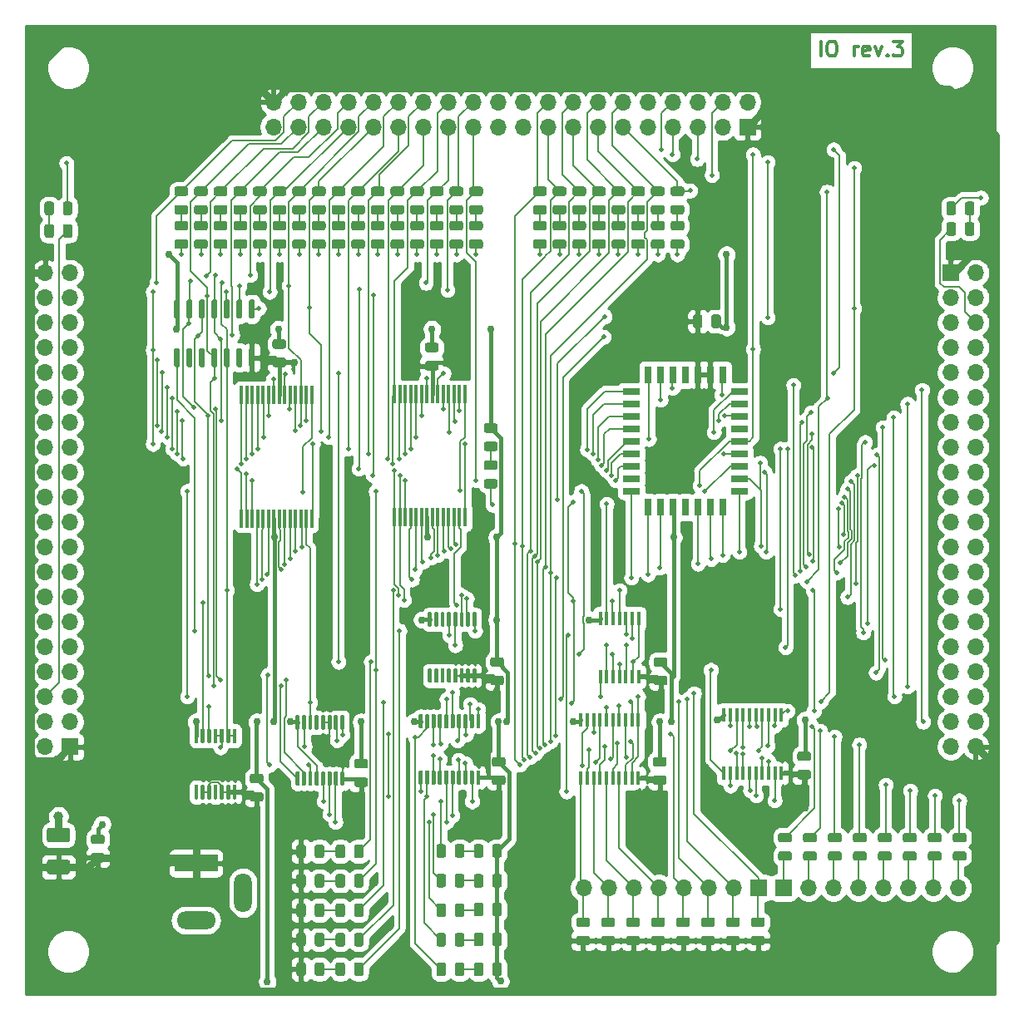
<source format=gbr>
G04 #@! TF.GenerationSoftware,KiCad,Pcbnew,(5.1.6-0-10_14)*
G04 #@! TF.CreationDate,2021-01-21T22:24:26+01:00*
G04 #@! TF.ProjectId,io,696f2e6b-6963-4616-945f-706362585858,3*
G04 #@! TF.SameCoordinates,Original*
G04 #@! TF.FileFunction,Copper,L1,Top*
G04 #@! TF.FilePolarity,Positive*
%FSLAX46Y46*%
G04 Gerber Fmt 4.6, Leading zero omitted, Abs format (unit mm)*
G04 Created by KiCad (PCBNEW (5.1.6-0-10_14)) date 2021-01-21 22:24:26*
%MOMM*%
%LPD*%
G01*
G04 APERTURE LIST*
G04 #@! TA.AperFunction,NonConductor*
%ADD10C,0.300000*%
G04 #@! TD*
G04 #@! TA.AperFunction,SMDPad,CuDef*
%ADD11R,0.450000X1.450000*%
G04 #@! TD*
G04 #@! TA.AperFunction,ComponentPad*
%ADD12O,1.700000X1.700000*%
G04 #@! TD*
G04 #@! TA.AperFunction,ComponentPad*
%ADD13R,1.700000X1.700000*%
G04 #@! TD*
G04 #@! TA.AperFunction,SMDPad,CuDef*
%ADD14R,0.380000X1.870000*%
G04 #@! TD*
G04 #@! TA.AperFunction,SMDPad,CuDef*
%ADD15R,0.760000X1.780000*%
G04 #@! TD*
G04 #@! TA.AperFunction,SMDPad,CuDef*
%ADD16R,1.780000X0.760000*%
G04 #@! TD*
G04 #@! TA.AperFunction,ComponentPad*
%ADD17R,4.400000X1.800000*%
G04 #@! TD*
G04 #@! TA.AperFunction,ComponentPad*
%ADD18O,4.000000X1.800000*%
G04 #@! TD*
G04 #@! TA.AperFunction,ComponentPad*
%ADD19O,1.800000X4.000000*%
G04 #@! TD*
G04 #@! TA.AperFunction,ViaPad*
%ADD20C,0.750000*%
G04 #@! TD*
G04 #@! TA.AperFunction,ViaPad*
%ADD21C,0.500000*%
G04 #@! TD*
G04 #@! TA.AperFunction,ViaPad*
%ADD22C,1.000000*%
G04 #@! TD*
G04 #@! TA.AperFunction,Conductor*
%ADD23C,0.400000*%
G04 #@! TD*
G04 #@! TA.AperFunction,Conductor*
%ADD24C,0.800000*%
G04 #@! TD*
G04 #@! TA.AperFunction,Conductor*
%ADD25C,0.160000*%
G04 #@! TD*
G04 #@! TA.AperFunction,Conductor*
%ADD26C,0.500000*%
G04 #@! TD*
G04 #@! TA.AperFunction,Conductor*
%ADD27C,0.254000*%
G04 #@! TD*
G04 APERTURE END LIST*
D10*
X181592857Y-53778571D02*
X181592857Y-52278571D01*
X182592857Y-52278571D02*
X182878571Y-52278571D01*
X183021428Y-52350000D01*
X183164285Y-52492857D01*
X183235714Y-52778571D01*
X183235714Y-53278571D01*
X183164285Y-53564285D01*
X183021428Y-53707142D01*
X182878571Y-53778571D01*
X182592857Y-53778571D01*
X182450000Y-53707142D01*
X182307142Y-53564285D01*
X182235714Y-53278571D01*
X182235714Y-52778571D01*
X182307142Y-52492857D01*
X182450000Y-52350000D01*
X182592857Y-52278571D01*
X185021428Y-53778571D02*
X185021428Y-52778571D01*
X185021428Y-53064285D02*
X185092857Y-52921428D01*
X185164285Y-52850000D01*
X185307142Y-52778571D01*
X185450000Y-52778571D01*
X186521428Y-53707142D02*
X186378571Y-53778571D01*
X186092857Y-53778571D01*
X185950000Y-53707142D01*
X185878571Y-53564285D01*
X185878571Y-52992857D01*
X185950000Y-52850000D01*
X186092857Y-52778571D01*
X186378571Y-52778571D01*
X186521428Y-52850000D01*
X186592857Y-52992857D01*
X186592857Y-53135714D01*
X185878571Y-53278571D01*
X187092857Y-52778571D02*
X187450000Y-53778571D01*
X187807142Y-52778571D01*
X188378571Y-53635714D02*
X188450000Y-53707142D01*
X188378571Y-53778571D01*
X188307142Y-53707142D01*
X188378571Y-53635714D01*
X188378571Y-53778571D01*
X188950000Y-52278571D02*
X189878571Y-52278571D01*
X189378571Y-52850000D01*
X189592857Y-52850000D01*
X189735714Y-52921428D01*
X189807142Y-52992857D01*
X189878571Y-53135714D01*
X189878571Y-53492857D01*
X189807142Y-53635714D01*
X189735714Y-53707142D01*
X189592857Y-53778571D01*
X189164285Y-53778571D01*
X189021428Y-53707142D01*
X188950000Y-53635714D01*
D11*
X163025000Y-121400000D03*
X162375000Y-121400000D03*
X161725000Y-121400000D03*
X161075000Y-121400000D03*
X160425000Y-121400000D03*
X159775000Y-121400000D03*
X159125000Y-121400000D03*
X158475000Y-121400000D03*
X157825000Y-121400000D03*
X157175000Y-121400000D03*
X157175000Y-127300000D03*
X157825000Y-127300000D03*
X158475000Y-127300000D03*
X159125000Y-127300000D03*
X159775000Y-127300000D03*
X160425000Y-127300000D03*
X161075000Y-127300000D03*
X161725000Y-127300000D03*
X162375000Y-127300000D03*
X163025000Y-127300000D03*
D12*
X197358000Y-124130000D03*
X194818000Y-124130000D03*
X197358000Y-121590000D03*
X194818000Y-121590000D03*
X197358000Y-119050000D03*
X194818000Y-119050000D03*
X197358000Y-116510000D03*
X194818000Y-116510000D03*
X197358000Y-113970000D03*
X194818000Y-113970000D03*
X197358000Y-111430000D03*
X194818000Y-111430000D03*
X197358000Y-108890000D03*
X194818000Y-108890000D03*
X197358000Y-106350000D03*
X194818000Y-106350000D03*
X197358000Y-103810000D03*
X194818000Y-103810000D03*
X197358000Y-101270000D03*
X194818000Y-101270000D03*
X197358000Y-98730000D03*
X194818000Y-98730000D03*
X197358000Y-96190000D03*
X194818000Y-96190000D03*
X197358000Y-93650000D03*
X194818000Y-93650000D03*
X197358000Y-91110000D03*
X194818000Y-91110000D03*
X197358000Y-88570000D03*
X194818000Y-88570000D03*
X197358000Y-86030000D03*
X194818000Y-86030000D03*
X197358000Y-83490000D03*
X194818000Y-83490000D03*
X197358000Y-80950000D03*
X194818000Y-80950000D03*
X197358000Y-78410000D03*
X194818000Y-78410000D03*
X197358000Y-75870000D03*
D13*
X194818000Y-75870000D03*
D12*
X102642000Y-75870000D03*
X105182000Y-75870000D03*
X102642000Y-78410000D03*
X105182000Y-78410000D03*
X102642000Y-80950000D03*
X105182000Y-80950000D03*
X102642000Y-83490000D03*
X105182000Y-83490000D03*
X102642000Y-86030000D03*
X105182000Y-86030000D03*
X102642000Y-88570000D03*
X105182000Y-88570000D03*
X102642000Y-91110000D03*
X105182000Y-91110000D03*
X102642000Y-93650000D03*
X105182000Y-93650000D03*
X102642000Y-96190000D03*
X105182000Y-96190000D03*
X102642000Y-98730000D03*
X105182000Y-98730000D03*
X102642000Y-101270000D03*
X105182000Y-101270000D03*
X102642000Y-103810000D03*
X105182000Y-103810000D03*
X102642000Y-106350000D03*
X105182000Y-106350000D03*
X102642000Y-108890000D03*
X105182000Y-108890000D03*
X102642000Y-111430000D03*
X105182000Y-111430000D03*
X102642000Y-113970000D03*
X105182000Y-113970000D03*
X102642000Y-116510000D03*
X105182000Y-116510000D03*
X102642000Y-119050000D03*
X105182000Y-119050000D03*
X102642000Y-121590000D03*
X105182000Y-121590000D03*
X102642000Y-124130000D03*
D13*
X105182000Y-124130000D03*
G04 #@! TA.AperFunction,SMDPad,CuDef*
G36*
G01*
X146250000Y-116151000D02*
X146450000Y-116151000D01*
G75*
G02*
X146550000Y-116251000I0J-100000D01*
G01*
X146550000Y-117526000D01*
G75*
G02*
X146450000Y-117626000I-100000J0D01*
G01*
X146250000Y-117626000D01*
G75*
G02*
X146150000Y-117526000I0J100000D01*
G01*
X146150000Y-116251000D01*
G75*
G02*
X146250000Y-116151000I100000J0D01*
G01*
G37*
G04 #@! TD.AperFunction*
G04 #@! TA.AperFunction,SMDPad,CuDef*
G36*
G01*
X145600000Y-116151000D02*
X145800000Y-116151000D01*
G75*
G02*
X145900000Y-116251000I0J-100000D01*
G01*
X145900000Y-117526000D01*
G75*
G02*
X145800000Y-117626000I-100000J0D01*
G01*
X145600000Y-117626000D01*
G75*
G02*
X145500000Y-117526000I0J100000D01*
G01*
X145500000Y-116251000D01*
G75*
G02*
X145600000Y-116151000I100000J0D01*
G01*
G37*
G04 #@! TD.AperFunction*
G04 #@! TA.AperFunction,SMDPad,CuDef*
G36*
G01*
X144950000Y-116151000D02*
X145150000Y-116151000D01*
G75*
G02*
X145250000Y-116251000I0J-100000D01*
G01*
X145250000Y-117526000D01*
G75*
G02*
X145150000Y-117626000I-100000J0D01*
G01*
X144950000Y-117626000D01*
G75*
G02*
X144850000Y-117526000I0J100000D01*
G01*
X144850000Y-116251000D01*
G75*
G02*
X144950000Y-116151000I100000J0D01*
G01*
G37*
G04 #@! TD.AperFunction*
G04 #@! TA.AperFunction,SMDPad,CuDef*
G36*
G01*
X144300000Y-116151000D02*
X144500000Y-116151000D01*
G75*
G02*
X144600000Y-116251000I0J-100000D01*
G01*
X144600000Y-117526000D01*
G75*
G02*
X144500000Y-117626000I-100000J0D01*
G01*
X144300000Y-117626000D01*
G75*
G02*
X144200000Y-117526000I0J100000D01*
G01*
X144200000Y-116251000D01*
G75*
G02*
X144300000Y-116151000I100000J0D01*
G01*
G37*
G04 #@! TD.AperFunction*
G04 #@! TA.AperFunction,SMDPad,CuDef*
G36*
G01*
X143650000Y-116151000D02*
X143850000Y-116151000D01*
G75*
G02*
X143950000Y-116251000I0J-100000D01*
G01*
X143950000Y-117526000D01*
G75*
G02*
X143850000Y-117626000I-100000J0D01*
G01*
X143650000Y-117626000D01*
G75*
G02*
X143550000Y-117526000I0J100000D01*
G01*
X143550000Y-116251000D01*
G75*
G02*
X143650000Y-116151000I100000J0D01*
G01*
G37*
G04 #@! TD.AperFunction*
G04 #@! TA.AperFunction,SMDPad,CuDef*
G36*
G01*
X143000000Y-116151000D02*
X143200000Y-116151000D01*
G75*
G02*
X143300000Y-116251000I0J-100000D01*
G01*
X143300000Y-117526000D01*
G75*
G02*
X143200000Y-117626000I-100000J0D01*
G01*
X143000000Y-117626000D01*
G75*
G02*
X142900000Y-117526000I0J100000D01*
G01*
X142900000Y-116251000D01*
G75*
G02*
X143000000Y-116151000I100000J0D01*
G01*
G37*
G04 #@! TD.AperFunction*
G04 #@! TA.AperFunction,SMDPad,CuDef*
G36*
G01*
X142350000Y-116151000D02*
X142550000Y-116151000D01*
G75*
G02*
X142650000Y-116251000I0J-100000D01*
G01*
X142650000Y-117526000D01*
G75*
G02*
X142550000Y-117626000I-100000J0D01*
G01*
X142350000Y-117626000D01*
G75*
G02*
X142250000Y-117526000I0J100000D01*
G01*
X142250000Y-116251000D01*
G75*
G02*
X142350000Y-116151000I100000J0D01*
G01*
G37*
G04 #@! TD.AperFunction*
G04 #@! TA.AperFunction,SMDPad,CuDef*
G36*
G01*
X141700000Y-116151000D02*
X141900000Y-116151000D01*
G75*
G02*
X142000000Y-116251000I0J-100000D01*
G01*
X142000000Y-117526000D01*
G75*
G02*
X141900000Y-117626000I-100000J0D01*
G01*
X141700000Y-117626000D01*
G75*
G02*
X141600000Y-117526000I0J100000D01*
G01*
X141600000Y-116251000D01*
G75*
G02*
X141700000Y-116151000I100000J0D01*
G01*
G37*
G04 #@! TD.AperFunction*
G04 #@! TA.AperFunction,SMDPad,CuDef*
G36*
G01*
X141700000Y-110426000D02*
X141900000Y-110426000D01*
G75*
G02*
X142000000Y-110526000I0J-100000D01*
G01*
X142000000Y-111801000D01*
G75*
G02*
X141900000Y-111901000I-100000J0D01*
G01*
X141700000Y-111901000D01*
G75*
G02*
X141600000Y-111801000I0J100000D01*
G01*
X141600000Y-110526000D01*
G75*
G02*
X141700000Y-110426000I100000J0D01*
G01*
G37*
G04 #@! TD.AperFunction*
G04 #@! TA.AperFunction,SMDPad,CuDef*
G36*
G01*
X142350000Y-110426000D02*
X142550000Y-110426000D01*
G75*
G02*
X142650000Y-110526000I0J-100000D01*
G01*
X142650000Y-111801000D01*
G75*
G02*
X142550000Y-111901000I-100000J0D01*
G01*
X142350000Y-111901000D01*
G75*
G02*
X142250000Y-111801000I0J100000D01*
G01*
X142250000Y-110526000D01*
G75*
G02*
X142350000Y-110426000I100000J0D01*
G01*
G37*
G04 #@! TD.AperFunction*
G04 #@! TA.AperFunction,SMDPad,CuDef*
G36*
G01*
X143000000Y-110426000D02*
X143200000Y-110426000D01*
G75*
G02*
X143300000Y-110526000I0J-100000D01*
G01*
X143300000Y-111801000D01*
G75*
G02*
X143200000Y-111901000I-100000J0D01*
G01*
X143000000Y-111901000D01*
G75*
G02*
X142900000Y-111801000I0J100000D01*
G01*
X142900000Y-110526000D01*
G75*
G02*
X143000000Y-110426000I100000J0D01*
G01*
G37*
G04 #@! TD.AperFunction*
G04 #@! TA.AperFunction,SMDPad,CuDef*
G36*
G01*
X143650000Y-110426000D02*
X143850000Y-110426000D01*
G75*
G02*
X143950000Y-110526000I0J-100000D01*
G01*
X143950000Y-111801000D01*
G75*
G02*
X143850000Y-111901000I-100000J0D01*
G01*
X143650000Y-111901000D01*
G75*
G02*
X143550000Y-111801000I0J100000D01*
G01*
X143550000Y-110526000D01*
G75*
G02*
X143650000Y-110426000I100000J0D01*
G01*
G37*
G04 #@! TD.AperFunction*
G04 #@! TA.AperFunction,SMDPad,CuDef*
G36*
G01*
X144300000Y-110426000D02*
X144500000Y-110426000D01*
G75*
G02*
X144600000Y-110526000I0J-100000D01*
G01*
X144600000Y-111801000D01*
G75*
G02*
X144500000Y-111901000I-100000J0D01*
G01*
X144300000Y-111901000D01*
G75*
G02*
X144200000Y-111801000I0J100000D01*
G01*
X144200000Y-110526000D01*
G75*
G02*
X144300000Y-110426000I100000J0D01*
G01*
G37*
G04 #@! TD.AperFunction*
G04 #@! TA.AperFunction,SMDPad,CuDef*
G36*
G01*
X144950000Y-110426000D02*
X145150000Y-110426000D01*
G75*
G02*
X145250000Y-110526000I0J-100000D01*
G01*
X145250000Y-111801000D01*
G75*
G02*
X145150000Y-111901000I-100000J0D01*
G01*
X144950000Y-111901000D01*
G75*
G02*
X144850000Y-111801000I0J100000D01*
G01*
X144850000Y-110526000D01*
G75*
G02*
X144950000Y-110426000I100000J0D01*
G01*
G37*
G04 #@! TD.AperFunction*
G04 #@! TA.AperFunction,SMDPad,CuDef*
G36*
G01*
X145600000Y-110426000D02*
X145800000Y-110426000D01*
G75*
G02*
X145900000Y-110526000I0J-100000D01*
G01*
X145900000Y-111801000D01*
G75*
G02*
X145800000Y-111901000I-100000J0D01*
G01*
X145600000Y-111901000D01*
G75*
G02*
X145500000Y-111801000I0J100000D01*
G01*
X145500000Y-110526000D01*
G75*
G02*
X145600000Y-110426000I100000J0D01*
G01*
G37*
G04 #@! TD.AperFunction*
G04 #@! TA.AperFunction,SMDPad,CuDef*
G36*
G01*
X146250000Y-110426000D02*
X146450000Y-110426000D01*
G75*
G02*
X146550000Y-110526000I0J-100000D01*
G01*
X146550000Y-111801000D01*
G75*
G02*
X146450000Y-111901000I-100000J0D01*
G01*
X146250000Y-111901000D01*
G75*
G02*
X146150000Y-111801000I0J100000D01*
G01*
X146150000Y-110526000D01*
G75*
G02*
X146250000Y-110426000I100000J0D01*
G01*
G37*
G04 #@! TD.AperFunction*
G04 #@! TA.AperFunction,SMDPad,CuDef*
G36*
G01*
X121828000Y-128011000D02*
X122028000Y-128011000D01*
G75*
G02*
X122128000Y-128111000I0J-100000D01*
G01*
X122128000Y-129386000D01*
G75*
G02*
X122028000Y-129486000I-100000J0D01*
G01*
X121828000Y-129486000D01*
G75*
G02*
X121728000Y-129386000I0J100000D01*
G01*
X121728000Y-128111000D01*
G75*
G02*
X121828000Y-128011000I100000J0D01*
G01*
G37*
G04 #@! TD.AperFunction*
G04 #@! TA.AperFunction,SMDPad,CuDef*
G36*
G01*
X121178000Y-128011000D02*
X121378000Y-128011000D01*
G75*
G02*
X121478000Y-128111000I0J-100000D01*
G01*
X121478000Y-129386000D01*
G75*
G02*
X121378000Y-129486000I-100000J0D01*
G01*
X121178000Y-129486000D01*
G75*
G02*
X121078000Y-129386000I0J100000D01*
G01*
X121078000Y-128111000D01*
G75*
G02*
X121178000Y-128011000I100000J0D01*
G01*
G37*
G04 #@! TD.AperFunction*
G04 #@! TA.AperFunction,SMDPad,CuDef*
G36*
G01*
X120528000Y-128011000D02*
X120728000Y-128011000D01*
G75*
G02*
X120828000Y-128111000I0J-100000D01*
G01*
X120828000Y-129386000D01*
G75*
G02*
X120728000Y-129486000I-100000J0D01*
G01*
X120528000Y-129486000D01*
G75*
G02*
X120428000Y-129386000I0J100000D01*
G01*
X120428000Y-128111000D01*
G75*
G02*
X120528000Y-128011000I100000J0D01*
G01*
G37*
G04 #@! TD.AperFunction*
G04 #@! TA.AperFunction,SMDPad,CuDef*
G36*
G01*
X119878000Y-128011000D02*
X120078000Y-128011000D01*
G75*
G02*
X120178000Y-128111000I0J-100000D01*
G01*
X120178000Y-129386000D01*
G75*
G02*
X120078000Y-129486000I-100000J0D01*
G01*
X119878000Y-129486000D01*
G75*
G02*
X119778000Y-129386000I0J100000D01*
G01*
X119778000Y-128111000D01*
G75*
G02*
X119878000Y-128011000I100000J0D01*
G01*
G37*
G04 #@! TD.AperFunction*
G04 #@! TA.AperFunction,SMDPad,CuDef*
G36*
G01*
X119228000Y-128011000D02*
X119428000Y-128011000D01*
G75*
G02*
X119528000Y-128111000I0J-100000D01*
G01*
X119528000Y-129386000D01*
G75*
G02*
X119428000Y-129486000I-100000J0D01*
G01*
X119228000Y-129486000D01*
G75*
G02*
X119128000Y-129386000I0J100000D01*
G01*
X119128000Y-128111000D01*
G75*
G02*
X119228000Y-128011000I100000J0D01*
G01*
G37*
G04 #@! TD.AperFunction*
G04 #@! TA.AperFunction,SMDPad,CuDef*
G36*
G01*
X118578000Y-128011000D02*
X118778000Y-128011000D01*
G75*
G02*
X118878000Y-128111000I0J-100000D01*
G01*
X118878000Y-129386000D01*
G75*
G02*
X118778000Y-129486000I-100000J0D01*
G01*
X118578000Y-129486000D01*
G75*
G02*
X118478000Y-129386000I0J100000D01*
G01*
X118478000Y-128111000D01*
G75*
G02*
X118578000Y-128011000I100000J0D01*
G01*
G37*
G04 #@! TD.AperFunction*
G04 #@! TA.AperFunction,SMDPad,CuDef*
G36*
G01*
X117928000Y-128011000D02*
X118128000Y-128011000D01*
G75*
G02*
X118228000Y-128111000I0J-100000D01*
G01*
X118228000Y-129386000D01*
G75*
G02*
X118128000Y-129486000I-100000J0D01*
G01*
X117928000Y-129486000D01*
G75*
G02*
X117828000Y-129386000I0J100000D01*
G01*
X117828000Y-128111000D01*
G75*
G02*
X117928000Y-128011000I100000J0D01*
G01*
G37*
G04 #@! TD.AperFunction*
G04 #@! TA.AperFunction,SMDPad,CuDef*
G36*
G01*
X117928000Y-122286000D02*
X118128000Y-122286000D01*
G75*
G02*
X118228000Y-122386000I0J-100000D01*
G01*
X118228000Y-123661000D01*
G75*
G02*
X118128000Y-123761000I-100000J0D01*
G01*
X117928000Y-123761000D01*
G75*
G02*
X117828000Y-123661000I0J100000D01*
G01*
X117828000Y-122386000D01*
G75*
G02*
X117928000Y-122286000I100000J0D01*
G01*
G37*
G04 #@! TD.AperFunction*
G04 #@! TA.AperFunction,SMDPad,CuDef*
G36*
G01*
X118578000Y-122286000D02*
X118778000Y-122286000D01*
G75*
G02*
X118878000Y-122386000I0J-100000D01*
G01*
X118878000Y-123661000D01*
G75*
G02*
X118778000Y-123761000I-100000J0D01*
G01*
X118578000Y-123761000D01*
G75*
G02*
X118478000Y-123661000I0J100000D01*
G01*
X118478000Y-122386000D01*
G75*
G02*
X118578000Y-122286000I100000J0D01*
G01*
G37*
G04 #@! TD.AperFunction*
G04 #@! TA.AperFunction,SMDPad,CuDef*
G36*
G01*
X119228000Y-122286000D02*
X119428000Y-122286000D01*
G75*
G02*
X119528000Y-122386000I0J-100000D01*
G01*
X119528000Y-123661000D01*
G75*
G02*
X119428000Y-123761000I-100000J0D01*
G01*
X119228000Y-123761000D01*
G75*
G02*
X119128000Y-123661000I0J100000D01*
G01*
X119128000Y-122386000D01*
G75*
G02*
X119228000Y-122286000I100000J0D01*
G01*
G37*
G04 #@! TD.AperFunction*
G04 #@! TA.AperFunction,SMDPad,CuDef*
G36*
G01*
X119878000Y-122286000D02*
X120078000Y-122286000D01*
G75*
G02*
X120178000Y-122386000I0J-100000D01*
G01*
X120178000Y-123661000D01*
G75*
G02*
X120078000Y-123761000I-100000J0D01*
G01*
X119878000Y-123761000D01*
G75*
G02*
X119778000Y-123661000I0J100000D01*
G01*
X119778000Y-122386000D01*
G75*
G02*
X119878000Y-122286000I100000J0D01*
G01*
G37*
G04 #@! TD.AperFunction*
G04 #@! TA.AperFunction,SMDPad,CuDef*
G36*
G01*
X120528000Y-122286000D02*
X120728000Y-122286000D01*
G75*
G02*
X120828000Y-122386000I0J-100000D01*
G01*
X120828000Y-123661000D01*
G75*
G02*
X120728000Y-123761000I-100000J0D01*
G01*
X120528000Y-123761000D01*
G75*
G02*
X120428000Y-123661000I0J100000D01*
G01*
X120428000Y-122386000D01*
G75*
G02*
X120528000Y-122286000I100000J0D01*
G01*
G37*
G04 #@! TD.AperFunction*
G04 #@! TA.AperFunction,SMDPad,CuDef*
G36*
G01*
X121178000Y-122286000D02*
X121378000Y-122286000D01*
G75*
G02*
X121478000Y-122386000I0J-100000D01*
G01*
X121478000Y-123661000D01*
G75*
G02*
X121378000Y-123761000I-100000J0D01*
G01*
X121178000Y-123761000D01*
G75*
G02*
X121078000Y-123661000I0J100000D01*
G01*
X121078000Y-122386000D01*
G75*
G02*
X121178000Y-122286000I100000J0D01*
G01*
G37*
G04 #@! TD.AperFunction*
G04 #@! TA.AperFunction,SMDPad,CuDef*
G36*
G01*
X121828000Y-122286000D02*
X122028000Y-122286000D01*
G75*
G02*
X122128000Y-122386000I0J-100000D01*
G01*
X122128000Y-123661000D01*
G75*
G02*
X122028000Y-123761000I-100000J0D01*
G01*
X121828000Y-123761000D01*
G75*
G02*
X121728000Y-123661000I0J100000D01*
G01*
X121728000Y-122386000D01*
G75*
G02*
X121828000Y-122286000I100000J0D01*
G01*
G37*
G04 #@! TD.AperFunction*
D12*
X157480000Y-138500000D03*
X160020000Y-138500000D03*
X162560000Y-138500000D03*
X165100000Y-138500000D03*
X167640000Y-138500000D03*
X170180000Y-138500000D03*
X172720000Y-138500000D03*
D13*
X175260000Y-138500000D03*
D12*
X195580000Y-138500000D03*
X193040000Y-138500000D03*
X190500000Y-138500000D03*
X187960000Y-138500000D03*
X185420000Y-138500000D03*
X182880000Y-138500000D03*
X180340000Y-138500000D03*
D13*
X177800000Y-138500000D03*
G04 #@! TA.AperFunction,SMDPad,CuDef*
G36*
G01*
X149103250Y-115989000D02*
X148190750Y-115989000D01*
G75*
G02*
X147947000Y-115745250I0J243750D01*
G01*
X147947000Y-115257750D01*
G75*
G02*
X148190750Y-115014000I243750J0D01*
G01*
X149103250Y-115014000D01*
G75*
G02*
X149347000Y-115257750I0J-243750D01*
G01*
X149347000Y-115745250D01*
G75*
G02*
X149103250Y-115989000I-243750J0D01*
G01*
G37*
G04 #@! TD.AperFunction*
G04 #@! TA.AperFunction,SMDPad,CuDef*
G36*
G01*
X149103250Y-117864000D02*
X148190750Y-117864000D01*
G75*
G02*
X147947000Y-117620250I0J243750D01*
G01*
X147947000Y-117132750D01*
G75*
G02*
X148190750Y-116889000I243750J0D01*
G01*
X149103250Y-116889000D01*
G75*
G02*
X149347000Y-117132750I0J-243750D01*
G01*
X149347000Y-117620250D01*
G75*
G02*
X149103250Y-117864000I-243750J0D01*
G01*
G37*
G04 #@! TD.AperFunction*
G04 #@! TA.AperFunction,SMDPad,CuDef*
G36*
G01*
X124625250Y-127849000D02*
X123712750Y-127849000D01*
G75*
G02*
X123469000Y-127605250I0J243750D01*
G01*
X123469000Y-127117750D01*
G75*
G02*
X123712750Y-126874000I243750J0D01*
G01*
X124625250Y-126874000D01*
G75*
G02*
X124869000Y-127117750I0J-243750D01*
G01*
X124869000Y-127605250D01*
G75*
G02*
X124625250Y-127849000I-243750J0D01*
G01*
G37*
G04 #@! TD.AperFunction*
G04 #@! TA.AperFunction,SMDPad,CuDef*
G36*
G01*
X124625250Y-129724000D02*
X123712750Y-129724000D01*
G75*
G02*
X123469000Y-129480250I0J243750D01*
G01*
X123469000Y-128992750D01*
G75*
G02*
X123712750Y-128749000I243750J0D01*
G01*
X124625250Y-128749000D01*
G75*
G02*
X124869000Y-128992750I0J-243750D01*
G01*
X124869000Y-129480250D01*
G75*
G02*
X124625250Y-129724000I-243750J0D01*
G01*
G37*
G04 #@! TD.AperFunction*
D14*
X142075000Y-88230000D03*
X141525000Y-88230000D03*
X140975000Y-88230000D03*
X142625000Y-88230000D03*
X143175000Y-88230000D03*
X140425000Y-88230000D03*
X143725000Y-88230000D03*
X139875000Y-88230000D03*
X144275000Y-88230000D03*
X139325000Y-88230000D03*
X138775000Y-88230000D03*
X144825000Y-88230000D03*
X145375000Y-88230000D03*
X138225000Y-88230000D03*
X138225000Y-100770000D03*
X145375000Y-100770000D03*
X144825000Y-100770000D03*
X138775000Y-100770000D03*
X139325000Y-100770000D03*
X144275000Y-100770000D03*
X139875000Y-100770000D03*
X143725000Y-100770000D03*
X140425000Y-100770000D03*
X143175000Y-100770000D03*
X142625000Y-100770000D03*
X140975000Y-100770000D03*
X141525000Y-100770000D03*
X142075000Y-100770000D03*
G04 #@! TA.AperFunction,SMDPad,CuDef*
G36*
G01*
X146625000Y-126525000D02*
X146825000Y-126525000D01*
G75*
G02*
X146925000Y-126625000I0J-100000D01*
G01*
X146925000Y-127900000D01*
G75*
G02*
X146825000Y-128000000I-100000J0D01*
G01*
X146625000Y-128000000D01*
G75*
G02*
X146525000Y-127900000I0J100000D01*
G01*
X146525000Y-126625000D01*
G75*
G02*
X146625000Y-126525000I100000J0D01*
G01*
G37*
G04 #@! TD.AperFunction*
G04 #@! TA.AperFunction,SMDPad,CuDef*
G36*
G01*
X145975000Y-126525000D02*
X146175000Y-126525000D01*
G75*
G02*
X146275000Y-126625000I0J-100000D01*
G01*
X146275000Y-127900000D01*
G75*
G02*
X146175000Y-128000000I-100000J0D01*
G01*
X145975000Y-128000000D01*
G75*
G02*
X145875000Y-127900000I0J100000D01*
G01*
X145875000Y-126625000D01*
G75*
G02*
X145975000Y-126525000I100000J0D01*
G01*
G37*
G04 #@! TD.AperFunction*
G04 #@! TA.AperFunction,SMDPad,CuDef*
G36*
G01*
X145325000Y-126525000D02*
X145525000Y-126525000D01*
G75*
G02*
X145625000Y-126625000I0J-100000D01*
G01*
X145625000Y-127900000D01*
G75*
G02*
X145525000Y-128000000I-100000J0D01*
G01*
X145325000Y-128000000D01*
G75*
G02*
X145225000Y-127900000I0J100000D01*
G01*
X145225000Y-126625000D01*
G75*
G02*
X145325000Y-126525000I100000J0D01*
G01*
G37*
G04 #@! TD.AperFunction*
G04 #@! TA.AperFunction,SMDPad,CuDef*
G36*
G01*
X144675000Y-126525000D02*
X144875000Y-126525000D01*
G75*
G02*
X144975000Y-126625000I0J-100000D01*
G01*
X144975000Y-127900000D01*
G75*
G02*
X144875000Y-128000000I-100000J0D01*
G01*
X144675000Y-128000000D01*
G75*
G02*
X144575000Y-127900000I0J100000D01*
G01*
X144575000Y-126625000D01*
G75*
G02*
X144675000Y-126525000I100000J0D01*
G01*
G37*
G04 #@! TD.AperFunction*
G04 #@! TA.AperFunction,SMDPad,CuDef*
G36*
G01*
X144025000Y-126525000D02*
X144225000Y-126525000D01*
G75*
G02*
X144325000Y-126625000I0J-100000D01*
G01*
X144325000Y-127900000D01*
G75*
G02*
X144225000Y-128000000I-100000J0D01*
G01*
X144025000Y-128000000D01*
G75*
G02*
X143925000Y-127900000I0J100000D01*
G01*
X143925000Y-126625000D01*
G75*
G02*
X144025000Y-126525000I100000J0D01*
G01*
G37*
G04 #@! TD.AperFunction*
G04 #@! TA.AperFunction,SMDPad,CuDef*
G36*
G01*
X143375000Y-126525000D02*
X143575000Y-126525000D01*
G75*
G02*
X143675000Y-126625000I0J-100000D01*
G01*
X143675000Y-127900000D01*
G75*
G02*
X143575000Y-128000000I-100000J0D01*
G01*
X143375000Y-128000000D01*
G75*
G02*
X143275000Y-127900000I0J100000D01*
G01*
X143275000Y-126625000D01*
G75*
G02*
X143375000Y-126525000I100000J0D01*
G01*
G37*
G04 #@! TD.AperFunction*
G04 #@! TA.AperFunction,SMDPad,CuDef*
G36*
G01*
X142725000Y-126525000D02*
X142925000Y-126525000D01*
G75*
G02*
X143025000Y-126625000I0J-100000D01*
G01*
X143025000Y-127900000D01*
G75*
G02*
X142925000Y-128000000I-100000J0D01*
G01*
X142725000Y-128000000D01*
G75*
G02*
X142625000Y-127900000I0J100000D01*
G01*
X142625000Y-126625000D01*
G75*
G02*
X142725000Y-126525000I100000J0D01*
G01*
G37*
G04 #@! TD.AperFunction*
G04 #@! TA.AperFunction,SMDPad,CuDef*
G36*
G01*
X142075000Y-126525000D02*
X142275000Y-126525000D01*
G75*
G02*
X142375000Y-126625000I0J-100000D01*
G01*
X142375000Y-127900000D01*
G75*
G02*
X142275000Y-128000000I-100000J0D01*
G01*
X142075000Y-128000000D01*
G75*
G02*
X141975000Y-127900000I0J100000D01*
G01*
X141975000Y-126625000D01*
G75*
G02*
X142075000Y-126525000I100000J0D01*
G01*
G37*
G04 #@! TD.AperFunction*
G04 #@! TA.AperFunction,SMDPad,CuDef*
G36*
G01*
X141425000Y-126525000D02*
X141625000Y-126525000D01*
G75*
G02*
X141725000Y-126625000I0J-100000D01*
G01*
X141725000Y-127900000D01*
G75*
G02*
X141625000Y-128000000I-100000J0D01*
G01*
X141425000Y-128000000D01*
G75*
G02*
X141325000Y-127900000I0J100000D01*
G01*
X141325000Y-126625000D01*
G75*
G02*
X141425000Y-126525000I100000J0D01*
G01*
G37*
G04 #@! TD.AperFunction*
G04 #@! TA.AperFunction,SMDPad,CuDef*
G36*
G01*
X140775000Y-126525000D02*
X140975000Y-126525000D01*
G75*
G02*
X141075000Y-126625000I0J-100000D01*
G01*
X141075000Y-127900000D01*
G75*
G02*
X140975000Y-128000000I-100000J0D01*
G01*
X140775000Y-128000000D01*
G75*
G02*
X140675000Y-127900000I0J100000D01*
G01*
X140675000Y-126625000D01*
G75*
G02*
X140775000Y-126525000I100000J0D01*
G01*
G37*
G04 #@! TD.AperFunction*
G04 #@! TA.AperFunction,SMDPad,CuDef*
G36*
G01*
X140775000Y-120800000D02*
X140975000Y-120800000D01*
G75*
G02*
X141075000Y-120900000I0J-100000D01*
G01*
X141075000Y-122175000D01*
G75*
G02*
X140975000Y-122275000I-100000J0D01*
G01*
X140775000Y-122275000D01*
G75*
G02*
X140675000Y-122175000I0J100000D01*
G01*
X140675000Y-120900000D01*
G75*
G02*
X140775000Y-120800000I100000J0D01*
G01*
G37*
G04 #@! TD.AperFunction*
G04 #@! TA.AperFunction,SMDPad,CuDef*
G36*
G01*
X141425000Y-120800000D02*
X141625000Y-120800000D01*
G75*
G02*
X141725000Y-120900000I0J-100000D01*
G01*
X141725000Y-122175000D01*
G75*
G02*
X141625000Y-122275000I-100000J0D01*
G01*
X141425000Y-122275000D01*
G75*
G02*
X141325000Y-122175000I0J100000D01*
G01*
X141325000Y-120900000D01*
G75*
G02*
X141425000Y-120800000I100000J0D01*
G01*
G37*
G04 #@! TD.AperFunction*
G04 #@! TA.AperFunction,SMDPad,CuDef*
G36*
G01*
X142075000Y-120800000D02*
X142275000Y-120800000D01*
G75*
G02*
X142375000Y-120900000I0J-100000D01*
G01*
X142375000Y-122175000D01*
G75*
G02*
X142275000Y-122275000I-100000J0D01*
G01*
X142075000Y-122275000D01*
G75*
G02*
X141975000Y-122175000I0J100000D01*
G01*
X141975000Y-120900000D01*
G75*
G02*
X142075000Y-120800000I100000J0D01*
G01*
G37*
G04 #@! TD.AperFunction*
G04 #@! TA.AperFunction,SMDPad,CuDef*
G36*
G01*
X142725000Y-120800000D02*
X142925000Y-120800000D01*
G75*
G02*
X143025000Y-120900000I0J-100000D01*
G01*
X143025000Y-122175000D01*
G75*
G02*
X142925000Y-122275000I-100000J0D01*
G01*
X142725000Y-122275000D01*
G75*
G02*
X142625000Y-122175000I0J100000D01*
G01*
X142625000Y-120900000D01*
G75*
G02*
X142725000Y-120800000I100000J0D01*
G01*
G37*
G04 #@! TD.AperFunction*
G04 #@! TA.AperFunction,SMDPad,CuDef*
G36*
G01*
X143375000Y-120800000D02*
X143575000Y-120800000D01*
G75*
G02*
X143675000Y-120900000I0J-100000D01*
G01*
X143675000Y-122175000D01*
G75*
G02*
X143575000Y-122275000I-100000J0D01*
G01*
X143375000Y-122275000D01*
G75*
G02*
X143275000Y-122175000I0J100000D01*
G01*
X143275000Y-120900000D01*
G75*
G02*
X143375000Y-120800000I100000J0D01*
G01*
G37*
G04 #@! TD.AperFunction*
G04 #@! TA.AperFunction,SMDPad,CuDef*
G36*
G01*
X144025000Y-120800000D02*
X144225000Y-120800000D01*
G75*
G02*
X144325000Y-120900000I0J-100000D01*
G01*
X144325000Y-122175000D01*
G75*
G02*
X144225000Y-122275000I-100000J0D01*
G01*
X144025000Y-122275000D01*
G75*
G02*
X143925000Y-122175000I0J100000D01*
G01*
X143925000Y-120900000D01*
G75*
G02*
X144025000Y-120800000I100000J0D01*
G01*
G37*
G04 #@! TD.AperFunction*
G04 #@! TA.AperFunction,SMDPad,CuDef*
G36*
G01*
X144675000Y-120800000D02*
X144875000Y-120800000D01*
G75*
G02*
X144975000Y-120900000I0J-100000D01*
G01*
X144975000Y-122175000D01*
G75*
G02*
X144875000Y-122275000I-100000J0D01*
G01*
X144675000Y-122275000D01*
G75*
G02*
X144575000Y-122175000I0J100000D01*
G01*
X144575000Y-120900000D01*
G75*
G02*
X144675000Y-120800000I100000J0D01*
G01*
G37*
G04 #@! TD.AperFunction*
G04 #@! TA.AperFunction,SMDPad,CuDef*
G36*
G01*
X145325000Y-120800000D02*
X145525000Y-120800000D01*
G75*
G02*
X145625000Y-120900000I0J-100000D01*
G01*
X145625000Y-122175000D01*
G75*
G02*
X145525000Y-122275000I-100000J0D01*
G01*
X145325000Y-122275000D01*
G75*
G02*
X145225000Y-122175000I0J100000D01*
G01*
X145225000Y-120900000D01*
G75*
G02*
X145325000Y-120800000I100000J0D01*
G01*
G37*
G04 #@! TD.AperFunction*
G04 #@! TA.AperFunction,SMDPad,CuDef*
G36*
G01*
X145975000Y-120800000D02*
X146175000Y-120800000D01*
G75*
G02*
X146275000Y-120900000I0J-100000D01*
G01*
X146275000Y-122175000D01*
G75*
G02*
X146175000Y-122275000I-100000J0D01*
G01*
X145975000Y-122275000D01*
G75*
G02*
X145875000Y-122175000I0J100000D01*
G01*
X145875000Y-120900000D01*
G75*
G02*
X145975000Y-120800000I100000J0D01*
G01*
G37*
G04 #@! TD.AperFunction*
G04 #@! TA.AperFunction,SMDPad,CuDef*
G36*
G01*
X146625000Y-120800000D02*
X146825000Y-120800000D01*
G75*
G02*
X146925000Y-120900000I0J-100000D01*
G01*
X146925000Y-122175000D01*
G75*
G02*
X146825000Y-122275000I-100000J0D01*
G01*
X146625000Y-122275000D01*
G75*
G02*
X146525000Y-122175000I0J100000D01*
G01*
X146525000Y-120900000D01*
G75*
G02*
X146625000Y-120800000I100000J0D01*
G01*
G37*
G04 #@! TD.AperFunction*
G04 #@! TA.AperFunction,SMDPad,CuDef*
G36*
G01*
X132792000Y-126636000D02*
X132992000Y-126636000D01*
G75*
G02*
X133092000Y-126736000I0J-100000D01*
G01*
X133092000Y-128011000D01*
G75*
G02*
X132992000Y-128111000I-100000J0D01*
G01*
X132792000Y-128111000D01*
G75*
G02*
X132692000Y-128011000I0J100000D01*
G01*
X132692000Y-126736000D01*
G75*
G02*
X132792000Y-126636000I100000J0D01*
G01*
G37*
G04 #@! TD.AperFunction*
G04 #@! TA.AperFunction,SMDPad,CuDef*
G36*
G01*
X132142000Y-126636000D02*
X132342000Y-126636000D01*
G75*
G02*
X132442000Y-126736000I0J-100000D01*
G01*
X132442000Y-128011000D01*
G75*
G02*
X132342000Y-128111000I-100000J0D01*
G01*
X132142000Y-128111000D01*
G75*
G02*
X132042000Y-128011000I0J100000D01*
G01*
X132042000Y-126736000D01*
G75*
G02*
X132142000Y-126636000I100000J0D01*
G01*
G37*
G04 #@! TD.AperFunction*
G04 #@! TA.AperFunction,SMDPad,CuDef*
G36*
G01*
X131492000Y-126636000D02*
X131692000Y-126636000D01*
G75*
G02*
X131792000Y-126736000I0J-100000D01*
G01*
X131792000Y-128011000D01*
G75*
G02*
X131692000Y-128111000I-100000J0D01*
G01*
X131492000Y-128111000D01*
G75*
G02*
X131392000Y-128011000I0J100000D01*
G01*
X131392000Y-126736000D01*
G75*
G02*
X131492000Y-126636000I100000J0D01*
G01*
G37*
G04 #@! TD.AperFunction*
G04 #@! TA.AperFunction,SMDPad,CuDef*
G36*
G01*
X130842000Y-126636000D02*
X131042000Y-126636000D01*
G75*
G02*
X131142000Y-126736000I0J-100000D01*
G01*
X131142000Y-128011000D01*
G75*
G02*
X131042000Y-128111000I-100000J0D01*
G01*
X130842000Y-128111000D01*
G75*
G02*
X130742000Y-128011000I0J100000D01*
G01*
X130742000Y-126736000D01*
G75*
G02*
X130842000Y-126636000I100000J0D01*
G01*
G37*
G04 #@! TD.AperFunction*
G04 #@! TA.AperFunction,SMDPad,CuDef*
G36*
G01*
X130192000Y-126636000D02*
X130392000Y-126636000D01*
G75*
G02*
X130492000Y-126736000I0J-100000D01*
G01*
X130492000Y-128011000D01*
G75*
G02*
X130392000Y-128111000I-100000J0D01*
G01*
X130192000Y-128111000D01*
G75*
G02*
X130092000Y-128011000I0J100000D01*
G01*
X130092000Y-126736000D01*
G75*
G02*
X130192000Y-126636000I100000J0D01*
G01*
G37*
G04 #@! TD.AperFunction*
G04 #@! TA.AperFunction,SMDPad,CuDef*
G36*
G01*
X129542000Y-126636000D02*
X129742000Y-126636000D01*
G75*
G02*
X129842000Y-126736000I0J-100000D01*
G01*
X129842000Y-128011000D01*
G75*
G02*
X129742000Y-128111000I-100000J0D01*
G01*
X129542000Y-128111000D01*
G75*
G02*
X129442000Y-128011000I0J100000D01*
G01*
X129442000Y-126736000D01*
G75*
G02*
X129542000Y-126636000I100000J0D01*
G01*
G37*
G04 #@! TD.AperFunction*
G04 #@! TA.AperFunction,SMDPad,CuDef*
G36*
G01*
X128892000Y-126636000D02*
X129092000Y-126636000D01*
G75*
G02*
X129192000Y-126736000I0J-100000D01*
G01*
X129192000Y-128011000D01*
G75*
G02*
X129092000Y-128111000I-100000J0D01*
G01*
X128892000Y-128111000D01*
G75*
G02*
X128792000Y-128011000I0J100000D01*
G01*
X128792000Y-126736000D01*
G75*
G02*
X128892000Y-126636000I100000J0D01*
G01*
G37*
G04 #@! TD.AperFunction*
G04 #@! TA.AperFunction,SMDPad,CuDef*
G36*
G01*
X128242000Y-126636000D02*
X128442000Y-126636000D01*
G75*
G02*
X128542000Y-126736000I0J-100000D01*
G01*
X128542000Y-128011000D01*
G75*
G02*
X128442000Y-128111000I-100000J0D01*
G01*
X128242000Y-128111000D01*
G75*
G02*
X128142000Y-128011000I0J100000D01*
G01*
X128142000Y-126736000D01*
G75*
G02*
X128242000Y-126636000I100000J0D01*
G01*
G37*
G04 #@! TD.AperFunction*
G04 #@! TA.AperFunction,SMDPad,CuDef*
G36*
G01*
X128242000Y-120911000D02*
X128442000Y-120911000D01*
G75*
G02*
X128542000Y-121011000I0J-100000D01*
G01*
X128542000Y-122286000D01*
G75*
G02*
X128442000Y-122386000I-100000J0D01*
G01*
X128242000Y-122386000D01*
G75*
G02*
X128142000Y-122286000I0J100000D01*
G01*
X128142000Y-121011000D01*
G75*
G02*
X128242000Y-120911000I100000J0D01*
G01*
G37*
G04 #@! TD.AperFunction*
G04 #@! TA.AperFunction,SMDPad,CuDef*
G36*
G01*
X128892000Y-120911000D02*
X129092000Y-120911000D01*
G75*
G02*
X129192000Y-121011000I0J-100000D01*
G01*
X129192000Y-122286000D01*
G75*
G02*
X129092000Y-122386000I-100000J0D01*
G01*
X128892000Y-122386000D01*
G75*
G02*
X128792000Y-122286000I0J100000D01*
G01*
X128792000Y-121011000D01*
G75*
G02*
X128892000Y-120911000I100000J0D01*
G01*
G37*
G04 #@! TD.AperFunction*
G04 #@! TA.AperFunction,SMDPad,CuDef*
G36*
G01*
X129542000Y-120911000D02*
X129742000Y-120911000D01*
G75*
G02*
X129842000Y-121011000I0J-100000D01*
G01*
X129842000Y-122286000D01*
G75*
G02*
X129742000Y-122386000I-100000J0D01*
G01*
X129542000Y-122386000D01*
G75*
G02*
X129442000Y-122286000I0J100000D01*
G01*
X129442000Y-121011000D01*
G75*
G02*
X129542000Y-120911000I100000J0D01*
G01*
G37*
G04 #@! TD.AperFunction*
G04 #@! TA.AperFunction,SMDPad,CuDef*
G36*
G01*
X130192000Y-120911000D02*
X130392000Y-120911000D01*
G75*
G02*
X130492000Y-121011000I0J-100000D01*
G01*
X130492000Y-122286000D01*
G75*
G02*
X130392000Y-122386000I-100000J0D01*
G01*
X130192000Y-122386000D01*
G75*
G02*
X130092000Y-122286000I0J100000D01*
G01*
X130092000Y-121011000D01*
G75*
G02*
X130192000Y-120911000I100000J0D01*
G01*
G37*
G04 #@! TD.AperFunction*
G04 #@! TA.AperFunction,SMDPad,CuDef*
G36*
G01*
X130842000Y-120911000D02*
X131042000Y-120911000D01*
G75*
G02*
X131142000Y-121011000I0J-100000D01*
G01*
X131142000Y-122286000D01*
G75*
G02*
X131042000Y-122386000I-100000J0D01*
G01*
X130842000Y-122386000D01*
G75*
G02*
X130742000Y-122286000I0J100000D01*
G01*
X130742000Y-121011000D01*
G75*
G02*
X130842000Y-120911000I100000J0D01*
G01*
G37*
G04 #@! TD.AperFunction*
G04 #@! TA.AperFunction,SMDPad,CuDef*
G36*
G01*
X131492000Y-120911000D02*
X131692000Y-120911000D01*
G75*
G02*
X131792000Y-121011000I0J-100000D01*
G01*
X131792000Y-122286000D01*
G75*
G02*
X131692000Y-122386000I-100000J0D01*
G01*
X131492000Y-122386000D01*
G75*
G02*
X131392000Y-122286000I0J100000D01*
G01*
X131392000Y-121011000D01*
G75*
G02*
X131492000Y-120911000I100000J0D01*
G01*
G37*
G04 #@! TD.AperFunction*
G04 #@! TA.AperFunction,SMDPad,CuDef*
G36*
G01*
X132142000Y-120911000D02*
X132342000Y-120911000D01*
G75*
G02*
X132442000Y-121011000I0J-100000D01*
G01*
X132442000Y-122286000D01*
G75*
G02*
X132342000Y-122386000I-100000J0D01*
G01*
X132142000Y-122386000D01*
G75*
G02*
X132042000Y-122286000I0J100000D01*
G01*
X132042000Y-121011000D01*
G75*
G02*
X132142000Y-120911000I100000J0D01*
G01*
G37*
G04 #@! TD.AperFunction*
G04 #@! TA.AperFunction,SMDPad,CuDef*
G36*
G01*
X132792000Y-120911000D02*
X132992000Y-120911000D01*
G75*
G02*
X133092000Y-121011000I0J-100000D01*
G01*
X133092000Y-122286000D01*
G75*
G02*
X132992000Y-122386000I-100000J0D01*
G01*
X132792000Y-122386000D01*
G75*
G02*
X132692000Y-122286000I0J100000D01*
G01*
X132692000Y-121011000D01*
G75*
G02*
X132792000Y-120911000I100000J0D01*
G01*
G37*
G04 #@! TD.AperFunction*
G04 #@! TA.AperFunction,SMDPad,CuDef*
G36*
G01*
X123531000Y-83520000D02*
X123831000Y-83520000D01*
G75*
G02*
X123981000Y-83670000I0J-150000D01*
G01*
X123981000Y-85320000D01*
G75*
G02*
X123831000Y-85470000I-150000J0D01*
G01*
X123531000Y-85470000D01*
G75*
G02*
X123381000Y-85320000I0J150000D01*
G01*
X123381000Y-83670000D01*
G75*
G02*
X123531000Y-83520000I150000J0D01*
G01*
G37*
G04 #@! TD.AperFunction*
G04 #@! TA.AperFunction,SMDPad,CuDef*
G36*
G01*
X122261000Y-83520000D02*
X122561000Y-83520000D01*
G75*
G02*
X122711000Y-83670000I0J-150000D01*
G01*
X122711000Y-85320000D01*
G75*
G02*
X122561000Y-85470000I-150000J0D01*
G01*
X122261000Y-85470000D01*
G75*
G02*
X122111000Y-85320000I0J150000D01*
G01*
X122111000Y-83670000D01*
G75*
G02*
X122261000Y-83520000I150000J0D01*
G01*
G37*
G04 #@! TD.AperFunction*
G04 #@! TA.AperFunction,SMDPad,CuDef*
G36*
G01*
X120991000Y-83520000D02*
X121291000Y-83520000D01*
G75*
G02*
X121441000Y-83670000I0J-150000D01*
G01*
X121441000Y-85320000D01*
G75*
G02*
X121291000Y-85470000I-150000J0D01*
G01*
X120991000Y-85470000D01*
G75*
G02*
X120841000Y-85320000I0J150000D01*
G01*
X120841000Y-83670000D01*
G75*
G02*
X120991000Y-83520000I150000J0D01*
G01*
G37*
G04 #@! TD.AperFunction*
G04 #@! TA.AperFunction,SMDPad,CuDef*
G36*
G01*
X119721000Y-83520000D02*
X120021000Y-83520000D01*
G75*
G02*
X120171000Y-83670000I0J-150000D01*
G01*
X120171000Y-85320000D01*
G75*
G02*
X120021000Y-85470000I-150000J0D01*
G01*
X119721000Y-85470000D01*
G75*
G02*
X119571000Y-85320000I0J150000D01*
G01*
X119571000Y-83670000D01*
G75*
G02*
X119721000Y-83520000I150000J0D01*
G01*
G37*
G04 #@! TD.AperFunction*
G04 #@! TA.AperFunction,SMDPad,CuDef*
G36*
G01*
X118451000Y-83520000D02*
X118751000Y-83520000D01*
G75*
G02*
X118901000Y-83670000I0J-150000D01*
G01*
X118901000Y-85320000D01*
G75*
G02*
X118751000Y-85470000I-150000J0D01*
G01*
X118451000Y-85470000D01*
G75*
G02*
X118301000Y-85320000I0J150000D01*
G01*
X118301000Y-83670000D01*
G75*
G02*
X118451000Y-83520000I150000J0D01*
G01*
G37*
G04 #@! TD.AperFunction*
G04 #@! TA.AperFunction,SMDPad,CuDef*
G36*
G01*
X117181000Y-83520000D02*
X117481000Y-83520000D01*
G75*
G02*
X117631000Y-83670000I0J-150000D01*
G01*
X117631000Y-85320000D01*
G75*
G02*
X117481000Y-85470000I-150000J0D01*
G01*
X117181000Y-85470000D01*
G75*
G02*
X117031000Y-85320000I0J150000D01*
G01*
X117031000Y-83670000D01*
G75*
G02*
X117181000Y-83520000I150000J0D01*
G01*
G37*
G04 #@! TD.AperFunction*
G04 #@! TA.AperFunction,SMDPad,CuDef*
G36*
G01*
X115911000Y-83520000D02*
X116211000Y-83520000D01*
G75*
G02*
X116361000Y-83670000I0J-150000D01*
G01*
X116361000Y-85320000D01*
G75*
G02*
X116211000Y-85470000I-150000J0D01*
G01*
X115911000Y-85470000D01*
G75*
G02*
X115761000Y-85320000I0J150000D01*
G01*
X115761000Y-83670000D01*
G75*
G02*
X115911000Y-83520000I150000J0D01*
G01*
G37*
G04 #@! TD.AperFunction*
G04 #@! TA.AperFunction,SMDPad,CuDef*
G36*
G01*
X115911000Y-78570000D02*
X116211000Y-78570000D01*
G75*
G02*
X116361000Y-78720000I0J-150000D01*
G01*
X116361000Y-80370000D01*
G75*
G02*
X116211000Y-80520000I-150000J0D01*
G01*
X115911000Y-80520000D01*
G75*
G02*
X115761000Y-80370000I0J150000D01*
G01*
X115761000Y-78720000D01*
G75*
G02*
X115911000Y-78570000I150000J0D01*
G01*
G37*
G04 #@! TD.AperFunction*
G04 #@! TA.AperFunction,SMDPad,CuDef*
G36*
G01*
X117181000Y-78570000D02*
X117481000Y-78570000D01*
G75*
G02*
X117631000Y-78720000I0J-150000D01*
G01*
X117631000Y-80370000D01*
G75*
G02*
X117481000Y-80520000I-150000J0D01*
G01*
X117181000Y-80520000D01*
G75*
G02*
X117031000Y-80370000I0J150000D01*
G01*
X117031000Y-78720000D01*
G75*
G02*
X117181000Y-78570000I150000J0D01*
G01*
G37*
G04 #@! TD.AperFunction*
G04 #@! TA.AperFunction,SMDPad,CuDef*
G36*
G01*
X118451000Y-78570000D02*
X118751000Y-78570000D01*
G75*
G02*
X118901000Y-78720000I0J-150000D01*
G01*
X118901000Y-80370000D01*
G75*
G02*
X118751000Y-80520000I-150000J0D01*
G01*
X118451000Y-80520000D01*
G75*
G02*
X118301000Y-80370000I0J150000D01*
G01*
X118301000Y-78720000D01*
G75*
G02*
X118451000Y-78570000I150000J0D01*
G01*
G37*
G04 #@! TD.AperFunction*
G04 #@! TA.AperFunction,SMDPad,CuDef*
G36*
G01*
X119721000Y-78570000D02*
X120021000Y-78570000D01*
G75*
G02*
X120171000Y-78720000I0J-150000D01*
G01*
X120171000Y-80370000D01*
G75*
G02*
X120021000Y-80520000I-150000J0D01*
G01*
X119721000Y-80520000D01*
G75*
G02*
X119571000Y-80370000I0J150000D01*
G01*
X119571000Y-78720000D01*
G75*
G02*
X119721000Y-78570000I150000J0D01*
G01*
G37*
G04 #@! TD.AperFunction*
G04 #@! TA.AperFunction,SMDPad,CuDef*
G36*
G01*
X120991000Y-78570000D02*
X121291000Y-78570000D01*
G75*
G02*
X121441000Y-78720000I0J-150000D01*
G01*
X121441000Y-80370000D01*
G75*
G02*
X121291000Y-80520000I-150000J0D01*
G01*
X120991000Y-80520000D01*
G75*
G02*
X120841000Y-80370000I0J150000D01*
G01*
X120841000Y-78720000D01*
G75*
G02*
X120991000Y-78570000I150000J0D01*
G01*
G37*
G04 #@! TD.AperFunction*
G04 #@! TA.AperFunction,SMDPad,CuDef*
G36*
G01*
X122261000Y-78570000D02*
X122561000Y-78570000D01*
G75*
G02*
X122711000Y-78720000I0J-150000D01*
G01*
X122711000Y-80370000D01*
G75*
G02*
X122561000Y-80520000I-150000J0D01*
G01*
X122261000Y-80520000D01*
G75*
G02*
X122111000Y-80370000I0J150000D01*
G01*
X122111000Y-78720000D01*
G75*
G02*
X122261000Y-78570000I150000J0D01*
G01*
G37*
G04 #@! TD.AperFunction*
G04 #@! TA.AperFunction,SMDPad,CuDef*
G36*
G01*
X123531000Y-78570000D02*
X123831000Y-78570000D01*
G75*
G02*
X123981000Y-78720000I0J-150000D01*
G01*
X123981000Y-80370000D01*
G75*
G02*
X123831000Y-80520000I-150000J0D01*
G01*
X123531000Y-80520000D01*
G75*
G02*
X123381000Y-80370000I0J150000D01*
G01*
X123381000Y-78720000D01*
G75*
G02*
X123531000Y-78570000I150000J0D01*
G01*
G37*
G04 #@! TD.AperFunction*
G04 #@! TA.AperFunction,SMDPad,CuDef*
G36*
G01*
X147543750Y-93050000D02*
X148456250Y-93050000D01*
G75*
G02*
X148700000Y-93293750I0J-243750D01*
G01*
X148700000Y-93781250D01*
G75*
G02*
X148456250Y-94025000I-243750J0D01*
G01*
X147543750Y-94025000D01*
G75*
G02*
X147300000Y-93781250I0J243750D01*
G01*
X147300000Y-93293750D01*
G75*
G02*
X147543750Y-93050000I243750J0D01*
G01*
G37*
G04 #@! TD.AperFunction*
G04 #@! TA.AperFunction,SMDPad,CuDef*
G36*
G01*
X147543750Y-91175000D02*
X148456250Y-91175000D01*
G75*
G02*
X148700000Y-91418750I0J-243750D01*
G01*
X148700000Y-91906250D01*
G75*
G02*
X148456250Y-92150000I-243750J0D01*
G01*
X147543750Y-92150000D01*
G75*
G02*
X147300000Y-91906250I0J243750D01*
G01*
X147300000Y-91418750D01*
G75*
G02*
X147543750Y-91175000I243750J0D01*
G01*
G37*
G04 #@! TD.AperFunction*
G04 #@! TA.AperFunction,SMDPad,CuDef*
G36*
G01*
X103550000Y-68843750D02*
X103550000Y-69756250D01*
G75*
G02*
X103306250Y-70000000I-243750J0D01*
G01*
X102818750Y-70000000D01*
G75*
G02*
X102575000Y-69756250I0J243750D01*
G01*
X102575000Y-68843750D01*
G75*
G02*
X102818750Y-68600000I243750J0D01*
G01*
X103306250Y-68600000D01*
G75*
G02*
X103550000Y-68843750I0J-243750D01*
G01*
G37*
G04 #@! TD.AperFunction*
G04 #@! TA.AperFunction,SMDPad,CuDef*
G36*
G01*
X105425000Y-68843750D02*
X105425000Y-69756250D01*
G75*
G02*
X105181250Y-70000000I-243750J0D01*
G01*
X104693750Y-70000000D01*
G75*
G02*
X104450000Y-69756250I0J243750D01*
G01*
X104450000Y-68843750D01*
G75*
G02*
X104693750Y-68600000I243750J0D01*
G01*
X105181250Y-68600000D01*
G75*
G02*
X105425000Y-68843750I0J-243750D01*
G01*
G37*
G04 #@! TD.AperFunction*
G04 #@! TA.AperFunction,SMDPad,CuDef*
G36*
G01*
X196250000Y-69756250D02*
X196250000Y-68843750D01*
G75*
G02*
X196493750Y-68600000I243750J0D01*
G01*
X196981250Y-68600000D01*
G75*
G02*
X197225000Y-68843750I0J-243750D01*
G01*
X197225000Y-69756250D01*
G75*
G02*
X196981250Y-70000000I-243750J0D01*
G01*
X196493750Y-70000000D01*
G75*
G02*
X196250000Y-69756250I0J243750D01*
G01*
G37*
G04 #@! TD.AperFunction*
G04 #@! TA.AperFunction,SMDPad,CuDef*
G36*
G01*
X194375000Y-69756250D02*
X194375000Y-68843750D01*
G75*
G02*
X194618750Y-68600000I243750J0D01*
G01*
X195106250Y-68600000D01*
G75*
G02*
X195350000Y-68843750I0J-243750D01*
G01*
X195350000Y-69756250D01*
G75*
G02*
X195106250Y-70000000I-243750J0D01*
G01*
X194618750Y-70000000D01*
G75*
G02*
X194375000Y-69756250I0J243750D01*
G01*
G37*
G04 #@! TD.AperFunction*
G04 #@! TA.AperFunction,SMDPad,CuDef*
G36*
G01*
X147251000Y-146355750D02*
X147251000Y-147268250D01*
G75*
G02*
X147007250Y-147512000I-243750J0D01*
G01*
X146519750Y-147512000D01*
G75*
G02*
X146276000Y-147268250I0J243750D01*
G01*
X146276000Y-146355750D01*
G75*
G02*
X146519750Y-146112000I243750J0D01*
G01*
X147007250Y-146112000D01*
G75*
G02*
X147251000Y-146355750I0J-243750D01*
G01*
G37*
G04 #@! TD.AperFunction*
G04 #@! TA.AperFunction,SMDPad,CuDef*
G36*
G01*
X149126000Y-146355750D02*
X149126000Y-147268250D01*
G75*
G02*
X148882250Y-147512000I-243750J0D01*
G01*
X148394750Y-147512000D01*
G75*
G02*
X148151000Y-147268250I0J243750D01*
G01*
X148151000Y-146355750D01*
G75*
G02*
X148394750Y-146112000I243750J0D01*
G01*
X148882250Y-146112000D01*
G75*
G02*
X149126000Y-146355750I0J-243750D01*
G01*
G37*
G04 #@! TD.AperFunction*
G04 #@! TA.AperFunction,SMDPad,CuDef*
G36*
G01*
X147251000Y-143307750D02*
X147251000Y-144220250D01*
G75*
G02*
X147007250Y-144464000I-243750J0D01*
G01*
X146519750Y-144464000D01*
G75*
G02*
X146276000Y-144220250I0J243750D01*
G01*
X146276000Y-143307750D01*
G75*
G02*
X146519750Y-143064000I243750J0D01*
G01*
X147007250Y-143064000D01*
G75*
G02*
X147251000Y-143307750I0J-243750D01*
G01*
G37*
G04 #@! TD.AperFunction*
G04 #@! TA.AperFunction,SMDPad,CuDef*
G36*
G01*
X149126000Y-143307750D02*
X149126000Y-144220250D01*
G75*
G02*
X148882250Y-144464000I-243750J0D01*
G01*
X148394750Y-144464000D01*
G75*
G02*
X148151000Y-144220250I0J243750D01*
G01*
X148151000Y-143307750D01*
G75*
G02*
X148394750Y-143064000I243750J0D01*
G01*
X148882250Y-143064000D01*
G75*
G02*
X149126000Y-143307750I0J-243750D01*
G01*
G37*
G04 #@! TD.AperFunction*
G04 #@! TA.AperFunction,SMDPad,CuDef*
G36*
G01*
X147251000Y-140259750D02*
X147251000Y-141172250D01*
G75*
G02*
X147007250Y-141416000I-243750J0D01*
G01*
X146519750Y-141416000D01*
G75*
G02*
X146276000Y-141172250I0J243750D01*
G01*
X146276000Y-140259750D01*
G75*
G02*
X146519750Y-140016000I243750J0D01*
G01*
X147007250Y-140016000D01*
G75*
G02*
X147251000Y-140259750I0J-243750D01*
G01*
G37*
G04 #@! TD.AperFunction*
G04 #@! TA.AperFunction,SMDPad,CuDef*
G36*
G01*
X149126000Y-140259750D02*
X149126000Y-141172250D01*
G75*
G02*
X148882250Y-141416000I-243750J0D01*
G01*
X148394750Y-141416000D01*
G75*
G02*
X148151000Y-141172250I0J243750D01*
G01*
X148151000Y-140259750D01*
G75*
G02*
X148394750Y-140016000I243750J0D01*
G01*
X148882250Y-140016000D01*
G75*
G02*
X149126000Y-140259750I0J-243750D01*
G01*
G37*
G04 #@! TD.AperFunction*
G04 #@! TA.AperFunction,SMDPad,CuDef*
G36*
G01*
X147251000Y-137338750D02*
X147251000Y-138251250D01*
G75*
G02*
X147007250Y-138495000I-243750J0D01*
G01*
X146519750Y-138495000D01*
G75*
G02*
X146276000Y-138251250I0J243750D01*
G01*
X146276000Y-137338750D01*
G75*
G02*
X146519750Y-137095000I243750J0D01*
G01*
X147007250Y-137095000D01*
G75*
G02*
X147251000Y-137338750I0J-243750D01*
G01*
G37*
G04 #@! TD.AperFunction*
G04 #@! TA.AperFunction,SMDPad,CuDef*
G36*
G01*
X149126000Y-137338750D02*
X149126000Y-138251250D01*
G75*
G02*
X148882250Y-138495000I-243750J0D01*
G01*
X148394750Y-138495000D01*
G75*
G02*
X148151000Y-138251250I0J243750D01*
G01*
X148151000Y-137338750D01*
G75*
G02*
X148394750Y-137095000I243750J0D01*
G01*
X148882250Y-137095000D01*
G75*
G02*
X149126000Y-137338750I0J-243750D01*
G01*
G37*
G04 #@! TD.AperFunction*
G04 #@! TA.AperFunction,SMDPad,CuDef*
G36*
G01*
X147251000Y-134290750D02*
X147251000Y-135203250D01*
G75*
G02*
X147007250Y-135447000I-243750J0D01*
G01*
X146519750Y-135447000D01*
G75*
G02*
X146276000Y-135203250I0J243750D01*
G01*
X146276000Y-134290750D01*
G75*
G02*
X146519750Y-134047000I243750J0D01*
G01*
X147007250Y-134047000D01*
G75*
G02*
X147251000Y-134290750I0J-243750D01*
G01*
G37*
G04 #@! TD.AperFunction*
G04 #@! TA.AperFunction,SMDPad,CuDef*
G36*
G01*
X149126000Y-134290750D02*
X149126000Y-135203250D01*
G75*
G02*
X148882250Y-135447000I-243750J0D01*
G01*
X148394750Y-135447000D01*
G75*
G02*
X148151000Y-135203250I0J243750D01*
G01*
X148151000Y-134290750D01*
G75*
G02*
X148394750Y-134047000I243750J0D01*
G01*
X148882250Y-134047000D01*
G75*
G02*
X149126000Y-134290750I0J-243750D01*
G01*
G37*
G04 #@! TD.AperFunction*
G04 #@! TA.AperFunction,SMDPad,CuDef*
G36*
G01*
X147543750Y-96850000D02*
X148456250Y-96850000D01*
G75*
G02*
X148700000Y-97093750I0J-243750D01*
G01*
X148700000Y-97581250D01*
G75*
G02*
X148456250Y-97825000I-243750J0D01*
G01*
X147543750Y-97825000D01*
G75*
G02*
X147300000Y-97581250I0J243750D01*
G01*
X147300000Y-97093750D01*
G75*
G02*
X147543750Y-96850000I243750J0D01*
G01*
G37*
G04 #@! TD.AperFunction*
G04 #@! TA.AperFunction,SMDPad,CuDef*
G36*
G01*
X147543750Y-94975000D02*
X148456250Y-94975000D01*
G75*
G02*
X148700000Y-95218750I0J-243750D01*
G01*
X148700000Y-95706250D01*
G75*
G02*
X148456250Y-95950000I-243750J0D01*
G01*
X147543750Y-95950000D01*
G75*
G02*
X147300000Y-95706250I0J243750D01*
G01*
X147300000Y-95218750D01*
G75*
G02*
X147543750Y-94975000I243750J0D01*
G01*
G37*
G04 #@! TD.AperFunction*
G04 #@! TA.AperFunction,SMDPad,CuDef*
G36*
G01*
X104450000Y-72056250D02*
X104450000Y-71143750D01*
G75*
G02*
X104693750Y-70900000I243750J0D01*
G01*
X105181250Y-70900000D01*
G75*
G02*
X105425000Y-71143750I0J-243750D01*
G01*
X105425000Y-72056250D01*
G75*
G02*
X105181250Y-72300000I-243750J0D01*
G01*
X104693750Y-72300000D01*
G75*
G02*
X104450000Y-72056250I0J243750D01*
G01*
G37*
G04 #@! TD.AperFunction*
G04 #@! TA.AperFunction,SMDPad,CuDef*
G36*
G01*
X102575000Y-72056250D02*
X102575000Y-71143750D01*
G75*
G02*
X102818750Y-70900000I243750J0D01*
G01*
X103306250Y-70900000D01*
G75*
G02*
X103550000Y-71143750I0J-243750D01*
G01*
X103550000Y-72056250D01*
G75*
G02*
X103306250Y-72300000I-243750J0D01*
G01*
X102818750Y-72300000D01*
G75*
G02*
X102575000Y-72056250I0J243750D01*
G01*
G37*
G04 #@! TD.AperFunction*
G04 #@! TA.AperFunction,SMDPad,CuDef*
G36*
G01*
X195350000Y-70943750D02*
X195350000Y-71856250D01*
G75*
G02*
X195106250Y-72100000I-243750J0D01*
G01*
X194618750Y-72100000D01*
G75*
G02*
X194375000Y-71856250I0J243750D01*
G01*
X194375000Y-70943750D01*
G75*
G02*
X194618750Y-70700000I243750J0D01*
G01*
X195106250Y-70700000D01*
G75*
G02*
X195350000Y-70943750I0J-243750D01*
G01*
G37*
G04 #@! TD.AperFunction*
G04 #@! TA.AperFunction,SMDPad,CuDef*
G36*
G01*
X197225000Y-70943750D02*
X197225000Y-71856250D01*
G75*
G02*
X196981250Y-72100000I-243750J0D01*
G01*
X196493750Y-72100000D01*
G75*
G02*
X196250000Y-71856250I0J243750D01*
G01*
X196250000Y-70943750D01*
G75*
G02*
X196493750Y-70700000I243750J0D01*
G01*
X196981250Y-70700000D01*
G75*
G02*
X197225000Y-70943750I0J-243750D01*
G01*
G37*
G04 #@! TD.AperFunction*
G04 #@! TA.AperFunction,SMDPad,CuDef*
G36*
G01*
X143441000Y-146355750D02*
X143441000Y-147268250D01*
G75*
G02*
X143197250Y-147512000I-243750J0D01*
G01*
X142709750Y-147512000D01*
G75*
G02*
X142466000Y-147268250I0J243750D01*
G01*
X142466000Y-146355750D01*
G75*
G02*
X142709750Y-146112000I243750J0D01*
G01*
X143197250Y-146112000D01*
G75*
G02*
X143441000Y-146355750I0J-243750D01*
G01*
G37*
G04 #@! TD.AperFunction*
G04 #@! TA.AperFunction,SMDPad,CuDef*
G36*
G01*
X145316000Y-146355750D02*
X145316000Y-147268250D01*
G75*
G02*
X145072250Y-147512000I-243750J0D01*
G01*
X144584750Y-147512000D01*
G75*
G02*
X144341000Y-147268250I0J243750D01*
G01*
X144341000Y-146355750D01*
G75*
G02*
X144584750Y-146112000I243750J0D01*
G01*
X145072250Y-146112000D01*
G75*
G02*
X145316000Y-146355750I0J-243750D01*
G01*
G37*
G04 #@! TD.AperFunction*
G04 #@! TA.AperFunction,SMDPad,CuDef*
G36*
G01*
X143441000Y-143339500D02*
X143441000Y-144252000D01*
G75*
G02*
X143197250Y-144495750I-243750J0D01*
G01*
X142709750Y-144495750D01*
G75*
G02*
X142466000Y-144252000I0J243750D01*
G01*
X142466000Y-143339500D01*
G75*
G02*
X142709750Y-143095750I243750J0D01*
G01*
X143197250Y-143095750D01*
G75*
G02*
X143441000Y-143339500I0J-243750D01*
G01*
G37*
G04 #@! TD.AperFunction*
G04 #@! TA.AperFunction,SMDPad,CuDef*
G36*
G01*
X145316000Y-143339500D02*
X145316000Y-144252000D01*
G75*
G02*
X145072250Y-144495750I-243750J0D01*
G01*
X144584750Y-144495750D01*
G75*
G02*
X144341000Y-144252000I0J243750D01*
G01*
X144341000Y-143339500D01*
G75*
G02*
X144584750Y-143095750I243750J0D01*
G01*
X145072250Y-143095750D01*
G75*
G02*
X145316000Y-143339500I0J-243750D01*
G01*
G37*
G04 #@! TD.AperFunction*
G04 #@! TA.AperFunction,SMDPad,CuDef*
G36*
G01*
X143441000Y-140323250D02*
X143441000Y-141235750D01*
G75*
G02*
X143197250Y-141479500I-243750J0D01*
G01*
X142709750Y-141479500D01*
G75*
G02*
X142466000Y-141235750I0J243750D01*
G01*
X142466000Y-140323250D01*
G75*
G02*
X142709750Y-140079500I243750J0D01*
G01*
X143197250Y-140079500D01*
G75*
G02*
X143441000Y-140323250I0J-243750D01*
G01*
G37*
G04 #@! TD.AperFunction*
G04 #@! TA.AperFunction,SMDPad,CuDef*
G36*
G01*
X145316000Y-140323250D02*
X145316000Y-141235750D01*
G75*
G02*
X145072250Y-141479500I-243750J0D01*
G01*
X144584750Y-141479500D01*
G75*
G02*
X144341000Y-141235750I0J243750D01*
G01*
X144341000Y-140323250D01*
G75*
G02*
X144584750Y-140079500I243750J0D01*
G01*
X145072250Y-140079500D01*
G75*
G02*
X145316000Y-140323250I0J-243750D01*
G01*
G37*
G04 #@! TD.AperFunction*
G04 #@! TA.AperFunction,SMDPad,CuDef*
G36*
G01*
X143441000Y-137307000D02*
X143441000Y-138219500D01*
G75*
G02*
X143197250Y-138463250I-243750J0D01*
G01*
X142709750Y-138463250D01*
G75*
G02*
X142466000Y-138219500I0J243750D01*
G01*
X142466000Y-137307000D01*
G75*
G02*
X142709750Y-137063250I243750J0D01*
G01*
X143197250Y-137063250D01*
G75*
G02*
X143441000Y-137307000I0J-243750D01*
G01*
G37*
G04 #@! TD.AperFunction*
G04 #@! TA.AperFunction,SMDPad,CuDef*
G36*
G01*
X145316000Y-137307000D02*
X145316000Y-138219500D01*
G75*
G02*
X145072250Y-138463250I-243750J0D01*
G01*
X144584750Y-138463250D01*
G75*
G02*
X144341000Y-138219500I0J243750D01*
G01*
X144341000Y-137307000D01*
G75*
G02*
X144584750Y-137063250I243750J0D01*
G01*
X145072250Y-137063250D01*
G75*
G02*
X145316000Y-137307000I0J-243750D01*
G01*
G37*
G04 #@! TD.AperFunction*
G04 #@! TA.AperFunction,SMDPad,CuDef*
G36*
G01*
X143441000Y-134290750D02*
X143441000Y-135203250D01*
G75*
G02*
X143197250Y-135447000I-243750J0D01*
G01*
X142709750Y-135447000D01*
G75*
G02*
X142466000Y-135203250I0J243750D01*
G01*
X142466000Y-134290750D01*
G75*
G02*
X142709750Y-134047000I243750J0D01*
G01*
X143197250Y-134047000D01*
G75*
G02*
X143441000Y-134290750I0J-243750D01*
G01*
G37*
G04 #@! TD.AperFunction*
G04 #@! TA.AperFunction,SMDPad,CuDef*
G36*
G01*
X145316000Y-134290750D02*
X145316000Y-135203250D01*
G75*
G02*
X145072250Y-135447000I-243750J0D01*
G01*
X144584750Y-135447000D01*
G75*
G02*
X144341000Y-135203250I0J243750D01*
G01*
X144341000Y-134290750D01*
G75*
G02*
X144584750Y-134047000I243750J0D01*
G01*
X145072250Y-134047000D01*
G75*
G02*
X145316000Y-134290750I0J-243750D01*
G01*
G37*
G04 #@! TD.AperFunction*
G04 #@! TA.AperFunction,SMDPad,CuDef*
G36*
G01*
X135256250Y-126347000D02*
X134343750Y-126347000D01*
G75*
G02*
X134100000Y-126103250I0J243750D01*
G01*
X134100000Y-125615750D01*
G75*
G02*
X134343750Y-125372000I243750J0D01*
G01*
X135256250Y-125372000D01*
G75*
G02*
X135500000Y-125615750I0J-243750D01*
G01*
X135500000Y-126103250D01*
G75*
G02*
X135256250Y-126347000I-243750J0D01*
G01*
G37*
G04 #@! TD.AperFunction*
G04 #@! TA.AperFunction,SMDPad,CuDef*
G36*
G01*
X135256250Y-128222000D02*
X134343750Y-128222000D01*
G75*
G02*
X134100000Y-127978250I0J243750D01*
G01*
X134100000Y-127490750D01*
G75*
G02*
X134343750Y-127247000I243750J0D01*
G01*
X135256250Y-127247000D01*
G75*
G02*
X135500000Y-127490750I0J-243750D01*
G01*
X135500000Y-127978250D01*
G75*
G02*
X135256250Y-128222000I-243750J0D01*
G01*
G37*
G04 #@! TD.AperFunction*
G04 #@! TA.AperFunction,SMDPad,CuDef*
G36*
G01*
X126931250Y-83602000D02*
X126018750Y-83602000D01*
G75*
G02*
X125775000Y-83358250I0J243750D01*
G01*
X125775000Y-82870750D01*
G75*
G02*
X126018750Y-82627000I243750J0D01*
G01*
X126931250Y-82627000D01*
G75*
G02*
X127175000Y-82870750I0J-243750D01*
G01*
X127175000Y-83358250D01*
G75*
G02*
X126931250Y-83602000I-243750J0D01*
G01*
G37*
G04 #@! TD.AperFunction*
G04 #@! TA.AperFunction,SMDPad,CuDef*
G36*
G01*
X126931250Y-85477000D02*
X126018750Y-85477000D01*
G75*
G02*
X125775000Y-85233250I0J243750D01*
G01*
X125775000Y-84745750D01*
G75*
G02*
X126018750Y-84502000I243750J0D01*
G01*
X126931250Y-84502000D01*
G75*
G02*
X127175000Y-84745750I0J-243750D01*
G01*
X127175000Y-85233250D01*
G75*
G02*
X126931250Y-85477000I-243750J0D01*
G01*
G37*
G04 #@! TD.AperFunction*
G04 #@! TA.AperFunction,SMDPad,CuDef*
G36*
G01*
X142456250Y-83950000D02*
X141543750Y-83950000D01*
G75*
G02*
X141300000Y-83706250I0J243750D01*
G01*
X141300000Y-83218750D01*
G75*
G02*
X141543750Y-82975000I243750J0D01*
G01*
X142456250Y-82975000D01*
G75*
G02*
X142700000Y-83218750I0J-243750D01*
G01*
X142700000Y-83706250D01*
G75*
G02*
X142456250Y-83950000I-243750J0D01*
G01*
G37*
G04 #@! TD.AperFunction*
G04 #@! TA.AperFunction,SMDPad,CuDef*
G36*
G01*
X142456250Y-85825000D02*
X141543750Y-85825000D01*
G75*
G02*
X141300000Y-85581250I0J243750D01*
G01*
X141300000Y-85093750D01*
G75*
G02*
X141543750Y-84850000I243750J0D01*
G01*
X142456250Y-84850000D01*
G75*
G02*
X142700000Y-85093750I0J-243750D01*
G01*
X142700000Y-85581250D01*
G75*
G02*
X142456250Y-85825000I-243750J0D01*
G01*
G37*
G04 #@! TD.AperFunction*
G04 #@! TA.AperFunction,SMDPad,CuDef*
G36*
G01*
X149256250Y-126150000D02*
X148343750Y-126150000D01*
G75*
G02*
X148100000Y-125906250I0J243750D01*
G01*
X148100000Y-125418750D01*
G75*
G02*
X148343750Y-125175000I243750J0D01*
G01*
X149256250Y-125175000D01*
G75*
G02*
X149500000Y-125418750I0J-243750D01*
G01*
X149500000Y-125906250D01*
G75*
G02*
X149256250Y-126150000I-243750J0D01*
G01*
G37*
G04 #@! TD.AperFunction*
G04 #@! TA.AperFunction,SMDPad,CuDef*
G36*
G01*
X149256250Y-128025000D02*
X148343750Y-128025000D01*
G75*
G02*
X148100000Y-127781250I0J243750D01*
G01*
X148100000Y-127293750D01*
G75*
G02*
X148343750Y-127050000I243750J0D01*
G01*
X149256250Y-127050000D01*
G75*
G02*
X149500000Y-127293750I0J-243750D01*
G01*
X149500000Y-127781250D01*
G75*
G02*
X149256250Y-128025000I-243750J0D01*
G01*
G37*
G04 #@! TD.AperFunction*
G04 #@! TA.AperFunction,SMDPad,CuDef*
G36*
G01*
X104925000Y-133875000D02*
X103075000Y-133875000D01*
G75*
G02*
X102825000Y-133625000I0J250000D01*
G01*
X102825000Y-132625000D01*
G75*
G02*
X103075000Y-132375000I250000J0D01*
G01*
X104925000Y-132375000D01*
G75*
G02*
X105175000Y-132625000I0J-250000D01*
G01*
X105175000Y-133625000D01*
G75*
G02*
X104925000Y-133875000I-250000J0D01*
G01*
G37*
G04 #@! TD.AperFunction*
G04 #@! TA.AperFunction,SMDPad,CuDef*
G36*
G01*
X104925000Y-137125000D02*
X103075000Y-137125000D01*
G75*
G02*
X102825000Y-136875000I0J250000D01*
G01*
X102825000Y-135875000D01*
G75*
G02*
X103075000Y-135625000I250000J0D01*
G01*
X104925000Y-135625000D01*
G75*
G02*
X105175000Y-135875000I0J-250000D01*
G01*
X105175000Y-136875000D01*
G75*
G02*
X104925000Y-137125000I-250000J0D01*
G01*
G37*
G04 #@! TD.AperFunction*
D15*
X169070000Y-86250000D03*
X170340000Y-86250000D03*
X171610000Y-86250000D03*
D16*
X173300000Y-87920000D03*
X173300000Y-89190000D03*
X173300000Y-90460000D03*
X173300000Y-91730000D03*
X173300000Y-93000000D03*
X173300000Y-94270000D03*
X173300000Y-95540000D03*
X173300000Y-96810000D03*
X173300000Y-98080000D03*
D15*
X171626000Y-99720000D03*
X170356000Y-99720000D03*
X169086000Y-99720000D03*
X167816000Y-99720000D03*
X166546000Y-99720000D03*
X165276000Y-99720000D03*
X164006000Y-99720000D03*
D16*
X162300000Y-98080000D03*
X162300000Y-96810000D03*
X162300000Y-95540000D03*
X162300000Y-94270000D03*
X162300000Y-93000000D03*
X162300000Y-91730000D03*
X162300000Y-90460000D03*
X162300000Y-89190000D03*
X162300000Y-87920000D03*
D15*
X163990000Y-86250000D03*
X165260000Y-86250000D03*
X166530000Y-86250000D03*
X167800000Y-86250000D03*
D17*
X118000000Y-136000000D03*
D18*
X118000000Y-141800000D03*
D19*
X122800000Y-139000000D03*
G04 #@! TA.AperFunction,SMDPad,CuDef*
G36*
G01*
X156943750Y-143387500D02*
X157856250Y-143387500D01*
G75*
G02*
X158100000Y-143631250I0J-243750D01*
G01*
X158100000Y-144118750D01*
G75*
G02*
X157856250Y-144362500I-243750J0D01*
G01*
X156943750Y-144362500D01*
G75*
G02*
X156700000Y-144118750I0J243750D01*
G01*
X156700000Y-143631250D01*
G75*
G02*
X156943750Y-143387500I243750J0D01*
G01*
G37*
G04 #@! TD.AperFunction*
G04 #@! TA.AperFunction,SMDPad,CuDef*
G36*
G01*
X156943750Y-141512500D02*
X157856250Y-141512500D01*
G75*
G02*
X158100000Y-141756250I0J-243750D01*
G01*
X158100000Y-142243750D01*
G75*
G02*
X157856250Y-142487500I-243750J0D01*
G01*
X156943750Y-142487500D01*
G75*
G02*
X156700000Y-142243750I0J243750D01*
G01*
X156700000Y-141756250D01*
G75*
G02*
X156943750Y-141512500I243750J0D01*
G01*
G37*
G04 #@! TD.AperFunction*
G04 #@! TA.AperFunction,SMDPad,CuDef*
G36*
G01*
X159486607Y-143387500D02*
X160399107Y-143387500D01*
G75*
G02*
X160642857Y-143631250I0J-243750D01*
G01*
X160642857Y-144118750D01*
G75*
G02*
X160399107Y-144362500I-243750J0D01*
G01*
X159486607Y-144362500D01*
G75*
G02*
X159242857Y-144118750I0J243750D01*
G01*
X159242857Y-143631250D01*
G75*
G02*
X159486607Y-143387500I243750J0D01*
G01*
G37*
G04 #@! TD.AperFunction*
G04 #@! TA.AperFunction,SMDPad,CuDef*
G36*
G01*
X159486607Y-141512500D02*
X160399107Y-141512500D01*
G75*
G02*
X160642857Y-141756250I0J-243750D01*
G01*
X160642857Y-142243750D01*
G75*
G02*
X160399107Y-142487500I-243750J0D01*
G01*
X159486607Y-142487500D01*
G75*
G02*
X159242857Y-142243750I0J243750D01*
G01*
X159242857Y-141756250D01*
G75*
G02*
X159486607Y-141512500I243750J0D01*
G01*
G37*
G04 #@! TD.AperFunction*
G04 #@! TA.AperFunction,SMDPad,CuDef*
G36*
G01*
X162029464Y-143387500D02*
X162941964Y-143387500D01*
G75*
G02*
X163185714Y-143631250I0J-243750D01*
G01*
X163185714Y-144118750D01*
G75*
G02*
X162941964Y-144362500I-243750J0D01*
G01*
X162029464Y-144362500D01*
G75*
G02*
X161785714Y-144118750I0J243750D01*
G01*
X161785714Y-143631250D01*
G75*
G02*
X162029464Y-143387500I243750J0D01*
G01*
G37*
G04 #@! TD.AperFunction*
G04 #@! TA.AperFunction,SMDPad,CuDef*
G36*
G01*
X162029464Y-141512500D02*
X162941964Y-141512500D01*
G75*
G02*
X163185714Y-141756250I0J-243750D01*
G01*
X163185714Y-142243750D01*
G75*
G02*
X162941964Y-142487500I-243750J0D01*
G01*
X162029464Y-142487500D01*
G75*
G02*
X161785714Y-142243750I0J243750D01*
G01*
X161785714Y-141756250D01*
G75*
G02*
X162029464Y-141512500I243750J0D01*
G01*
G37*
G04 #@! TD.AperFunction*
G04 #@! TA.AperFunction,SMDPad,CuDef*
G36*
G01*
X164572321Y-143387500D02*
X165484821Y-143387500D01*
G75*
G02*
X165728571Y-143631250I0J-243750D01*
G01*
X165728571Y-144118750D01*
G75*
G02*
X165484821Y-144362500I-243750J0D01*
G01*
X164572321Y-144362500D01*
G75*
G02*
X164328571Y-144118750I0J243750D01*
G01*
X164328571Y-143631250D01*
G75*
G02*
X164572321Y-143387500I243750J0D01*
G01*
G37*
G04 #@! TD.AperFunction*
G04 #@! TA.AperFunction,SMDPad,CuDef*
G36*
G01*
X164572321Y-141512500D02*
X165484821Y-141512500D01*
G75*
G02*
X165728571Y-141756250I0J-243750D01*
G01*
X165728571Y-142243750D01*
G75*
G02*
X165484821Y-142487500I-243750J0D01*
G01*
X164572321Y-142487500D01*
G75*
G02*
X164328571Y-142243750I0J243750D01*
G01*
X164328571Y-141756250D01*
G75*
G02*
X164572321Y-141512500I243750J0D01*
G01*
G37*
G04 #@! TD.AperFunction*
G04 #@! TA.AperFunction,SMDPad,CuDef*
G36*
G01*
X167115178Y-143387500D02*
X168027678Y-143387500D01*
G75*
G02*
X168271428Y-143631250I0J-243750D01*
G01*
X168271428Y-144118750D01*
G75*
G02*
X168027678Y-144362500I-243750J0D01*
G01*
X167115178Y-144362500D01*
G75*
G02*
X166871428Y-144118750I0J243750D01*
G01*
X166871428Y-143631250D01*
G75*
G02*
X167115178Y-143387500I243750J0D01*
G01*
G37*
G04 #@! TD.AperFunction*
G04 #@! TA.AperFunction,SMDPad,CuDef*
G36*
G01*
X167115178Y-141512500D02*
X168027678Y-141512500D01*
G75*
G02*
X168271428Y-141756250I0J-243750D01*
G01*
X168271428Y-142243750D01*
G75*
G02*
X168027678Y-142487500I-243750J0D01*
G01*
X167115178Y-142487500D01*
G75*
G02*
X166871428Y-142243750I0J243750D01*
G01*
X166871428Y-141756250D01*
G75*
G02*
X167115178Y-141512500I243750J0D01*
G01*
G37*
G04 #@! TD.AperFunction*
G04 #@! TA.AperFunction,SMDPad,CuDef*
G36*
G01*
X169658035Y-143387500D02*
X170570535Y-143387500D01*
G75*
G02*
X170814285Y-143631250I0J-243750D01*
G01*
X170814285Y-144118750D01*
G75*
G02*
X170570535Y-144362500I-243750J0D01*
G01*
X169658035Y-144362500D01*
G75*
G02*
X169414285Y-144118750I0J243750D01*
G01*
X169414285Y-143631250D01*
G75*
G02*
X169658035Y-143387500I243750J0D01*
G01*
G37*
G04 #@! TD.AperFunction*
G04 #@! TA.AperFunction,SMDPad,CuDef*
G36*
G01*
X169658035Y-141512500D02*
X170570535Y-141512500D01*
G75*
G02*
X170814285Y-141756250I0J-243750D01*
G01*
X170814285Y-142243750D01*
G75*
G02*
X170570535Y-142487500I-243750J0D01*
G01*
X169658035Y-142487500D01*
G75*
G02*
X169414285Y-142243750I0J243750D01*
G01*
X169414285Y-141756250D01*
G75*
G02*
X169658035Y-141512500I243750J0D01*
G01*
G37*
G04 #@! TD.AperFunction*
G04 #@! TA.AperFunction,SMDPad,CuDef*
G36*
G01*
X172200892Y-143387500D02*
X173113392Y-143387500D01*
G75*
G02*
X173357142Y-143631250I0J-243750D01*
G01*
X173357142Y-144118750D01*
G75*
G02*
X173113392Y-144362500I-243750J0D01*
G01*
X172200892Y-144362500D01*
G75*
G02*
X171957142Y-144118750I0J243750D01*
G01*
X171957142Y-143631250D01*
G75*
G02*
X172200892Y-143387500I243750J0D01*
G01*
G37*
G04 #@! TD.AperFunction*
G04 #@! TA.AperFunction,SMDPad,CuDef*
G36*
G01*
X172200892Y-141512500D02*
X173113392Y-141512500D01*
G75*
G02*
X173357142Y-141756250I0J-243750D01*
G01*
X173357142Y-142243750D01*
G75*
G02*
X173113392Y-142487500I-243750J0D01*
G01*
X172200892Y-142487500D01*
G75*
G02*
X171957142Y-142243750I0J243750D01*
G01*
X171957142Y-141756250D01*
G75*
G02*
X172200892Y-141512500I243750J0D01*
G01*
G37*
G04 #@! TD.AperFunction*
G04 #@! TA.AperFunction,SMDPad,CuDef*
G36*
G01*
X174743750Y-143387500D02*
X175656250Y-143387500D01*
G75*
G02*
X175900000Y-143631250I0J-243750D01*
G01*
X175900000Y-144118750D01*
G75*
G02*
X175656250Y-144362500I-243750J0D01*
G01*
X174743750Y-144362500D01*
G75*
G02*
X174500000Y-144118750I0J243750D01*
G01*
X174500000Y-143631250D01*
G75*
G02*
X174743750Y-143387500I243750J0D01*
G01*
G37*
G04 #@! TD.AperFunction*
G04 #@! TA.AperFunction,SMDPad,CuDef*
G36*
G01*
X174743750Y-141512500D02*
X175656250Y-141512500D01*
G75*
G02*
X175900000Y-141756250I0J-243750D01*
G01*
X175900000Y-142243750D01*
G75*
G02*
X175656250Y-142487500I-243750J0D01*
G01*
X174743750Y-142487500D01*
G75*
G02*
X174500000Y-142243750I0J243750D01*
G01*
X174500000Y-141756250D01*
G75*
G02*
X174743750Y-141512500I243750J0D01*
G01*
G37*
G04 #@! TD.AperFunction*
G04 #@! TA.AperFunction,SMDPad,CuDef*
G36*
G01*
X168575000Y-81256250D02*
X168575000Y-80343750D01*
G75*
G02*
X168818750Y-80100000I243750J0D01*
G01*
X169306250Y-80100000D01*
G75*
G02*
X169550000Y-80343750I0J-243750D01*
G01*
X169550000Y-81256250D01*
G75*
G02*
X169306250Y-81500000I-243750J0D01*
G01*
X168818750Y-81500000D01*
G75*
G02*
X168575000Y-81256250I0J243750D01*
G01*
G37*
G04 #@! TD.AperFunction*
G04 #@! TA.AperFunction,SMDPad,CuDef*
G36*
G01*
X170450000Y-81256250D02*
X170450000Y-80343750D01*
G75*
G02*
X170693750Y-80100000I243750J0D01*
G01*
X171181250Y-80100000D01*
G75*
G02*
X171425000Y-80343750I0J-243750D01*
G01*
X171425000Y-81256250D01*
G75*
G02*
X171181250Y-81500000I-243750J0D01*
G01*
X170693750Y-81500000D01*
G75*
G02*
X170450000Y-81256250I0J243750D01*
G01*
G37*
G04 #@! TD.AperFunction*
G04 #@! TA.AperFunction,SMDPad,CuDef*
G36*
G01*
X165749250Y-116006000D02*
X164836750Y-116006000D01*
G75*
G02*
X164593000Y-115762250I0J243750D01*
G01*
X164593000Y-115274750D01*
G75*
G02*
X164836750Y-115031000I243750J0D01*
G01*
X165749250Y-115031000D01*
G75*
G02*
X165993000Y-115274750I0J-243750D01*
G01*
X165993000Y-115762250D01*
G75*
G02*
X165749250Y-116006000I-243750J0D01*
G01*
G37*
G04 #@! TD.AperFunction*
G04 #@! TA.AperFunction,SMDPad,CuDef*
G36*
G01*
X165749250Y-117881000D02*
X164836750Y-117881000D01*
G75*
G02*
X164593000Y-117637250I0J243750D01*
G01*
X164593000Y-117149750D01*
G75*
G02*
X164836750Y-116906000I243750J0D01*
G01*
X165749250Y-116906000D01*
G75*
G02*
X165993000Y-117149750I0J-243750D01*
G01*
X165993000Y-117637250D01*
G75*
G02*
X165749250Y-117881000I-243750J0D01*
G01*
G37*
G04 #@! TD.AperFunction*
G04 #@! TA.AperFunction,SMDPad,CuDef*
G36*
G01*
X108456250Y-135925000D02*
X107543750Y-135925000D01*
G75*
G02*
X107300000Y-135681250I0J243750D01*
G01*
X107300000Y-135193750D01*
G75*
G02*
X107543750Y-134950000I243750J0D01*
G01*
X108456250Y-134950000D01*
G75*
G02*
X108700000Y-135193750I0J-243750D01*
G01*
X108700000Y-135681250D01*
G75*
G02*
X108456250Y-135925000I-243750J0D01*
G01*
G37*
G04 #@! TD.AperFunction*
G04 #@! TA.AperFunction,SMDPad,CuDef*
G36*
G01*
X108456250Y-134050000D02*
X107543750Y-134050000D01*
G75*
G02*
X107300000Y-133806250I0J243750D01*
G01*
X107300000Y-133318750D01*
G75*
G02*
X107543750Y-133075000I243750J0D01*
G01*
X108456250Y-133075000D01*
G75*
G02*
X108700000Y-133318750I0J-243750D01*
G01*
X108700000Y-133806250D01*
G75*
G02*
X108456250Y-134050000I-243750J0D01*
G01*
G37*
G04 #@! TD.AperFunction*
G04 #@! TA.AperFunction,SMDPad,CuDef*
G36*
G01*
X180356250Y-125587500D02*
X179443750Y-125587500D01*
G75*
G02*
X179200000Y-125343750I0J243750D01*
G01*
X179200000Y-124856250D01*
G75*
G02*
X179443750Y-124612500I243750J0D01*
G01*
X180356250Y-124612500D01*
G75*
G02*
X180600000Y-124856250I0J-243750D01*
G01*
X180600000Y-125343750D01*
G75*
G02*
X180356250Y-125587500I-243750J0D01*
G01*
G37*
G04 #@! TD.AperFunction*
G04 #@! TA.AperFunction,SMDPad,CuDef*
G36*
G01*
X180356250Y-127462500D02*
X179443750Y-127462500D01*
G75*
G02*
X179200000Y-127218750I0J243750D01*
G01*
X179200000Y-126731250D01*
G75*
G02*
X179443750Y-126487500I243750J0D01*
G01*
X180356250Y-126487500D01*
G75*
G02*
X180600000Y-126731250I0J-243750D01*
G01*
X180600000Y-127218750D01*
G75*
G02*
X180356250Y-127462500I-243750J0D01*
G01*
G37*
G04 #@! TD.AperFunction*
G04 #@! TA.AperFunction,SMDPad,CuDef*
G36*
G01*
X165656250Y-126150000D02*
X164743750Y-126150000D01*
G75*
G02*
X164500000Y-125906250I0J243750D01*
G01*
X164500000Y-125418750D01*
G75*
G02*
X164743750Y-125175000I243750J0D01*
G01*
X165656250Y-125175000D01*
G75*
G02*
X165900000Y-125418750I0J-243750D01*
G01*
X165900000Y-125906250D01*
G75*
G02*
X165656250Y-126150000I-243750J0D01*
G01*
G37*
G04 #@! TD.AperFunction*
G04 #@! TA.AperFunction,SMDPad,CuDef*
G36*
G01*
X165656250Y-128025000D02*
X164743750Y-128025000D01*
G75*
G02*
X164500000Y-127781250I0J243750D01*
G01*
X164500000Y-127293750D01*
G75*
G02*
X164743750Y-127050000I243750J0D01*
G01*
X165656250Y-127050000D01*
G75*
G02*
X165900000Y-127293750I0J-243750D01*
G01*
X165900000Y-127781250D01*
G75*
G02*
X165656250Y-128025000I-243750J0D01*
G01*
G37*
G04 #@! TD.AperFunction*
G04 #@! TA.AperFunction,SMDPad,CuDef*
G36*
G01*
X133180000Y-134330750D02*
X133180000Y-135243250D01*
G75*
G02*
X132936250Y-135487000I-243750J0D01*
G01*
X132448750Y-135487000D01*
G75*
G02*
X132205000Y-135243250I0J243750D01*
G01*
X132205000Y-134330750D01*
G75*
G02*
X132448750Y-134087000I243750J0D01*
G01*
X132936250Y-134087000D01*
G75*
G02*
X133180000Y-134330750I0J-243750D01*
G01*
G37*
G04 #@! TD.AperFunction*
G04 #@! TA.AperFunction,SMDPad,CuDef*
G36*
G01*
X135055000Y-134330750D02*
X135055000Y-135243250D01*
G75*
G02*
X134811250Y-135487000I-243750J0D01*
G01*
X134323750Y-135487000D01*
G75*
G02*
X134080000Y-135243250I0J243750D01*
G01*
X134080000Y-134330750D01*
G75*
G02*
X134323750Y-134087000I243750J0D01*
G01*
X134811250Y-134087000D01*
G75*
G02*
X135055000Y-134330750I0J-243750D01*
G01*
G37*
G04 #@! TD.AperFunction*
G04 #@! TA.AperFunction,SMDPad,CuDef*
G36*
G01*
X133180000Y-137330750D02*
X133180000Y-138243250D01*
G75*
G02*
X132936250Y-138487000I-243750J0D01*
G01*
X132448750Y-138487000D01*
G75*
G02*
X132205000Y-138243250I0J243750D01*
G01*
X132205000Y-137330750D01*
G75*
G02*
X132448750Y-137087000I243750J0D01*
G01*
X132936250Y-137087000D01*
G75*
G02*
X133180000Y-137330750I0J-243750D01*
G01*
G37*
G04 #@! TD.AperFunction*
G04 #@! TA.AperFunction,SMDPad,CuDef*
G36*
G01*
X135055000Y-137330750D02*
X135055000Y-138243250D01*
G75*
G02*
X134811250Y-138487000I-243750J0D01*
G01*
X134323750Y-138487000D01*
G75*
G02*
X134080000Y-138243250I0J243750D01*
G01*
X134080000Y-137330750D01*
G75*
G02*
X134323750Y-137087000I243750J0D01*
G01*
X134811250Y-137087000D01*
G75*
G02*
X135055000Y-137330750I0J-243750D01*
G01*
G37*
G04 #@! TD.AperFunction*
G04 #@! TA.AperFunction,SMDPad,CuDef*
G36*
G01*
X133180000Y-140330750D02*
X133180000Y-141243250D01*
G75*
G02*
X132936250Y-141487000I-243750J0D01*
G01*
X132448750Y-141487000D01*
G75*
G02*
X132205000Y-141243250I0J243750D01*
G01*
X132205000Y-140330750D01*
G75*
G02*
X132448750Y-140087000I243750J0D01*
G01*
X132936250Y-140087000D01*
G75*
G02*
X133180000Y-140330750I0J-243750D01*
G01*
G37*
G04 #@! TD.AperFunction*
G04 #@! TA.AperFunction,SMDPad,CuDef*
G36*
G01*
X135055000Y-140330750D02*
X135055000Y-141243250D01*
G75*
G02*
X134811250Y-141487000I-243750J0D01*
G01*
X134323750Y-141487000D01*
G75*
G02*
X134080000Y-141243250I0J243750D01*
G01*
X134080000Y-140330750D01*
G75*
G02*
X134323750Y-140087000I243750J0D01*
G01*
X134811250Y-140087000D01*
G75*
G02*
X135055000Y-140330750I0J-243750D01*
G01*
G37*
G04 #@! TD.AperFunction*
G04 #@! TA.AperFunction,SMDPad,CuDef*
G36*
G01*
X133180000Y-143330750D02*
X133180000Y-144243250D01*
G75*
G02*
X132936250Y-144487000I-243750J0D01*
G01*
X132448750Y-144487000D01*
G75*
G02*
X132205000Y-144243250I0J243750D01*
G01*
X132205000Y-143330750D01*
G75*
G02*
X132448750Y-143087000I243750J0D01*
G01*
X132936250Y-143087000D01*
G75*
G02*
X133180000Y-143330750I0J-243750D01*
G01*
G37*
G04 #@! TD.AperFunction*
G04 #@! TA.AperFunction,SMDPad,CuDef*
G36*
G01*
X135055000Y-143330750D02*
X135055000Y-144243250D01*
G75*
G02*
X134811250Y-144487000I-243750J0D01*
G01*
X134323750Y-144487000D01*
G75*
G02*
X134080000Y-144243250I0J243750D01*
G01*
X134080000Y-143330750D01*
G75*
G02*
X134323750Y-143087000I243750J0D01*
G01*
X134811250Y-143087000D01*
G75*
G02*
X135055000Y-143330750I0J-243750D01*
G01*
G37*
G04 #@! TD.AperFunction*
G04 #@! TA.AperFunction,SMDPad,CuDef*
G36*
G01*
X133180000Y-146330750D02*
X133180000Y-147243250D01*
G75*
G02*
X132936250Y-147487000I-243750J0D01*
G01*
X132448750Y-147487000D01*
G75*
G02*
X132205000Y-147243250I0J243750D01*
G01*
X132205000Y-146330750D01*
G75*
G02*
X132448750Y-146087000I243750J0D01*
G01*
X132936250Y-146087000D01*
G75*
G02*
X133180000Y-146330750I0J-243750D01*
G01*
G37*
G04 #@! TD.AperFunction*
G04 #@! TA.AperFunction,SMDPad,CuDef*
G36*
G01*
X135055000Y-146330750D02*
X135055000Y-147243250D01*
G75*
G02*
X134811250Y-147487000I-243750J0D01*
G01*
X134323750Y-147487000D01*
G75*
G02*
X134080000Y-147243250I0J243750D01*
G01*
X134080000Y-146330750D01*
G75*
G02*
X134323750Y-146087000I243750J0D01*
G01*
X134811250Y-146087000D01*
G75*
G02*
X135055000Y-146330750I0J-243750D01*
G01*
G37*
G04 #@! TD.AperFunction*
G04 #@! TA.AperFunction,SMDPad,CuDef*
G36*
G01*
X146956250Y-68050000D02*
X146043750Y-68050000D01*
G75*
G02*
X145800000Y-67806250I0J243750D01*
G01*
X145800000Y-67318750D01*
G75*
G02*
X146043750Y-67075000I243750J0D01*
G01*
X146956250Y-67075000D01*
G75*
G02*
X147200000Y-67318750I0J-243750D01*
G01*
X147200000Y-67806250D01*
G75*
G02*
X146956250Y-68050000I-243750J0D01*
G01*
G37*
G04 #@! TD.AperFunction*
G04 #@! TA.AperFunction,SMDPad,CuDef*
G36*
G01*
X146956250Y-69925000D02*
X146043750Y-69925000D01*
G75*
G02*
X145800000Y-69681250I0J243750D01*
G01*
X145800000Y-69193750D01*
G75*
G02*
X146043750Y-68950000I243750J0D01*
G01*
X146956250Y-68950000D01*
G75*
G02*
X147200000Y-69193750I0J-243750D01*
G01*
X147200000Y-69681250D01*
G75*
G02*
X146956250Y-69925000I-243750J0D01*
G01*
G37*
G04 #@! TD.AperFunction*
G04 #@! TA.AperFunction,SMDPad,CuDef*
G36*
G01*
X144956250Y-68050000D02*
X144043750Y-68050000D01*
G75*
G02*
X143800000Y-67806250I0J243750D01*
G01*
X143800000Y-67318750D01*
G75*
G02*
X144043750Y-67075000I243750J0D01*
G01*
X144956250Y-67075000D01*
G75*
G02*
X145200000Y-67318750I0J-243750D01*
G01*
X145200000Y-67806250D01*
G75*
G02*
X144956250Y-68050000I-243750J0D01*
G01*
G37*
G04 #@! TD.AperFunction*
G04 #@! TA.AperFunction,SMDPad,CuDef*
G36*
G01*
X144956250Y-69925000D02*
X144043750Y-69925000D01*
G75*
G02*
X143800000Y-69681250I0J243750D01*
G01*
X143800000Y-69193750D01*
G75*
G02*
X144043750Y-68950000I243750J0D01*
G01*
X144956250Y-68950000D01*
G75*
G02*
X145200000Y-69193750I0J-243750D01*
G01*
X145200000Y-69681250D01*
G75*
G02*
X144956250Y-69925000I-243750J0D01*
G01*
G37*
G04 #@! TD.AperFunction*
G04 #@! TA.AperFunction,SMDPad,CuDef*
G36*
G01*
X142956250Y-68050000D02*
X142043750Y-68050000D01*
G75*
G02*
X141800000Y-67806250I0J243750D01*
G01*
X141800000Y-67318750D01*
G75*
G02*
X142043750Y-67075000I243750J0D01*
G01*
X142956250Y-67075000D01*
G75*
G02*
X143200000Y-67318750I0J-243750D01*
G01*
X143200000Y-67806250D01*
G75*
G02*
X142956250Y-68050000I-243750J0D01*
G01*
G37*
G04 #@! TD.AperFunction*
G04 #@! TA.AperFunction,SMDPad,CuDef*
G36*
G01*
X142956250Y-69925000D02*
X142043750Y-69925000D01*
G75*
G02*
X141800000Y-69681250I0J243750D01*
G01*
X141800000Y-69193750D01*
G75*
G02*
X142043750Y-68950000I243750J0D01*
G01*
X142956250Y-68950000D01*
G75*
G02*
X143200000Y-69193750I0J-243750D01*
G01*
X143200000Y-69681250D01*
G75*
G02*
X142956250Y-69925000I-243750J0D01*
G01*
G37*
G04 #@! TD.AperFunction*
G04 #@! TA.AperFunction,SMDPad,CuDef*
G36*
G01*
X140956250Y-68050000D02*
X140043750Y-68050000D01*
G75*
G02*
X139800000Y-67806250I0J243750D01*
G01*
X139800000Y-67318750D01*
G75*
G02*
X140043750Y-67075000I243750J0D01*
G01*
X140956250Y-67075000D01*
G75*
G02*
X141200000Y-67318750I0J-243750D01*
G01*
X141200000Y-67806250D01*
G75*
G02*
X140956250Y-68050000I-243750J0D01*
G01*
G37*
G04 #@! TD.AperFunction*
G04 #@! TA.AperFunction,SMDPad,CuDef*
G36*
G01*
X140956250Y-69925000D02*
X140043750Y-69925000D01*
G75*
G02*
X139800000Y-69681250I0J243750D01*
G01*
X139800000Y-69193750D01*
G75*
G02*
X140043750Y-68950000I243750J0D01*
G01*
X140956250Y-68950000D01*
G75*
G02*
X141200000Y-69193750I0J-243750D01*
G01*
X141200000Y-69681250D01*
G75*
G02*
X140956250Y-69925000I-243750J0D01*
G01*
G37*
G04 #@! TD.AperFunction*
G04 #@! TA.AperFunction,SMDPad,CuDef*
G36*
G01*
X138956250Y-69925000D02*
X138043750Y-69925000D01*
G75*
G02*
X137800000Y-69681250I0J243750D01*
G01*
X137800000Y-69193750D01*
G75*
G02*
X138043750Y-68950000I243750J0D01*
G01*
X138956250Y-68950000D01*
G75*
G02*
X139200000Y-69193750I0J-243750D01*
G01*
X139200000Y-69681250D01*
G75*
G02*
X138956250Y-69925000I-243750J0D01*
G01*
G37*
G04 #@! TD.AperFunction*
G04 #@! TA.AperFunction,SMDPad,CuDef*
G36*
G01*
X138956250Y-68050000D02*
X138043750Y-68050000D01*
G75*
G02*
X137800000Y-67806250I0J243750D01*
G01*
X137800000Y-67318750D01*
G75*
G02*
X138043750Y-67075000I243750J0D01*
G01*
X138956250Y-67075000D01*
G75*
G02*
X139200000Y-67318750I0J-243750D01*
G01*
X139200000Y-67806250D01*
G75*
G02*
X138956250Y-68050000I-243750J0D01*
G01*
G37*
G04 #@! TD.AperFunction*
G04 #@! TA.AperFunction,SMDPad,CuDef*
G36*
G01*
X136956250Y-69925000D02*
X136043750Y-69925000D01*
G75*
G02*
X135800000Y-69681250I0J243750D01*
G01*
X135800000Y-69193750D01*
G75*
G02*
X136043750Y-68950000I243750J0D01*
G01*
X136956250Y-68950000D01*
G75*
G02*
X137200000Y-69193750I0J-243750D01*
G01*
X137200000Y-69681250D01*
G75*
G02*
X136956250Y-69925000I-243750J0D01*
G01*
G37*
G04 #@! TD.AperFunction*
G04 #@! TA.AperFunction,SMDPad,CuDef*
G36*
G01*
X136956250Y-68050000D02*
X136043750Y-68050000D01*
G75*
G02*
X135800000Y-67806250I0J243750D01*
G01*
X135800000Y-67318750D01*
G75*
G02*
X136043750Y-67075000I243750J0D01*
G01*
X136956250Y-67075000D01*
G75*
G02*
X137200000Y-67318750I0J-243750D01*
G01*
X137200000Y-67806250D01*
G75*
G02*
X136956250Y-68050000I-243750J0D01*
G01*
G37*
G04 #@! TD.AperFunction*
G04 #@! TA.AperFunction,SMDPad,CuDef*
G36*
G01*
X134956250Y-69925000D02*
X134043750Y-69925000D01*
G75*
G02*
X133800000Y-69681250I0J243750D01*
G01*
X133800000Y-69193750D01*
G75*
G02*
X134043750Y-68950000I243750J0D01*
G01*
X134956250Y-68950000D01*
G75*
G02*
X135200000Y-69193750I0J-243750D01*
G01*
X135200000Y-69681250D01*
G75*
G02*
X134956250Y-69925000I-243750J0D01*
G01*
G37*
G04 #@! TD.AperFunction*
G04 #@! TA.AperFunction,SMDPad,CuDef*
G36*
G01*
X134956250Y-68050000D02*
X134043750Y-68050000D01*
G75*
G02*
X133800000Y-67806250I0J243750D01*
G01*
X133800000Y-67318750D01*
G75*
G02*
X134043750Y-67075000I243750J0D01*
G01*
X134956250Y-67075000D01*
G75*
G02*
X135200000Y-67318750I0J-243750D01*
G01*
X135200000Y-67806250D01*
G75*
G02*
X134956250Y-68050000I-243750J0D01*
G01*
G37*
G04 #@! TD.AperFunction*
G04 #@! TA.AperFunction,SMDPad,CuDef*
G36*
G01*
X132956250Y-69925000D02*
X132043750Y-69925000D01*
G75*
G02*
X131800000Y-69681250I0J243750D01*
G01*
X131800000Y-69193750D01*
G75*
G02*
X132043750Y-68950000I243750J0D01*
G01*
X132956250Y-68950000D01*
G75*
G02*
X133200000Y-69193750I0J-243750D01*
G01*
X133200000Y-69681250D01*
G75*
G02*
X132956250Y-69925000I-243750J0D01*
G01*
G37*
G04 #@! TD.AperFunction*
G04 #@! TA.AperFunction,SMDPad,CuDef*
G36*
G01*
X132956250Y-68050000D02*
X132043750Y-68050000D01*
G75*
G02*
X131800000Y-67806250I0J243750D01*
G01*
X131800000Y-67318750D01*
G75*
G02*
X132043750Y-67075000I243750J0D01*
G01*
X132956250Y-67075000D01*
G75*
G02*
X133200000Y-67318750I0J-243750D01*
G01*
X133200000Y-67806250D01*
G75*
G02*
X132956250Y-68050000I-243750J0D01*
G01*
G37*
G04 #@! TD.AperFunction*
G04 #@! TA.AperFunction,SMDPad,CuDef*
G36*
G01*
X130956250Y-69925000D02*
X130043750Y-69925000D01*
G75*
G02*
X129800000Y-69681250I0J243750D01*
G01*
X129800000Y-69193750D01*
G75*
G02*
X130043750Y-68950000I243750J0D01*
G01*
X130956250Y-68950000D01*
G75*
G02*
X131200000Y-69193750I0J-243750D01*
G01*
X131200000Y-69681250D01*
G75*
G02*
X130956250Y-69925000I-243750J0D01*
G01*
G37*
G04 #@! TD.AperFunction*
G04 #@! TA.AperFunction,SMDPad,CuDef*
G36*
G01*
X130956250Y-68050000D02*
X130043750Y-68050000D01*
G75*
G02*
X129800000Y-67806250I0J243750D01*
G01*
X129800000Y-67318750D01*
G75*
G02*
X130043750Y-67075000I243750J0D01*
G01*
X130956250Y-67075000D01*
G75*
G02*
X131200000Y-67318750I0J-243750D01*
G01*
X131200000Y-67806250D01*
G75*
G02*
X130956250Y-68050000I-243750J0D01*
G01*
G37*
G04 #@! TD.AperFunction*
G04 #@! TA.AperFunction,SMDPad,CuDef*
G36*
G01*
X128956250Y-69925000D02*
X128043750Y-69925000D01*
G75*
G02*
X127800000Y-69681250I0J243750D01*
G01*
X127800000Y-69193750D01*
G75*
G02*
X128043750Y-68950000I243750J0D01*
G01*
X128956250Y-68950000D01*
G75*
G02*
X129200000Y-69193750I0J-243750D01*
G01*
X129200000Y-69681250D01*
G75*
G02*
X128956250Y-69925000I-243750J0D01*
G01*
G37*
G04 #@! TD.AperFunction*
G04 #@! TA.AperFunction,SMDPad,CuDef*
G36*
G01*
X128956250Y-68050000D02*
X128043750Y-68050000D01*
G75*
G02*
X127800000Y-67806250I0J243750D01*
G01*
X127800000Y-67318750D01*
G75*
G02*
X128043750Y-67075000I243750J0D01*
G01*
X128956250Y-67075000D01*
G75*
G02*
X129200000Y-67318750I0J-243750D01*
G01*
X129200000Y-67806250D01*
G75*
G02*
X128956250Y-68050000I-243750J0D01*
G01*
G37*
G04 #@! TD.AperFunction*
G04 #@! TA.AperFunction,SMDPad,CuDef*
G36*
G01*
X126956250Y-69925000D02*
X126043750Y-69925000D01*
G75*
G02*
X125800000Y-69681250I0J243750D01*
G01*
X125800000Y-69193750D01*
G75*
G02*
X126043750Y-68950000I243750J0D01*
G01*
X126956250Y-68950000D01*
G75*
G02*
X127200000Y-69193750I0J-243750D01*
G01*
X127200000Y-69681250D01*
G75*
G02*
X126956250Y-69925000I-243750J0D01*
G01*
G37*
G04 #@! TD.AperFunction*
G04 #@! TA.AperFunction,SMDPad,CuDef*
G36*
G01*
X126956250Y-68050000D02*
X126043750Y-68050000D01*
G75*
G02*
X125800000Y-67806250I0J243750D01*
G01*
X125800000Y-67318750D01*
G75*
G02*
X126043750Y-67075000I243750J0D01*
G01*
X126956250Y-67075000D01*
G75*
G02*
X127200000Y-67318750I0J-243750D01*
G01*
X127200000Y-67806250D01*
G75*
G02*
X126956250Y-68050000I-243750J0D01*
G01*
G37*
G04 #@! TD.AperFunction*
G04 #@! TA.AperFunction,SMDPad,CuDef*
G36*
G01*
X124956250Y-69925000D02*
X124043750Y-69925000D01*
G75*
G02*
X123800000Y-69681250I0J243750D01*
G01*
X123800000Y-69193750D01*
G75*
G02*
X124043750Y-68950000I243750J0D01*
G01*
X124956250Y-68950000D01*
G75*
G02*
X125200000Y-69193750I0J-243750D01*
G01*
X125200000Y-69681250D01*
G75*
G02*
X124956250Y-69925000I-243750J0D01*
G01*
G37*
G04 #@! TD.AperFunction*
G04 #@! TA.AperFunction,SMDPad,CuDef*
G36*
G01*
X124956250Y-68050000D02*
X124043750Y-68050000D01*
G75*
G02*
X123800000Y-67806250I0J243750D01*
G01*
X123800000Y-67318750D01*
G75*
G02*
X124043750Y-67075000I243750J0D01*
G01*
X124956250Y-67075000D01*
G75*
G02*
X125200000Y-67318750I0J-243750D01*
G01*
X125200000Y-67806250D01*
G75*
G02*
X124956250Y-68050000I-243750J0D01*
G01*
G37*
G04 #@! TD.AperFunction*
G04 #@! TA.AperFunction,SMDPad,CuDef*
G36*
G01*
X122956250Y-69925000D02*
X122043750Y-69925000D01*
G75*
G02*
X121800000Y-69681250I0J243750D01*
G01*
X121800000Y-69193750D01*
G75*
G02*
X122043750Y-68950000I243750J0D01*
G01*
X122956250Y-68950000D01*
G75*
G02*
X123200000Y-69193750I0J-243750D01*
G01*
X123200000Y-69681250D01*
G75*
G02*
X122956250Y-69925000I-243750J0D01*
G01*
G37*
G04 #@! TD.AperFunction*
G04 #@! TA.AperFunction,SMDPad,CuDef*
G36*
G01*
X122956250Y-68050000D02*
X122043750Y-68050000D01*
G75*
G02*
X121800000Y-67806250I0J243750D01*
G01*
X121800000Y-67318750D01*
G75*
G02*
X122043750Y-67075000I243750J0D01*
G01*
X122956250Y-67075000D01*
G75*
G02*
X123200000Y-67318750I0J-243750D01*
G01*
X123200000Y-67806250D01*
G75*
G02*
X122956250Y-68050000I-243750J0D01*
G01*
G37*
G04 #@! TD.AperFunction*
G04 #@! TA.AperFunction,SMDPad,CuDef*
G36*
G01*
X120956250Y-69925000D02*
X120043750Y-69925000D01*
G75*
G02*
X119800000Y-69681250I0J243750D01*
G01*
X119800000Y-69193750D01*
G75*
G02*
X120043750Y-68950000I243750J0D01*
G01*
X120956250Y-68950000D01*
G75*
G02*
X121200000Y-69193750I0J-243750D01*
G01*
X121200000Y-69681250D01*
G75*
G02*
X120956250Y-69925000I-243750J0D01*
G01*
G37*
G04 #@! TD.AperFunction*
G04 #@! TA.AperFunction,SMDPad,CuDef*
G36*
G01*
X120956250Y-68050000D02*
X120043750Y-68050000D01*
G75*
G02*
X119800000Y-67806250I0J243750D01*
G01*
X119800000Y-67318750D01*
G75*
G02*
X120043750Y-67075000I243750J0D01*
G01*
X120956250Y-67075000D01*
G75*
G02*
X121200000Y-67318750I0J-243750D01*
G01*
X121200000Y-67806250D01*
G75*
G02*
X120956250Y-68050000I-243750J0D01*
G01*
G37*
G04 #@! TD.AperFunction*
G04 #@! TA.AperFunction,SMDPad,CuDef*
G36*
G01*
X118956250Y-69925000D02*
X118043750Y-69925000D01*
G75*
G02*
X117800000Y-69681250I0J243750D01*
G01*
X117800000Y-69193750D01*
G75*
G02*
X118043750Y-68950000I243750J0D01*
G01*
X118956250Y-68950000D01*
G75*
G02*
X119200000Y-69193750I0J-243750D01*
G01*
X119200000Y-69681250D01*
G75*
G02*
X118956250Y-69925000I-243750J0D01*
G01*
G37*
G04 #@! TD.AperFunction*
G04 #@! TA.AperFunction,SMDPad,CuDef*
G36*
G01*
X118956250Y-68050000D02*
X118043750Y-68050000D01*
G75*
G02*
X117800000Y-67806250I0J243750D01*
G01*
X117800000Y-67318750D01*
G75*
G02*
X118043750Y-67075000I243750J0D01*
G01*
X118956250Y-67075000D01*
G75*
G02*
X119200000Y-67318750I0J-243750D01*
G01*
X119200000Y-67806250D01*
G75*
G02*
X118956250Y-68050000I-243750J0D01*
G01*
G37*
G04 #@! TD.AperFunction*
G04 #@! TA.AperFunction,SMDPad,CuDef*
G36*
G01*
X116956250Y-69925000D02*
X116043750Y-69925000D01*
G75*
G02*
X115800000Y-69681250I0J243750D01*
G01*
X115800000Y-69193750D01*
G75*
G02*
X116043750Y-68950000I243750J0D01*
G01*
X116956250Y-68950000D01*
G75*
G02*
X117200000Y-69193750I0J-243750D01*
G01*
X117200000Y-69681250D01*
G75*
G02*
X116956250Y-69925000I-243750J0D01*
G01*
G37*
G04 #@! TD.AperFunction*
G04 #@! TA.AperFunction,SMDPad,CuDef*
G36*
G01*
X116956250Y-68050000D02*
X116043750Y-68050000D01*
G75*
G02*
X115800000Y-67806250I0J243750D01*
G01*
X115800000Y-67318750D01*
G75*
G02*
X116043750Y-67075000I243750J0D01*
G01*
X116956250Y-67075000D01*
G75*
G02*
X117200000Y-67318750I0J-243750D01*
G01*
X117200000Y-67806250D01*
G75*
G02*
X116956250Y-68050000I-243750J0D01*
G01*
G37*
G04 #@! TD.AperFunction*
G04 #@! TA.AperFunction,SMDPad,CuDef*
G36*
G01*
X167456250Y-69925000D02*
X166543750Y-69925000D01*
G75*
G02*
X166300000Y-69681250I0J243750D01*
G01*
X166300000Y-69193750D01*
G75*
G02*
X166543750Y-68950000I243750J0D01*
G01*
X167456250Y-68950000D01*
G75*
G02*
X167700000Y-69193750I0J-243750D01*
G01*
X167700000Y-69681250D01*
G75*
G02*
X167456250Y-69925000I-243750J0D01*
G01*
G37*
G04 #@! TD.AperFunction*
G04 #@! TA.AperFunction,SMDPad,CuDef*
G36*
G01*
X167456250Y-68050000D02*
X166543750Y-68050000D01*
G75*
G02*
X166300000Y-67806250I0J243750D01*
G01*
X166300000Y-67318750D01*
G75*
G02*
X166543750Y-67075000I243750J0D01*
G01*
X167456250Y-67075000D01*
G75*
G02*
X167700000Y-67318750I0J-243750D01*
G01*
X167700000Y-67806250D01*
G75*
G02*
X167456250Y-68050000I-243750J0D01*
G01*
G37*
G04 #@! TD.AperFunction*
G04 #@! TA.AperFunction,SMDPad,CuDef*
G36*
G01*
X165456250Y-69925000D02*
X164543750Y-69925000D01*
G75*
G02*
X164300000Y-69681250I0J243750D01*
G01*
X164300000Y-69193750D01*
G75*
G02*
X164543750Y-68950000I243750J0D01*
G01*
X165456250Y-68950000D01*
G75*
G02*
X165700000Y-69193750I0J-243750D01*
G01*
X165700000Y-69681250D01*
G75*
G02*
X165456250Y-69925000I-243750J0D01*
G01*
G37*
G04 #@! TD.AperFunction*
G04 #@! TA.AperFunction,SMDPad,CuDef*
G36*
G01*
X165456250Y-68050000D02*
X164543750Y-68050000D01*
G75*
G02*
X164300000Y-67806250I0J243750D01*
G01*
X164300000Y-67318750D01*
G75*
G02*
X164543750Y-67075000I243750J0D01*
G01*
X165456250Y-67075000D01*
G75*
G02*
X165700000Y-67318750I0J-243750D01*
G01*
X165700000Y-67806250D01*
G75*
G02*
X165456250Y-68050000I-243750J0D01*
G01*
G37*
G04 #@! TD.AperFunction*
G04 #@! TA.AperFunction,SMDPad,CuDef*
G36*
G01*
X163456250Y-69925000D02*
X162543750Y-69925000D01*
G75*
G02*
X162300000Y-69681250I0J243750D01*
G01*
X162300000Y-69193750D01*
G75*
G02*
X162543750Y-68950000I243750J0D01*
G01*
X163456250Y-68950000D01*
G75*
G02*
X163700000Y-69193750I0J-243750D01*
G01*
X163700000Y-69681250D01*
G75*
G02*
X163456250Y-69925000I-243750J0D01*
G01*
G37*
G04 #@! TD.AperFunction*
G04 #@! TA.AperFunction,SMDPad,CuDef*
G36*
G01*
X163456250Y-68050000D02*
X162543750Y-68050000D01*
G75*
G02*
X162300000Y-67806250I0J243750D01*
G01*
X162300000Y-67318750D01*
G75*
G02*
X162543750Y-67075000I243750J0D01*
G01*
X163456250Y-67075000D01*
G75*
G02*
X163700000Y-67318750I0J-243750D01*
G01*
X163700000Y-67806250D01*
G75*
G02*
X163456250Y-68050000I-243750J0D01*
G01*
G37*
G04 #@! TD.AperFunction*
G04 #@! TA.AperFunction,SMDPad,CuDef*
G36*
G01*
X161456250Y-68050000D02*
X160543750Y-68050000D01*
G75*
G02*
X160300000Y-67806250I0J243750D01*
G01*
X160300000Y-67318750D01*
G75*
G02*
X160543750Y-67075000I243750J0D01*
G01*
X161456250Y-67075000D01*
G75*
G02*
X161700000Y-67318750I0J-243750D01*
G01*
X161700000Y-67806250D01*
G75*
G02*
X161456250Y-68050000I-243750J0D01*
G01*
G37*
G04 #@! TD.AperFunction*
G04 #@! TA.AperFunction,SMDPad,CuDef*
G36*
G01*
X161456250Y-69925000D02*
X160543750Y-69925000D01*
G75*
G02*
X160300000Y-69681250I0J243750D01*
G01*
X160300000Y-69193750D01*
G75*
G02*
X160543750Y-68950000I243750J0D01*
G01*
X161456250Y-68950000D01*
G75*
G02*
X161700000Y-69193750I0J-243750D01*
G01*
X161700000Y-69681250D01*
G75*
G02*
X161456250Y-69925000I-243750J0D01*
G01*
G37*
G04 #@! TD.AperFunction*
G04 #@! TA.AperFunction,SMDPad,CuDef*
G36*
G01*
X159456250Y-68050000D02*
X158543750Y-68050000D01*
G75*
G02*
X158300000Y-67806250I0J243750D01*
G01*
X158300000Y-67318750D01*
G75*
G02*
X158543750Y-67075000I243750J0D01*
G01*
X159456250Y-67075000D01*
G75*
G02*
X159700000Y-67318750I0J-243750D01*
G01*
X159700000Y-67806250D01*
G75*
G02*
X159456250Y-68050000I-243750J0D01*
G01*
G37*
G04 #@! TD.AperFunction*
G04 #@! TA.AperFunction,SMDPad,CuDef*
G36*
G01*
X159456250Y-69925000D02*
X158543750Y-69925000D01*
G75*
G02*
X158300000Y-69681250I0J243750D01*
G01*
X158300000Y-69193750D01*
G75*
G02*
X158543750Y-68950000I243750J0D01*
G01*
X159456250Y-68950000D01*
G75*
G02*
X159700000Y-69193750I0J-243750D01*
G01*
X159700000Y-69681250D01*
G75*
G02*
X159456250Y-69925000I-243750J0D01*
G01*
G37*
G04 #@! TD.AperFunction*
G04 #@! TA.AperFunction,SMDPad,CuDef*
G36*
G01*
X157456250Y-68050000D02*
X156543750Y-68050000D01*
G75*
G02*
X156300000Y-67806250I0J243750D01*
G01*
X156300000Y-67318750D01*
G75*
G02*
X156543750Y-67075000I243750J0D01*
G01*
X157456250Y-67075000D01*
G75*
G02*
X157700000Y-67318750I0J-243750D01*
G01*
X157700000Y-67806250D01*
G75*
G02*
X157456250Y-68050000I-243750J0D01*
G01*
G37*
G04 #@! TD.AperFunction*
G04 #@! TA.AperFunction,SMDPad,CuDef*
G36*
G01*
X157456250Y-69925000D02*
X156543750Y-69925000D01*
G75*
G02*
X156300000Y-69681250I0J243750D01*
G01*
X156300000Y-69193750D01*
G75*
G02*
X156543750Y-68950000I243750J0D01*
G01*
X157456250Y-68950000D01*
G75*
G02*
X157700000Y-69193750I0J-243750D01*
G01*
X157700000Y-69681250D01*
G75*
G02*
X157456250Y-69925000I-243750J0D01*
G01*
G37*
G04 #@! TD.AperFunction*
G04 #@! TA.AperFunction,SMDPad,CuDef*
G36*
G01*
X155456250Y-68050000D02*
X154543750Y-68050000D01*
G75*
G02*
X154300000Y-67806250I0J243750D01*
G01*
X154300000Y-67318750D01*
G75*
G02*
X154543750Y-67075000I243750J0D01*
G01*
X155456250Y-67075000D01*
G75*
G02*
X155700000Y-67318750I0J-243750D01*
G01*
X155700000Y-67806250D01*
G75*
G02*
X155456250Y-68050000I-243750J0D01*
G01*
G37*
G04 #@! TD.AperFunction*
G04 #@! TA.AperFunction,SMDPad,CuDef*
G36*
G01*
X155456250Y-69925000D02*
X154543750Y-69925000D01*
G75*
G02*
X154300000Y-69681250I0J243750D01*
G01*
X154300000Y-69193750D01*
G75*
G02*
X154543750Y-68950000I243750J0D01*
G01*
X155456250Y-68950000D01*
G75*
G02*
X155700000Y-69193750I0J-243750D01*
G01*
X155700000Y-69681250D01*
G75*
G02*
X155456250Y-69925000I-243750J0D01*
G01*
G37*
G04 #@! TD.AperFunction*
G04 #@! TA.AperFunction,SMDPad,CuDef*
G36*
G01*
X153456250Y-68050000D02*
X152543750Y-68050000D01*
G75*
G02*
X152300000Y-67806250I0J243750D01*
G01*
X152300000Y-67318750D01*
G75*
G02*
X152543750Y-67075000I243750J0D01*
G01*
X153456250Y-67075000D01*
G75*
G02*
X153700000Y-67318750I0J-243750D01*
G01*
X153700000Y-67806250D01*
G75*
G02*
X153456250Y-68050000I-243750J0D01*
G01*
G37*
G04 #@! TD.AperFunction*
G04 #@! TA.AperFunction,SMDPad,CuDef*
G36*
G01*
X153456250Y-69925000D02*
X152543750Y-69925000D01*
G75*
G02*
X152300000Y-69681250I0J243750D01*
G01*
X152300000Y-69193750D01*
G75*
G02*
X152543750Y-68950000I243750J0D01*
G01*
X153456250Y-68950000D01*
G75*
G02*
X153700000Y-69193750I0J-243750D01*
G01*
X153700000Y-69681250D01*
G75*
G02*
X153456250Y-69925000I-243750J0D01*
G01*
G37*
G04 #@! TD.AperFunction*
D13*
X174130000Y-61000000D03*
D12*
X174130000Y-58460000D03*
X171590000Y-61000000D03*
X171590000Y-58460000D03*
X169050000Y-61000000D03*
X169050000Y-58460000D03*
X166510000Y-61000000D03*
X166510000Y-58460000D03*
X163970000Y-61000000D03*
X163970000Y-58460000D03*
X161430000Y-61000000D03*
X161430000Y-58460000D03*
X158890000Y-61000000D03*
X158890000Y-58460000D03*
X156350000Y-61000000D03*
X156350000Y-58460000D03*
X153810000Y-61000000D03*
X153810000Y-58460000D03*
X151270000Y-61000000D03*
X151270000Y-58460000D03*
X148730000Y-61000000D03*
X148730000Y-58460000D03*
X146190000Y-61000000D03*
X146190000Y-58460000D03*
X143650000Y-61000000D03*
X143650000Y-58460000D03*
X141110000Y-61000000D03*
X141110000Y-58460000D03*
X138570000Y-61000000D03*
X138570000Y-58460000D03*
X136030000Y-61000000D03*
X136030000Y-58460000D03*
X133490000Y-61000000D03*
X133490000Y-58460000D03*
X130950000Y-61000000D03*
X130950000Y-58460000D03*
X128410000Y-61000000D03*
X128410000Y-58460000D03*
X125870000Y-61000000D03*
X125870000Y-58460000D03*
G04 #@! TA.AperFunction,SMDPad,CuDef*
G36*
G01*
X128205000Y-135243250D02*
X128205000Y-134330750D01*
G75*
G02*
X128448750Y-134087000I243750J0D01*
G01*
X128936250Y-134087000D01*
G75*
G02*
X129180000Y-134330750I0J-243750D01*
G01*
X129180000Y-135243250D01*
G75*
G02*
X128936250Y-135487000I-243750J0D01*
G01*
X128448750Y-135487000D01*
G75*
G02*
X128205000Y-135243250I0J243750D01*
G01*
G37*
G04 #@! TD.AperFunction*
G04 #@! TA.AperFunction,SMDPad,CuDef*
G36*
G01*
X130080000Y-135243250D02*
X130080000Y-134330750D01*
G75*
G02*
X130323750Y-134087000I243750J0D01*
G01*
X130811250Y-134087000D01*
G75*
G02*
X131055000Y-134330750I0J-243750D01*
G01*
X131055000Y-135243250D01*
G75*
G02*
X130811250Y-135487000I-243750J0D01*
G01*
X130323750Y-135487000D01*
G75*
G02*
X130080000Y-135243250I0J243750D01*
G01*
G37*
G04 #@! TD.AperFunction*
G04 #@! TA.AperFunction,SMDPad,CuDef*
G36*
G01*
X128205000Y-138243250D02*
X128205000Y-137330750D01*
G75*
G02*
X128448750Y-137087000I243750J0D01*
G01*
X128936250Y-137087000D01*
G75*
G02*
X129180000Y-137330750I0J-243750D01*
G01*
X129180000Y-138243250D01*
G75*
G02*
X128936250Y-138487000I-243750J0D01*
G01*
X128448750Y-138487000D01*
G75*
G02*
X128205000Y-138243250I0J243750D01*
G01*
G37*
G04 #@! TD.AperFunction*
G04 #@! TA.AperFunction,SMDPad,CuDef*
G36*
G01*
X130080000Y-138243250D02*
X130080000Y-137330750D01*
G75*
G02*
X130323750Y-137087000I243750J0D01*
G01*
X130811250Y-137087000D01*
G75*
G02*
X131055000Y-137330750I0J-243750D01*
G01*
X131055000Y-138243250D01*
G75*
G02*
X130811250Y-138487000I-243750J0D01*
G01*
X130323750Y-138487000D01*
G75*
G02*
X130080000Y-138243250I0J243750D01*
G01*
G37*
G04 #@! TD.AperFunction*
G04 #@! TA.AperFunction,SMDPad,CuDef*
G36*
G01*
X128205000Y-141243250D02*
X128205000Y-140330750D01*
G75*
G02*
X128448750Y-140087000I243750J0D01*
G01*
X128936250Y-140087000D01*
G75*
G02*
X129180000Y-140330750I0J-243750D01*
G01*
X129180000Y-141243250D01*
G75*
G02*
X128936250Y-141487000I-243750J0D01*
G01*
X128448750Y-141487000D01*
G75*
G02*
X128205000Y-141243250I0J243750D01*
G01*
G37*
G04 #@! TD.AperFunction*
G04 #@! TA.AperFunction,SMDPad,CuDef*
G36*
G01*
X130080000Y-141243250D02*
X130080000Y-140330750D01*
G75*
G02*
X130323750Y-140087000I243750J0D01*
G01*
X130811250Y-140087000D01*
G75*
G02*
X131055000Y-140330750I0J-243750D01*
G01*
X131055000Y-141243250D01*
G75*
G02*
X130811250Y-141487000I-243750J0D01*
G01*
X130323750Y-141487000D01*
G75*
G02*
X130080000Y-141243250I0J243750D01*
G01*
G37*
G04 #@! TD.AperFunction*
G04 #@! TA.AperFunction,SMDPad,CuDef*
G36*
G01*
X128205000Y-144243250D02*
X128205000Y-143330750D01*
G75*
G02*
X128448750Y-143087000I243750J0D01*
G01*
X128936250Y-143087000D01*
G75*
G02*
X129180000Y-143330750I0J-243750D01*
G01*
X129180000Y-144243250D01*
G75*
G02*
X128936250Y-144487000I-243750J0D01*
G01*
X128448750Y-144487000D01*
G75*
G02*
X128205000Y-144243250I0J243750D01*
G01*
G37*
G04 #@! TD.AperFunction*
G04 #@! TA.AperFunction,SMDPad,CuDef*
G36*
G01*
X130080000Y-144243250D02*
X130080000Y-143330750D01*
G75*
G02*
X130323750Y-143087000I243750J0D01*
G01*
X130811250Y-143087000D01*
G75*
G02*
X131055000Y-143330750I0J-243750D01*
G01*
X131055000Y-144243250D01*
G75*
G02*
X130811250Y-144487000I-243750J0D01*
G01*
X130323750Y-144487000D01*
G75*
G02*
X130080000Y-144243250I0J243750D01*
G01*
G37*
G04 #@! TD.AperFunction*
G04 #@! TA.AperFunction,SMDPad,CuDef*
G36*
G01*
X128205000Y-147243250D02*
X128205000Y-146330750D01*
G75*
G02*
X128448750Y-146087000I243750J0D01*
G01*
X128936250Y-146087000D01*
G75*
G02*
X129180000Y-146330750I0J-243750D01*
G01*
X129180000Y-147243250D01*
G75*
G02*
X128936250Y-147487000I-243750J0D01*
G01*
X128448750Y-147487000D01*
G75*
G02*
X128205000Y-147243250I0J243750D01*
G01*
G37*
G04 #@! TD.AperFunction*
G04 #@! TA.AperFunction,SMDPad,CuDef*
G36*
G01*
X130080000Y-147243250D02*
X130080000Y-146330750D01*
G75*
G02*
X130323750Y-146087000I243750J0D01*
G01*
X130811250Y-146087000D01*
G75*
G02*
X131055000Y-146330750I0J-243750D01*
G01*
X131055000Y-147243250D01*
G75*
G02*
X130811250Y-147487000I-243750J0D01*
G01*
X130323750Y-147487000D01*
G75*
G02*
X130080000Y-147243250I0J243750D01*
G01*
G37*
G04 #@! TD.AperFunction*
G04 #@! TA.AperFunction,SMDPad,CuDef*
G36*
G01*
X178406250Y-133870000D02*
X177493750Y-133870000D01*
G75*
G02*
X177250000Y-133626250I0J243750D01*
G01*
X177250000Y-133138750D01*
G75*
G02*
X177493750Y-132895000I243750J0D01*
G01*
X178406250Y-132895000D01*
G75*
G02*
X178650000Y-133138750I0J-243750D01*
G01*
X178650000Y-133626250D01*
G75*
G02*
X178406250Y-133870000I-243750J0D01*
G01*
G37*
G04 #@! TD.AperFunction*
G04 #@! TA.AperFunction,SMDPad,CuDef*
G36*
G01*
X178406250Y-135745000D02*
X177493750Y-135745000D01*
G75*
G02*
X177250000Y-135501250I0J243750D01*
G01*
X177250000Y-135013750D01*
G75*
G02*
X177493750Y-134770000I243750J0D01*
G01*
X178406250Y-134770000D01*
G75*
G02*
X178650000Y-135013750I0J-243750D01*
G01*
X178650000Y-135501250D01*
G75*
G02*
X178406250Y-135745000I-243750J0D01*
G01*
G37*
G04 #@! TD.AperFunction*
G04 #@! TA.AperFunction,SMDPad,CuDef*
G36*
G01*
X180946250Y-135745000D02*
X180033750Y-135745000D01*
G75*
G02*
X179790000Y-135501250I0J243750D01*
G01*
X179790000Y-135013750D01*
G75*
G02*
X180033750Y-134770000I243750J0D01*
G01*
X180946250Y-134770000D01*
G75*
G02*
X181190000Y-135013750I0J-243750D01*
G01*
X181190000Y-135501250D01*
G75*
G02*
X180946250Y-135745000I-243750J0D01*
G01*
G37*
G04 #@! TD.AperFunction*
G04 #@! TA.AperFunction,SMDPad,CuDef*
G36*
G01*
X180946250Y-133870000D02*
X180033750Y-133870000D01*
G75*
G02*
X179790000Y-133626250I0J243750D01*
G01*
X179790000Y-133138750D01*
G75*
G02*
X180033750Y-132895000I243750J0D01*
G01*
X180946250Y-132895000D01*
G75*
G02*
X181190000Y-133138750I0J-243750D01*
G01*
X181190000Y-133626250D01*
G75*
G02*
X180946250Y-133870000I-243750J0D01*
G01*
G37*
G04 #@! TD.AperFunction*
G04 #@! TA.AperFunction,SMDPad,CuDef*
G36*
G01*
X183486250Y-133870000D02*
X182573750Y-133870000D01*
G75*
G02*
X182330000Y-133626250I0J243750D01*
G01*
X182330000Y-133138750D01*
G75*
G02*
X182573750Y-132895000I243750J0D01*
G01*
X183486250Y-132895000D01*
G75*
G02*
X183730000Y-133138750I0J-243750D01*
G01*
X183730000Y-133626250D01*
G75*
G02*
X183486250Y-133870000I-243750J0D01*
G01*
G37*
G04 #@! TD.AperFunction*
G04 #@! TA.AperFunction,SMDPad,CuDef*
G36*
G01*
X183486250Y-135745000D02*
X182573750Y-135745000D01*
G75*
G02*
X182330000Y-135501250I0J243750D01*
G01*
X182330000Y-135013750D01*
G75*
G02*
X182573750Y-134770000I243750J0D01*
G01*
X183486250Y-134770000D01*
G75*
G02*
X183730000Y-135013750I0J-243750D01*
G01*
X183730000Y-135501250D01*
G75*
G02*
X183486250Y-135745000I-243750J0D01*
G01*
G37*
G04 #@! TD.AperFunction*
G04 #@! TA.AperFunction,SMDPad,CuDef*
G36*
G01*
X186026250Y-135745000D02*
X185113750Y-135745000D01*
G75*
G02*
X184870000Y-135501250I0J243750D01*
G01*
X184870000Y-135013750D01*
G75*
G02*
X185113750Y-134770000I243750J0D01*
G01*
X186026250Y-134770000D01*
G75*
G02*
X186270000Y-135013750I0J-243750D01*
G01*
X186270000Y-135501250D01*
G75*
G02*
X186026250Y-135745000I-243750J0D01*
G01*
G37*
G04 #@! TD.AperFunction*
G04 #@! TA.AperFunction,SMDPad,CuDef*
G36*
G01*
X186026250Y-133870000D02*
X185113750Y-133870000D01*
G75*
G02*
X184870000Y-133626250I0J243750D01*
G01*
X184870000Y-133138750D01*
G75*
G02*
X185113750Y-132895000I243750J0D01*
G01*
X186026250Y-132895000D01*
G75*
G02*
X186270000Y-133138750I0J-243750D01*
G01*
X186270000Y-133626250D01*
G75*
G02*
X186026250Y-133870000I-243750J0D01*
G01*
G37*
G04 #@! TD.AperFunction*
G04 #@! TA.AperFunction,SMDPad,CuDef*
G36*
G01*
X188566250Y-133870000D02*
X187653750Y-133870000D01*
G75*
G02*
X187410000Y-133626250I0J243750D01*
G01*
X187410000Y-133138750D01*
G75*
G02*
X187653750Y-132895000I243750J0D01*
G01*
X188566250Y-132895000D01*
G75*
G02*
X188810000Y-133138750I0J-243750D01*
G01*
X188810000Y-133626250D01*
G75*
G02*
X188566250Y-133870000I-243750J0D01*
G01*
G37*
G04 #@! TD.AperFunction*
G04 #@! TA.AperFunction,SMDPad,CuDef*
G36*
G01*
X188566250Y-135745000D02*
X187653750Y-135745000D01*
G75*
G02*
X187410000Y-135501250I0J243750D01*
G01*
X187410000Y-135013750D01*
G75*
G02*
X187653750Y-134770000I243750J0D01*
G01*
X188566250Y-134770000D01*
G75*
G02*
X188810000Y-135013750I0J-243750D01*
G01*
X188810000Y-135501250D01*
G75*
G02*
X188566250Y-135745000I-243750J0D01*
G01*
G37*
G04 #@! TD.AperFunction*
G04 #@! TA.AperFunction,SMDPad,CuDef*
G36*
G01*
X191106250Y-135745000D02*
X190193750Y-135745000D01*
G75*
G02*
X189950000Y-135501250I0J243750D01*
G01*
X189950000Y-135013750D01*
G75*
G02*
X190193750Y-134770000I243750J0D01*
G01*
X191106250Y-134770000D01*
G75*
G02*
X191350000Y-135013750I0J-243750D01*
G01*
X191350000Y-135501250D01*
G75*
G02*
X191106250Y-135745000I-243750J0D01*
G01*
G37*
G04 #@! TD.AperFunction*
G04 #@! TA.AperFunction,SMDPad,CuDef*
G36*
G01*
X191106250Y-133870000D02*
X190193750Y-133870000D01*
G75*
G02*
X189950000Y-133626250I0J243750D01*
G01*
X189950000Y-133138750D01*
G75*
G02*
X190193750Y-132895000I243750J0D01*
G01*
X191106250Y-132895000D01*
G75*
G02*
X191350000Y-133138750I0J-243750D01*
G01*
X191350000Y-133626250D01*
G75*
G02*
X191106250Y-133870000I-243750J0D01*
G01*
G37*
G04 #@! TD.AperFunction*
G04 #@! TA.AperFunction,SMDPad,CuDef*
G36*
G01*
X193646250Y-133870000D02*
X192733750Y-133870000D01*
G75*
G02*
X192490000Y-133626250I0J243750D01*
G01*
X192490000Y-133138750D01*
G75*
G02*
X192733750Y-132895000I243750J0D01*
G01*
X193646250Y-132895000D01*
G75*
G02*
X193890000Y-133138750I0J-243750D01*
G01*
X193890000Y-133626250D01*
G75*
G02*
X193646250Y-133870000I-243750J0D01*
G01*
G37*
G04 #@! TD.AperFunction*
G04 #@! TA.AperFunction,SMDPad,CuDef*
G36*
G01*
X193646250Y-135745000D02*
X192733750Y-135745000D01*
G75*
G02*
X192490000Y-135501250I0J243750D01*
G01*
X192490000Y-135013750D01*
G75*
G02*
X192733750Y-134770000I243750J0D01*
G01*
X193646250Y-134770000D01*
G75*
G02*
X193890000Y-135013750I0J-243750D01*
G01*
X193890000Y-135501250D01*
G75*
G02*
X193646250Y-135745000I-243750J0D01*
G01*
G37*
G04 #@! TD.AperFunction*
G04 #@! TA.AperFunction,SMDPad,CuDef*
G36*
G01*
X196186250Y-135745000D02*
X195273750Y-135745000D01*
G75*
G02*
X195030000Y-135501250I0J243750D01*
G01*
X195030000Y-135013750D01*
G75*
G02*
X195273750Y-134770000I243750J0D01*
G01*
X196186250Y-134770000D01*
G75*
G02*
X196430000Y-135013750I0J-243750D01*
G01*
X196430000Y-135501250D01*
G75*
G02*
X196186250Y-135745000I-243750J0D01*
G01*
G37*
G04 #@! TD.AperFunction*
G04 #@! TA.AperFunction,SMDPad,CuDef*
G36*
G01*
X196186250Y-133870000D02*
X195273750Y-133870000D01*
G75*
G02*
X195030000Y-133626250I0J243750D01*
G01*
X195030000Y-133138750D01*
G75*
G02*
X195273750Y-132895000I243750J0D01*
G01*
X196186250Y-132895000D01*
G75*
G02*
X196430000Y-133138750I0J-243750D01*
G01*
X196430000Y-133626250D01*
G75*
G02*
X196186250Y-133870000I-243750J0D01*
G01*
G37*
G04 #@! TD.AperFunction*
G04 #@! TA.AperFunction,SMDPad,CuDef*
G36*
G01*
X146956250Y-71550000D02*
X146043750Y-71550000D01*
G75*
G02*
X145800000Y-71306250I0J243750D01*
G01*
X145800000Y-70818750D01*
G75*
G02*
X146043750Y-70575000I243750J0D01*
G01*
X146956250Y-70575000D01*
G75*
G02*
X147200000Y-70818750I0J-243750D01*
G01*
X147200000Y-71306250D01*
G75*
G02*
X146956250Y-71550000I-243750J0D01*
G01*
G37*
G04 #@! TD.AperFunction*
G04 #@! TA.AperFunction,SMDPad,CuDef*
G36*
G01*
X146956250Y-73425000D02*
X146043750Y-73425000D01*
G75*
G02*
X145800000Y-73181250I0J243750D01*
G01*
X145800000Y-72693750D01*
G75*
G02*
X146043750Y-72450000I243750J0D01*
G01*
X146956250Y-72450000D01*
G75*
G02*
X147200000Y-72693750I0J-243750D01*
G01*
X147200000Y-73181250D01*
G75*
G02*
X146956250Y-73425000I-243750J0D01*
G01*
G37*
G04 #@! TD.AperFunction*
G04 #@! TA.AperFunction,SMDPad,CuDef*
G36*
G01*
X144956250Y-73425000D02*
X144043750Y-73425000D01*
G75*
G02*
X143800000Y-73181250I0J243750D01*
G01*
X143800000Y-72693750D01*
G75*
G02*
X144043750Y-72450000I243750J0D01*
G01*
X144956250Y-72450000D01*
G75*
G02*
X145200000Y-72693750I0J-243750D01*
G01*
X145200000Y-73181250D01*
G75*
G02*
X144956250Y-73425000I-243750J0D01*
G01*
G37*
G04 #@! TD.AperFunction*
G04 #@! TA.AperFunction,SMDPad,CuDef*
G36*
G01*
X144956250Y-71550000D02*
X144043750Y-71550000D01*
G75*
G02*
X143800000Y-71306250I0J243750D01*
G01*
X143800000Y-70818750D01*
G75*
G02*
X144043750Y-70575000I243750J0D01*
G01*
X144956250Y-70575000D01*
G75*
G02*
X145200000Y-70818750I0J-243750D01*
G01*
X145200000Y-71306250D01*
G75*
G02*
X144956250Y-71550000I-243750J0D01*
G01*
G37*
G04 #@! TD.AperFunction*
G04 #@! TA.AperFunction,SMDPad,CuDef*
G36*
G01*
X142956250Y-71550000D02*
X142043750Y-71550000D01*
G75*
G02*
X141800000Y-71306250I0J243750D01*
G01*
X141800000Y-70818750D01*
G75*
G02*
X142043750Y-70575000I243750J0D01*
G01*
X142956250Y-70575000D01*
G75*
G02*
X143200000Y-70818750I0J-243750D01*
G01*
X143200000Y-71306250D01*
G75*
G02*
X142956250Y-71550000I-243750J0D01*
G01*
G37*
G04 #@! TD.AperFunction*
G04 #@! TA.AperFunction,SMDPad,CuDef*
G36*
G01*
X142956250Y-73425000D02*
X142043750Y-73425000D01*
G75*
G02*
X141800000Y-73181250I0J243750D01*
G01*
X141800000Y-72693750D01*
G75*
G02*
X142043750Y-72450000I243750J0D01*
G01*
X142956250Y-72450000D01*
G75*
G02*
X143200000Y-72693750I0J-243750D01*
G01*
X143200000Y-73181250D01*
G75*
G02*
X142956250Y-73425000I-243750J0D01*
G01*
G37*
G04 #@! TD.AperFunction*
G04 #@! TA.AperFunction,SMDPad,CuDef*
G36*
G01*
X140956250Y-71550000D02*
X140043750Y-71550000D01*
G75*
G02*
X139800000Y-71306250I0J243750D01*
G01*
X139800000Y-70818750D01*
G75*
G02*
X140043750Y-70575000I243750J0D01*
G01*
X140956250Y-70575000D01*
G75*
G02*
X141200000Y-70818750I0J-243750D01*
G01*
X141200000Y-71306250D01*
G75*
G02*
X140956250Y-71550000I-243750J0D01*
G01*
G37*
G04 #@! TD.AperFunction*
G04 #@! TA.AperFunction,SMDPad,CuDef*
G36*
G01*
X140956250Y-73425000D02*
X140043750Y-73425000D01*
G75*
G02*
X139800000Y-73181250I0J243750D01*
G01*
X139800000Y-72693750D01*
G75*
G02*
X140043750Y-72450000I243750J0D01*
G01*
X140956250Y-72450000D01*
G75*
G02*
X141200000Y-72693750I0J-243750D01*
G01*
X141200000Y-73181250D01*
G75*
G02*
X140956250Y-73425000I-243750J0D01*
G01*
G37*
G04 #@! TD.AperFunction*
G04 #@! TA.AperFunction,SMDPad,CuDef*
G36*
G01*
X138956250Y-73425000D02*
X138043750Y-73425000D01*
G75*
G02*
X137800000Y-73181250I0J243750D01*
G01*
X137800000Y-72693750D01*
G75*
G02*
X138043750Y-72450000I243750J0D01*
G01*
X138956250Y-72450000D01*
G75*
G02*
X139200000Y-72693750I0J-243750D01*
G01*
X139200000Y-73181250D01*
G75*
G02*
X138956250Y-73425000I-243750J0D01*
G01*
G37*
G04 #@! TD.AperFunction*
G04 #@! TA.AperFunction,SMDPad,CuDef*
G36*
G01*
X138956250Y-71550000D02*
X138043750Y-71550000D01*
G75*
G02*
X137800000Y-71306250I0J243750D01*
G01*
X137800000Y-70818750D01*
G75*
G02*
X138043750Y-70575000I243750J0D01*
G01*
X138956250Y-70575000D01*
G75*
G02*
X139200000Y-70818750I0J-243750D01*
G01*
X139200000Y-71306250D01*
G75*
G02*
X138956250Y-71550000I-243750J0D01*
G01*
G37*
G04 #@! TD.AperFunction*
G04 #@! TA.AperFunction,SMDPad,CuDef*
G36*
G01*
X136956250Y-73425000D02*
X136043750Y-73425000D01*
G75*
G02*
X135800000Y-73181250I0J243750D01*
G01*
X135800000Y-72693750D01*
G75*
G02*
X136043750Y-72450000I243750J0D01*
G01*
X136956250Y-72450000D01*
G75*
G02*
X137200000Y-72693750I0J-243750D01*
G01*
X137200000Y-73181250D01*
G75*
G02*
X136956250Y-73425000I-243750J0D01*
G01*
G37*
G04 #@! TD.AperFunction*
G04 #@! TA.AperFunction,SMDPad,CuDef*
G36*
G01*
X136956250Y-71550000D02*
X136043750Y-71550000D01*
G75*
G02*
X135800000Y-71306250I0J243750D01*
G01*
X135800000Y-70818750D01*
G75*
G02*
X136043750Y-70575000I243750J0D01*
G01*
X136956250Y-70575000D01*
G75*
G02*
X137200000Y-70818750I0J-243750D01*
G01*
X137200000Y-71306250D01*
G75*
G02*
X136956250Y-71550000I-243750J0D01*
G01*
G37*
G04 #@! TD.AperFunction*
G04 #@! TA.AperFunction,SMDPad,CuDef*
G36*
G01*
X134956250Y-73425000D02*
X134043750Y-73425000D01*
G75*
G02*
X133800000Y-73181250I0J243750D01*
G01*
X133800000Y-72693750D01*
G75*
G02*
X134043750Y-72450000I243750J0D01*
G01*
X134956250Y-72450000D01*
G75*
G02*
X135200000Y-72693750I0J-243750D01*
G01*
X135200000Y-73181250D01*
G75*
G02*
X134956250Y-73425000I-243750J0D01*
G01*
G37*
G04 #@! TD.AperFunction*
G04 #@! TA.AperFunction,SMDPad,CuDef*
G36*
G01*
X134956250Y-71550000D02*
X134043750Y-71550000D01*
G75*
G02*
X133800000Y-71306250I0J243750D01*
G01*
X133800000Y-70818750D01*
G75*
G02*
X134043750Y-70575000I243750J0D01*
G01*
X134956250Y-70575000D01*
G75*
G02*
X135200000Y-70818750I0J-243750D01*
G01*
X135200000Y-71306250D01*
G75*
G02*
X134956250Y-71550000I-243750J0D01*
G01*
G37*
G04 #@! TD.AperFunction*
G04 #@! TA.AperFunction,SMDPad,CuDef*
G36*
G01*
X132956250Y-71550000D02*
X132043750Y-71550000D01*
G75*
G02*
X131800000Y-71306250I0J243750D01*
G01*
X131800000Y-70818750D01*
G75*
G02*
X132043750Y-70575000I243750J0D01*
G01*
X132956250Y-70575000D01*
G75*
G02*
X133200000Y-70818750I0J-243750D01*
G01*
X133200000Y-71306250D01*
G75*
G02*
X132956250Y-71550000I-243750J0D01*
G01*
G37*
G04 #@! TD.AperFunction*
G04 #@! TA.AperFunction,SMDPad,CuDef*
G36*
G01*
X132956250Y-73425000D02*
X132043750Y-73425000D01*
G75*
G02*
X131800000Y-73181250I0J243750D01*
G01*
X131800000Y-72693750D01*
G75*
G02*
X132043750Y-72450000I243750J0D01*
G01*
X132956250Y-72450000D01*
G75*
G02*
X133200000Y-72693750I0J-243750D01*
G01*
X133200000Y-73181250D01*
G75*
G02*
X132956250Y-73425000I-243750J0D01*
G01*
G37*
G04 #@! TD.AperFunction*
G04 #@! TA.AperFunction,SMDPad,CuDef*
G36*
G01*
X130956250Y-71550000D02*
X130043750Y-71550000D01*
G75*
G02*
X129800000Y-71306250I0J243750D01*
G01*
X129800000Y-70818750D01*
G75*
G02*
X130043750Y-70575000I243750J0D01*
G01*
X130956250Y-70575000D01*
G75*
G02*
X131200000Y-70818750I0J-243750D01*
G01*
X131200000Y-71306250D01*
G75*
G02*
X130956250Y-71550000I-243750J0D01*
G01*
G37*
G04 #@! TD.AperFunction*
G04 #@! TA.AperFunction,SMDPad,CuDef*
G36*
G01*
X130956250Y-73425000D02*
X130043750Y-73425000D01*
G75*
G02*
X129800000Y-73181250I0J243750D01*
G01*
X129800000Y-72693750D01*
G75*
G02*
X130043750Y-72450000I243750J0D01*
G01*
X130956250Y-72450000D01*
G75*
G02*
X131200000Y-72693750I0J-243750D01*
G01*
X131200000Y-73181250D01*
G75*
G02*
X130956250Y-73425000I-243750J0D01*
G01*
G37*
G04 #@! TD.AperFunction*
G04 #@! TA.AperFunction,SMDPad,CuDef*
G36*
G01*
X128956250Y-71550000D02*
X128043750Y-71550000D01*
G75*
G02*
X127800000Y-71306250I0J243750D01*
G01*
X127800000Y-70818750D01*
G75*
G02*
X128043750Y-70575000I243750J0D01*
G01*
X128956250Y-70575000D01*
G75*
G02*
X129200000Y-70818750I0J-243750D01*
G01*
X129200000Y-71306250D01*
G75*
G02*
X128956250Y-71550000I-243750J0D01*
G01*
G37*
G04 #@! TD.AperFunction*
G04 #@! TA.AperFunction,SMDPad,CuDef*
G36*
G01*
X128956250Y-73425000D02*
X128043750Y-73425000D01*
G75*
G02*
X127800000Y-73181250I0J243750D01*
G01*
X127800000Y-72693750D01*
G75*
G02*
X128043750Y-72450000I243750J0D01*
G01*
X128956250Y-72450000D01*
G75*
G02*
X129200000Y-72693750I0J-243750D01*
G01*
X129200000Y-73181250D01*
G75*
G02*
X128956250Y-73425000I-243750J0D01*
G01*
G37*
G04 #@! TD.AperFunction*
G04 #@! TA.AperFunction,SMDPad,CuDef*
G36*
G01*
X126956250Y-71550000D02*
X126043750Y-71550000D01*
G75*
G02*
X125800000Y-71306250I0J243750D01*
G01*
X125800000Y-70818750D01*
G75*
G02*
X126043750Y-70575000I243750J0D01*
G01*
X126956250Y-70575000D01*
G75*
G02*
X127200000Y-70818750I0J-243750D01*
G01*
X127200000Y-71306250D01*
G75*
G02*
X126956250Y-71550000I-243750J0D01*
G01*
G37*
G04 #@! TD.AperFunction*
G04 #@! TA.AperFunction,SMDPad,CuDef*
G36*
G01*
X126956250Y-73425000D02*
X126043750Y-73425000D01*
G75*
G02*
X125800000Y-73181250I0J243750D01*
G01*
X125800000Y-72693750D01*
G75*
G02*
X126043750Y-72450000I243750J0D01*
G01*
X126956250Y-72450000D01*
G75*
G02*
X127200000Y-72693750I0J-243750D01*
G01*
X127200000Y-73181250D01*
G75*
G02*
X126956250Y-73425000I-243750J0D01*
G01*
G37*
G04 #@! TD.AperFunction*
G04 #@! TA.AperFunction,SMDPad,CuDef*
G36*
G01*
X124956250Y-71550000D02*
X124043750Y-71550000D01*
G75*
G02*
X123800000Y-71306250I0J243750D01*
G01*
X123800000Y-70818750D01*
G75*
G02*
X124043750Y-70575000I243750J0D01*
G01*
X124956250Y-70575000D01*
G75*
G02*
X125200000Y-70818750I0J-243750D01*
G01*
X125200000Y-71306250D01*
G75*
G02*
X124956250Y-71550000I-243750J0D01*
G01*
G37*
G04 #@! TD.AperFunction*
G04 #@! TA.AperFunction,SMDPad,CuDef*
G36*
G01*
X124956250Y-73425000D02*
X124043750Y-73425000D01*
G75*
G02*
X123800000Y-73181250I0J243750D01*
G01*
X123800000Y-72693750D01*
G75*
G02*
X124043750Y-72450000I243750J0D01*
G01*
X124956250Y-72450000D01*
G75*
G02*
X125200000Y-72693750I0J-243750D01*
G01*
X125200000Y-73181250D01*
G75*
G02*
X124956250Y-73425000I-243750J0D01*
G01*
G37*
G04 #@! TD.AperFunction*
G04 #@! TA.AperFunction,SMDPad,CuDef*
G36*
G01*
X122956250Y-71550000D02*
X122043750Y-71550000D01*
G75*
G02*
X121800000Y-71306250I0J243750D01*
G01*
X121800000Y-70818750D01*
G75*
G02*
X122043750Y-70575000I243750J0D01*
G01*
X122956250Y-70575000D01*
G75*
G02*
X123200000Y-70818750I0J-243750D01*
G01*
X123200000Y-71306250D01*
G75*
G02*
X122956250Y-71550000I-243750J0D01*
G01*
G37*
G04 #@! TD.AperFunction*
G04 #@! TA.AperFunction,SMDPad,CuDef*
G36*
G01*
X122956250Y-73425000D02*
X122043750Y-73425000D01*
G75*
G02*
X121800000Y-73181250I0J243750D01*
G01*
X121800000Y-72693750D01*
G75*
G02*
X122043750Y-72450000I243750J0D01*
G01*
X122956250Y-72450000D01*
G75*
G02*
X123200000Y-72693750I0J-243750D01*
G01*
X123200000Y-73181250D01*
G75*
G02*
X122956250Y-73425000I-243750J0D01*
G01*
G37*
G04 #@! TD.AperFunction*
G04 #@! TA.AperFunction,SMDPad,CuDef*
G36*
G01*
X120956250Y-73425000D02*
X120043750Y-73425000D01*
G75*
G02*
X119800000Y-73181250I0J243750D01*
G01*
X119800000Y-72693750D01*
G75*
G02*
X120043750Y-72450000I243750J0D01*
G01*
X120956250Y-72450000D01*
G75*
G02*
X121200000Y-72693750I0J-243750D01*
G01*
X121200000Y-73181250D01*
G75*
G02*
X120956250Y-73425000I-243750J0D01*
G01*
G37*
G04 #@! TD.AperFunction*
G04 #@! TA.AperFunction,SMDPad,CuDef*
G36*
G01*
X120956250Y-71550000D02*
X120043750Y-71550000D01*
G75*
G02*
X119800000Y-71306250I0J243750D01*
G01*
X119800000Y-70818750D01*
G75*
G02*
X120043750Y-70575000I243750J0D01*
G01*
X120956250Y-70575000D01*
G75*
G02*
X121200000Y-70818750I0J-243750D01*
G01*
X121200000Y-71306250D01*
G75*
G02*
X120956250Y-71550000I-243750J0D01*
G01*
G37*
G04 #@! TD.AperFunction*
G04 #@! TA.AperFunction,SMDPad,CuDef*
G36*
G01*
X118956250Y-71550000D02*
X118043750Y-71550000D01*
G75*
G02*
X117800000Y-71306250I0J243750D01*
G01*
X117800000Y-70818750D01*
G75*
G02*
X118043750Y-70575000I243750J0D01*
G01*
X118956250Y-70575000D01*
G75*
G02*
X119200000Y-70818750I0J-243750D01*
G01*
X119200000Y-71306250D01*
G75*
G02*
X118956250Y-71550000I-243750J0D01*
G01*
G37*
G04 #@! TD.AperFunction*
G04 #@! TA.AperFunction,SMDPad,CuDef*
G36*
G01*
X118956250Y-73425000D02*
X118043750Y-73425000D01*
G75*
G02*
X117800000Y-73181250I0J243750D01*
G01*
X117800000Y-72693750D01*
G75*
G02*
X118043750Y-72450000I243750J0D01*
G01*
X118956250Y-72450000D01*
G75*
G02*
X119200000Y-72693750I0J-243750D01*
G01*
X119200000Y-73181250D01*
G75*
G02*
X118956250Y-73425000I-243750J0D01*
G01*
G37*
G04 #@! TD.AperFunction*
G04 #@! TA.AperFunction,SMDPad,CuDef*
G36*
G01*
X116956250Y-73425000D02*
X116043750Y-73425000D01*
G75*
G02*
X115800000Y-73181250I0J243750D01*
G01*
X115800000Y-72693750D01*
G75*
G02*
X116043750Y-72450000I243750J0D01*
G01*
X116956250Y-72450000D01*
G75*
G02*
X117200000Y-72693750I0J-243750D01*
G01*
X117200000Y-73181250D01*
G75*
G02*
X116956250Y-73425000I-243750J0D01*
G01*
G37*
G04 #@! TD.AperFunction*
G04 #@! TA.AperFunction,SMDPad,CuDef*
G36*
G01*
X116956250Y-71550000D02*
X116043750Y-71550000D01*
G75*
G02*
X115800000Y-71306250I0J243750D01*
G01*
X115800000Y-70818750D01*
G75*
G02*
X116043750Y-70575000I243750J0D01*
G01*
X116956250Y-70575000D01*
G75*
G02*
X117200000Y-70818750I0J-243750D01*
G01*
X117200000Y-71306250D01*
G75*
G02*
X116956250Y-71550000I-243750J0D01*
G01*
G37*
G04 #@! TD.AperFunction*
G04 #@! TA.AperFunction,SMDPad,CuDef*
G36*
G01*
X167456250Y-71550000D02*
X166543750Y-71550000D01*
G75*
G02*
X166300000Y-71306250I0J243750D01*
G01*
X166300000Y-70818750D01*
G75*
G02*
X166543750Y-70575000I243750J0D01*
G01*
X167456250Y-70575000D01*
G75*
G02*
X167700000Y-70818750I0J-243750D01*
G01*
X167700000Y-71306250D01*
G75*
G02*
X167456250Y-71550000I-243750J0D01*
G01*
G37*
G04 #@! TD.AperFunction*
G04 #@! TA.AperFunction,SMDPad,CuDef*
G36*
G01*
X167456250Y-73425000D02*
X166543750Y-73425000D01*
G75*
G02*
X166300000Y-73181250I0J243750D01*
G01*
X166300000Y-72693750D01*
G75*
G02*
X166543750Y-72450000I243750J0D01*
G01*
X167456250Y-72450000D01*
G75*
G02*
X167700000Y-72693750I0J-243750D01*
G01*
X167700000Y-73181250D01*
G75*
G02*
X167456250Y-73425000I-243750J0D01*
G01*
G37*
G04 #@! TD.AperFunction*
G04 #@! TA.AperFunction,SMDPad,CuDef*
G36*
G01*
X165456250Y-73425000D02*
X164543750Y-73425000D01*
G75*
G02*
X164300000Y-73181250I0J243750D01*
G01*
X164300000Y-72693750D01*
G75*
G02*
X164543750Y-72450000I243750J0D01*
G01*
X165456250Y-72450000D01*
G75*
G02*
X165700000Y-72693750I0J-243750D01*
G01*
X165700000Y-73181250D01*
G75*
G02*
X165456250Y-73425000I-243750J0D01*
G01*
G37*
G04 #@! TD.AperFunction*
G04 #@! TA.AperFunction,SMDPad,CuDef*
G36*
G01*
X165456250Y-71550000D02*
X164543750Y-71550000D01*
G75*
G02*
X164300000Y-71306250I0J243750D01*
G01*
X164300000Y-70818750D01*
G75*
G02*
X164543750Y-70575000I243750J0D01*
G01*
X165456250Y-70575000D01*
G75*
G02*
X165700000Y-70818750I0J-243750D01*
G01*
X165700000Y-71306250D01*
G75*
G02*
X165456250Y-71550000I-243750J0D01*
G01*
G37*
G04 #@! TD.AperFunction*
G04 #@! TA.AperFunction,SMDPad,CuDef*
G36*
G01*
X163456250Y-71550000D02*
X162543750Y-71550000D01*
G75*
G02*
X162300000Y-71306250I0J243750D01*
G01*
X162300000Y-70818750D01*
G75*
G02*
X162543750Y-70575000I243750J0D01*
G01*
X163456250Y-70575000D01*
G75*
G02*
X163700000Y-70818750I0J-243750D01*
G01*
X163700000Y-71306250D01*
G75*
G02*
X163456250Y-71550000I-243750J0D01*
G01*
G37*
G04 #@! TD.AperFunction*
G04 #@! TA.AperFunction,SMDPad,CuDef*
G36*
G01*
X163456250Y-73425000D02*
X162543750Y-73425000D01*
G75*
G02*
X162300000Y-73181250I0J243750D01*
G01*
X162300000Y-72693750D01*
G75*
G02*
X162543750Y-72450000I243750J0D01*
G01*
X163456250Y-72450000D01*
G75*
G02*
X163700000Y-72693750I0J-243750D01*
G01*
X163700000Y-73181250D01*
G75*
G02*
X163456250Y-73425000I-243750J0D01*
G01*
G37*
G04 #@! TD.AperFunction*
G04 #@! TA.AperFunction,SMDPad,CuDef*
G36*
G01*
X161456250Y-73425000D02*
X160543750Y-73425000D01*
G75*
G02*
X160300000Y-73181250I0J243750D01*
G01*
X160300000Y-72693750D01*
G75*
G02*
X160543750Y-72450000I243750J0D01*
G01*
X161456250Y-72450000D01*
G75*
G02*
X161700000Y-72693750I0J-243750D01*
G01*
X161700000Y-73181250D01*
G75*
G02*
X161456250Y-73425000I-243750J0D01*
G01*
G37*
G04 #@! TD.AperFunction*
G04 #@! TA.AperFunction,SMDPad,CuDef*
G36*
G01*
X161456250Y-71550000D02*
X160543750Y-71550000D01*
G75*
G02*
X160300000Y-71306250I0J243750D01*
G01*
X160300000Y-70818750D01*
G75*
G02*
X160543750Y-70575000I243750J0D01*
G01*
X161456250Y-70575000D01*
G75*
G02*
X161700000Y-70818750I0J-243750D01*
G01*
X161700000Y-71306250D01*
G75*
G02*
X161456250Y-71550000I-243750J0D01*
G01*
G37*
G04 #@! TD.AperFunction*
G04 #@! TA.AperFunction,SMDPad,CuDef*
G36*
G01*
X159456250Y-71550000D02*
X158543750Y-71550000D01*
G75*
G02*
X158300000Y-71306250I0J243750D01*
G01*
X158300000Y-70818750D01*
G75*
G02*
X158543750Y-70575000I243750J0D01*
G01*
X159456250Y-70575000D01*
G75*
G02*
X159700000Y-70818750I0J-243750D01*
G01*
X159700000Y-71306250D01*
G75*
G02*
X159456250Y-71550000I-243750J0D01*
G01*
G37*
G04 #@! TD.AperFunction*
G04 #@! TA.AperFunction,SMDPad,CuDef*
G36*
G01*
X159456250Y-73425000D02*
X158543750Y-73425000D01*
G75*
G02*
X158300000Y-73181250I0J243750D01*
G01*
X158300000Y-72693750D01*
G75*
G02*
X158543750Y-72450000I243750J0D01*
G01*
X159456250Y-72450000D01*
G75*
G02*
X159700000Y-72693750I0J-243750D01*
G01*
X159700000Y-73181250D01*
G75*
G02*
X159456250Y-73425000I-243750J0D01*
G01*
G37*
G04 #@! TD.AperFunction*
G04 #@! TA.AperFunction,SMDPad,CuDef*
G36*
G01*
X157456250Y-71550000D02*
X156543750Y-71550000D01*
G75*
G02*
X156300000Y-71306250I0J243750D01*
G01*
X156300000Y-70818750D01*
G75*
G02*
X156543750Y-70575000I243750J0D01*
G01*
X157456250Y-70575000D01*
G75*
G02*
X157700000Y-70818750I0J-243750D01*
G01*
X157700000Y-71306250D01*
G75*
G02*
X157456250Y-71550000I-243750J0D01*
G01*
G37*
G04 #@! TD.AperFunction*
G04 #@! TA.AperFunction,SMDPad,CuDef*
G36*
G01*
X157456250Y-73425000D02*
X156543750Y-73425000D01*
G75*
G02*
X156300000Y-73181250I0J243750D01*
G01*
X156300000Y-72693750D01*
G75*
G02*
X156543750Y-72450000I243750J0D01*
G01*
X157456250Y-72450000D01*
G75*
G02*
X157700000Y-72693750I0J-243750D01*
G01*
X157700000Y-73181250D01*
G75*
G02*
X157456250Y-73425000I-243750J0D01*
G01*
G37*
G04 #@! TD.AperFunction*
G04 #@! TA.AperFunction,SMDPad,CuDef*
G36*
G01*
X155456250Y-73425000D02*
X154543750Y-73425000D01*
G75*
G02*
X154300000Y-73181250I0J243750D01*
G01*
X154300000Y-72693750D01*
G75*
G02*
X154543750Y-72450000I243750J0D01*
G01*
X155456250Y-72450000D01*
G75*
G02*
X155700000Y-72693750I0J-243750D01*
G01*
X155700000Y-73181250D01*
G75*
G02*
X155456250Y-73425000I-243750J0D01*
G01*
G37*
G04 #@! TD.AperFunction*
G04 #@! TA.AperFunction,SMDPad,CuDef*
G36*
G01*
X155456250Y-71550000D02*
X154543750Y-71550000D01*
G75*
G02*
X154300000Y-71306250I0J243750D01*
G01*
X154300000Y-70818750D01*
G75*
G02*
X154543750Y-70575000I243750J0D01*
G01*
X155456250Y-70575000D01*
G75*
G02*
X155700000Y-70818750I0J-243750D01*
G01*
X155700000Y-71306250D01*
G75*
G02*
X155456250Y-71550000I-243750J0D01*
G01*
G37*
G04 #@! TD.AperFunction*
G04 #@! TA.AperFunction,SMDPad,CuDef*
G36*
G01*
X153456250Y-71550000D02*
X152543750Y-71550000D01*
G75*
G02*
X152300000Y-71306250I0J243750D01*
G01*
X152300000Y-70818750D01*
G75*
G02*
X152543750Y-70575000I243750J0D01*
G01*
X153456250Y-70575000D01*
G75*
G02*
X153700000Y-70818750I0J-243750D01*
G01*
X153700000Y-71306250D01*
G75*
G02*
X153456250Y-71550000I-243750J0D01*
G01*
G37*
G04 #@! TD.AperFunction*
G04 #@! TA.AperFunction,SMDPad,CuDef*
G36*
G01*
X153456250Y-73425000D02*
X152543750Y-73425000D01*
G75*
G02*
X152300000Y-73181250I0J243750D01*
G01*
X152300000Y-72693750D01*
G75*
G02*
X152543750Y-72450000I243750J0D01*
G01*
X153456250Y-72450000D01*
G75*
G02*
X153700000Y-72693750I0J-243750D01*
G01*
X153700000Y-73181250D01*
G75*
G02*
X153456250Y-73425000I-243750J0D01*
G01*
G37*
G04 #@! TD.AperFunction*
D11*
X163052000Y-111093000D03*
X162402000Y-111093000D03*
X161752000Y-111093000D03*
X161102000Y-111093000D03*
X160452000Y-111093000D03*
X159802000Y-111093000D03*
X159152000Y-111093000D03*
X159152000Y-116993000D03*
X159802000Y-116993000D03*
X160452000Y-116993000D03*
X161102000Y-116993000D03*
X161752000Y-116993000D03*
X162402000Y-116993000D03*
X163052000Y-116993000D03*
D14*
X126475000Y-100870000D03*
X125925000Y-100870000D03*
X125375000Y-100870000D03*
X127025000Y-100870000D03*
X127575000Y-100870000D03*
X124825000Y-100870000D03*
X128125000Y-100870000D03*
X124275000Y-100870000D03*
X128675000Y-100870000D03*
X123725000Y-100870000D03*
X123175000Y-100870000D03*
X129225000Y-100870000D03*
X129775000Y-100870000D03*
X122625000Y-100870000D03*
X122625000Y-88330000D03*
X129775000Y-88330000D03*
X129225000Y-88330000D03*
X123175000Y-88330000D03*
X123725000Y-88330000D03*
X128675000Y-88330000D03*
X124275000Y-88330000D03*
X128125000Y-88330000D03*
X124825000Y-88330000D03*
X127575000Y-88330000D03*
X127025000Y-88330000D03*
X125375000Y-88330000D03*
X125925000Y-88330000D03*
X126475000Y-88330000D03*
D11*
X177575000Y-126800000D03*
X176925000Y-126800000D03*
X176275000Y-126800000D03*
X175625000Y-126800000D03*
X174975000Y-126800000D03*
X174325000Y-126800000D03*
X173675000Y-126800000D03*
X173025000Y-126800000D03*
X172375000Y-126800000D03*
X171725000Y-126800000D03*
X171725000Y-120900000D03*
X172375000Y-120900000D03*
X173025000Y-120900000D03*
X173675000Y-120900000D03*
X174325000Y-120900000D03*
X174975000Y-120900000D03*
X175625000Y-120900000D03*
X176275000Y-120900000D03*
X176925000Y-120900000D03*
X177575000Y-120900000D03*
D20*
X124200000Y-130400000D03*
X134800000Y-130400000D03*
X148800000Y-130400000D03*
X165200000Y-130400000D03*
X180000000Y-130400000D03*
X148600000Y-118400000D03*
X165400000Y-118400000D03*
X128000000Y-85000000D03*
X143400000Y-85000000D03*
X169070000Y-84670000D03*
X179500000Y-84750000D03*
X118000000Y-130500000D03*
X197700000Y-130400000D03*
X126000000Y-102800000D03*
X141600000Y-102800000D03*
X118000000Y-121600000D03*
X127600000Y-121600000D03*
X140200000Y-121600000D03*
X156400000Y-121600000D03*
X171000000Y-121400000D03*
X180000000Y-121400000D03*
X165200000Y-121600000D03*
X148800000Y-121600000D03*
X134800000Y-121600000D03*
X124200000Y-121600000D03*
X149600000Y-121600000D03*
X166400000Y-121600000D03*
X141000000Y-111200000D03*
X148600000Y-111200000D03*
X158000000Y-111200000D03*
X148600000Y-102800000D03*
X166600000Y-102800000D03*
X116000000Y-81600000D03*
X126400000Y-81600000D03*
X142000000Y-81600000D03*
X172000000Y-81400000D03*
X148000000Y-81600000D03*
D21*
X116500000Y-74000000D03*
X118500000Y-74000000D03*
X120500000Y-74000000D03*
X122500000Y-74000000D03*
X124500000Y-74000000D03*
X126500000Y-74000000D03*
X128500000Y-74000000D03*
X130500000Y-74000000D03*
X132500000Y-74000000D03*
X134500000Y-74000000D03*
X136500000Y-74000000D03*
X138500000Y-74000000D03*
X140500000Y-74000000D03*
X142500000Y-74000000D03*
X144500000Y-74000000D03*
X146500000Y-74000000D03*
X153000000Y-74000000D03*
X155000000Y-74000000D03*
X157000000Y-74000000D03*
X159000000Y-74000000D03*
X161000000Y-74000000D03*
X163000000Y-74000000D03*
X165000000Y-74000000D03*
X167000000Y-74000000D03*
D20*
X172000000Y-74000000D03*
X115250000Y-74000000D03*
X149000000Y-148000000D03*
X125250000Y-148065000D03*
X108460000Y-132040000D03*
D22*
X104000000Y-131250000D03*
D20*
X125900000Y-121600000D03*
D21*
X104800000Y-64700000D03*
X197900000Y-68200000D03*
X127085000Y-86210000D03*
X132500000Y-115500000D03*
X132500000Y-86100000D03*
X162500000Y-115500000D03*
X135800000Y-115500000D03*
X165400000Y-63300000D03*
X182900000Y-63300000D03*
X182900000Y-86100000D03*
X143200000Y-86100000D03*
X169253517Y-97546483D03*
X174700000Y-83600000D03*
X166500000Y-63790000D03*
X174700000Y-63800000D03*
X136290001Y-116290001D03*
X160400000Y-114710000D03*
X157000000Y-114710000D03*
X128900000Y-98200000D03*
X136290001Y-98090001D03*
X144910000Y-98000000D03*
X157200000Y-98100000D03*
X114000000Y-76900000D03*
X138100000Y-108200000D03*
X121141000Y-108159000D03*
X161100000Y-108200000D03*
X180900000Y-120500000D03*
X180800000Y-108200000D03*
X120652202Y-76901235D03*
X138700000Y-112300000D03*
X146400000Y-112300000D03*
X117900000Y-112300000D03*
X123700000Y-97000000D03*
X139290000Y-97003134D03*
X160702410Y-97003134D03*
X146496866Y-97003134D03*
X183400000Y-99900000D03*
X183500000Y-103800000D03*
X123115000Y-96318002D03*
X138800000Y-96480000D03*
X139171359Y-109180000D03*
X145560938Y-109037781D03*
X160300000Y-96480000D03*
X143600000Y-77600000D03*
X136100000Y-78100000D03*
X136020000Y-96480000D03*
X183704370Y-99279139D03*
X183900000Y-102500002D03*
X122203999Y-95828002D03*
X138210014Y-95990000D03*
X145000000Y-108690000D03*
X138615375Y-108690000D03*
X159766692Y-95990000D03*
X183200000Y-106400000D03*
X141400000Y-76900000D03*
X134600000Y-77500000D03*
X134571998Y-95828002D03*
X184020002Y-98699491D03*
X122600000Y-95300000D03*
X138000000Y-95300000D03*
X159300000Y-95500000D03*
X183600000Y-105400000D03*
X184300000Y-97900000D03*
X116590028Y-90900000D03*
X116700000Y-94790000D03*
X123100000Y-94790000D03*
X138700000Y-94800000D03*
X158890001Y-94909999D03*
X184300000Y-108900000D03*
X137510000Y-94790000D03*
X184700000Y-97100000D03*
X116100028Y-89975020D03*
X116100000Y-94300000D03*
X123700000Y-94300000D03*
X139300000Y-94300000D03*
X135600000Y-94300000D03*
X158416493Y-94309990D03*
X185200000Y-107500000D03*
X185300000Y-96500000D03*
X115600000Y-88600000D03*
X115600000Y-93790000D03*
X124300000Y-93790000D03*
X139900000Y-93800000D03*
X157800000Y-93900000D03*
X133510000Y-93790000D03*
X186400000Y-111600000D03*
X187000000Y-95500000D03*
X115100000Y-87500000D03*
X115100000Y-92600000D03*
X124900000Y-92600000D03*
X140400000Y-92600000D03*
X164100000Y-92800000D03*
X177498517Y-93791483D03*
X177500000Y-110100000D03*
X131500000Y-92600000D03*
X128100000Y-91900000D03*
X130700000Y-92000000D03*
X143800000Y-92100000D03*
X170700000Y-92100000D03*
X178200000Y-93800000D03*
X178000000Y-114000000D03*
X124400000Y-79500000D03*
X129559990Y-79440010D03*
X114580000Y-86000000D03*
X114500000Y-92000000D03*
X128600000Y-91390000D03*
X144396483Y-90996483D03*
X171200000Y-90900000D03*
X122400000Y-77200000D03*
X127440010Y-77159990D03*
X114090000Y-91400000D03*
X114090000Y-84700000D03*
X186100000Y-93100000D03*
X185900000Y-112500000D03*
X125500000Y-77800000D03*
X121100000Y-77800000D03*
X113600000Y-77800000D03*
X113600000Y-83700000D03*
X113600000Y-93300000D03*
X129900000Y-93300000D03*
X145400000Y-93300000D03*
X171700000Y-94300000D03*
X187300000Y-94400000D03*
X187200000Y-116600000D03*
X120000000Y-76100000D03*
X123500000Y-76100000D03*
X120600000Y-90900000D03*
X129200000Y-90900000D03*
X144800000Y-89900000D03*
X171800000Y-90400000D03*
X120491795Y-82591793D03*
X187900000Y-91600000D03*
X188100000Y-115300000D03*
X129500000Y-126000000D03*
X125500000Y-126000000D03*
X125300000Y-116800000D03*
X125400000Y-90400000D03*
X118200000Y-82300000D03*
X121700000Y-82210000D03*
X141000000Y-90400000D03*
X165300000Y-88790000D03*
X119251712Y-90369894D03*
X119289979Y-116900000D03*
X189000000Y-90600000D03*
X189100000Y-119000000D03*
X117300000Y-80990000D03*
X127500000Y-89700000D03*
X127139568Y-117334053D03*
X120500000Y-117300000D03*
X143200000Y-89700000D03*
X171500000Y-88300000D03*
X119032284Y-76155716D03*
X120000000Y-89700000D03*
X117400000Y-76700000D03*
X117800000Y-89600000D03*
X190400000Y-89200000D03*
X190399996Y-118000000D03*
X119800000Y-117900000D03*
X125865000Y-86700000D03*
X119871000Y-86629000D03*
X141465000Y-86600000D03*
X166500000Y-87600000D03*
X126709990Y-117900000D03*
X119148968Y-78248968D03*
X191900000Y-87790000D03*
X191999996Y-121600000D03*
X124184625Y-107590000D03*
X139996485Y-107096485D03*
X145500000Y-122900000D03*
X154605982Y-123000000D03*
X154700000Y-106900000D03*
X162300000Y-106892493D03*
X182300000Y-88600000D03*
X168300000Y-67500000D03*
X182200000Y-67600000D03*
X162215000Y-123585000D03*
X176200000Y-124000000D03*
X180200000Y-107300000D03*
X124700000Y-107100000D03*
X140300000Y-106100004D03*
X154115982Y-106402493D03*
X164000000Y-106600000D03*
X179033306Y-106690004D03*
X178800000Y-87300000D03*
X144600000Y-123500000D03*
X154085999Y-123600000D03*
X160915000Y-123790010D03*
X175270482Y-124490010D03*
X142900000Y-123810000D03*
X179700000Y-91100000D03*
X125200000Y-106600000D03*
X165200000Y-105900000D03*
X179500000Y-106200004D03*
X141100000Y-105300000D03*
X153596001Y-105809990D03*
X153496207Y-123896243D03*
X159615000Y-124110021D03*
X173700000Y-124210021D03*
X142200000Y-123900000D03*
X180600000Y-90100000D03*
X141936035Y-104879014D03*
X152778889Y-105276758D03*
X126700000Y-106109990D03*
X169100000Y-105500000D03*
X152969252Y-124293652D03*
X157986740Y-124430032D03*
X172400000Y-124530032D03*
X180100000Y-105800000D03*
X142200000Y-125000000D03*
X142603734Y-104609990D03*
X152487417Y-104684593D03*
X127034644Y-105541106D03*
X170411096Y-105009990D03*
X152560861Y-124812143D03*
X180709990Y-93600000D03*
X161788230Y-125205034D03*
X173017064Y-124764226D03*
X180772419Y-105239092D03*
X127600000Y-105000000D03*
X142800000Y-125400000D03*
X143300000Y-104200000D03*
X152036019Y-104203079D03*
X171600000Y-104609990D03*
X152004400Y-125167061D03*
X180709990Y-92300000D03*
X180389979Y-104519989D03*
X160223904Y-125371376D03*
X173700000Y-124870034D03*
X128100000Y-104240000D03*
X144700000Y-125500000D03*
X175600000Y-125310000D03*
X175890000Y-96200000D03*
X143942084Y-103969968D03*
X151200000Y-103730026D03*
X176000000Y-104289979D03*
X173300000Y-104289979D03*
X151409076Y-125452025D03*
X158695320Y-125750051D03*
X128750000Y-103750000D03*
X145400000Y-125800000D03*
X175500000Y-103700000D03*
X175400000Y-95200000D03*
X176300000Y-125600000D03*
X144460960Y-103562067D03*
X150464929Y-103420278D03*
X150972086Y-125946652D03*
X157341124Y-126028025D03*
X181600000Y-119500000D03*
X178200000Y-120500000D03*
X146700000Y-120300000D03*
X185000000Y-79500000D03*
X185000000Y-65199994D03*
X170500000Y-65900000D03*
X176900000Y-122010000D03*
X180700000Y-122100000D03*
X181500000Y-122500000D03*
X175096490Y-122103510D03*
X174300000Y-122100000D03*
X183000000Y-123100000D03*
X172400000Y-122010000D03*
X185500000Y-123900000D03*
X172400000Y-128100000D03*
X188200000Y-128000000D03*
X174400000Y-128590000D03*
X190700000Y-128600000D03*
X175000000Y-129080000D03*
X193200000Y-129100000D03*
X176900000Y-129600000D03*
X195700000Y-129600000D03*
X144400000Y-113800000D03*
X159800000Y-113800000D03*
X161800000Y-113800000D03*
X159200000Y-119010000D03*
X163000000Y-119010000D03*
X170400000Y-116300000D03*
X161100000Y-115690000D03*
X142900000Y-129700000D03*
X146100000Y-129700000D03*
X131000000Y-129700000D03*
X142200000Y-131010000D03*
X144100000Y-131100000D03*
X131600000Y-131010000D03*
X141700000Y-131800000D03*
X143500000Y-131800000D03*
X132200000Y-131800000D03*
X141500000Y-129210000D03*
X137600000Y-129200000D03*
X137600000Y-122800000D03*
X132900000Y-122900000D03*
X140300000Y-123200000D03*
X132300000Y-123500000D03*
X143500000Y-119300000D03*
X155100000Y-119300000D03*
X159500000Y-82400000D03*
X144100000Y-118600000D03*
X145900000Y-119800000D03*
X119328000Y-120072000D03*
X156190000Y-119700000D03*
X156400000Y-109300000D03*
X160400000Y-109300000D03*
X156400000Y-99200000D03*
X148170632Y-99490010D03*
X118700000Y-109500000D03*
X144560000Y-109700000D03*
X120500000Y-124200000D03*
X129059084Y-124140916D03*
X169800000Y-98100000D03*
X159800000Y-99400000D03*
X137100000Y-119600000D03*
X129600000Y-119600000D03*
X140900000Y-128700000D03*
X155700000Y-128700000D03*
X155839999Y-112800000D03*
X161800000Y-112700000D03*
X143800000Y-112790000D03*
X162400000Y-113100000D03*
X158500000Y-122700000D03*
X166300000Y-122800000D03*
X159800000Y-120100000D03*
X167099998Y-119500000D03*
X161075000Y-119975000D03*
X168000000Y-119300000D03*
X168700000Y-118700000D03*
X162200000Y-119500000D03*
X117100000Y-119000000D03*
X117100000Y-98100000D03*
X159600000Y-80300000D03*
X169000000Y-64280000D03*
X176200000Y-64600000D03*
X176200004Y-80400000D03*
X154800000Y-99000000D03*
D23*
X126475000Y-88330000D02*
X126475000Y-84989500D01*
X125980500Y-84495000D02*
X126475000Y-84989500D01*
X123681000Y-84495000D02*
X125980500Y-84495000D01*
X142075000Y-85412500D02*
X142000000Y-85337500D01*
X142075000Y-88230000D02*
X142075000Y-85412500D01*
X169070000Y-80807500D02*
X169062500Y-80800000D01*
X123681000Y-128748500D02*
X124169000Y-129236500D01*
X121928000Y-128748500D02*
X123681000Y-128748500D01*
X134439000Y-127373500D02*
X134800000Y-127734500D01*
X132892000Y-127373500D02*
X134439000Y-127373500D01*
X148525000Y-127262500D02*
X148800000Y-127537500D01*
X148159000Y-116888500D02*
X148647000Y-117376500D01*
X146350000Y-116888500D02*
X148159000Y-116888500D01*
X164892500Y-116993000D02*
X165293000Y-117393500D01*
X163052000Y-116993000D02*
X164892500Y-116993000D01*
X164962500Y-127300000D02*
X165200000Y-127537500D01*
X163025000Y-127300000D02*
X164962500Y-127300000D01*
X179725000Y-126800000D02*
X179900000Y-126975000D01*
X177575000Y-126800000D02*
X179725000Y-126800000D01*
X124169000Y-130369000D02*
X124200000Y-130400000D01*
X124169000Y-129236500D02*
X124169000Y-130369000D01*
X134800000Y-130400000D02*
X134800000Y-127734500D01*
X148800000Y-130400000D02*
X148800000Y-127537500D01*
X165200000Y-130400000D02*
X165200000Y-127537500D01*
X180000000Y-127075000D02*
X179900000Y-126975000D01*
X180000000Y-130400000D02*
X180000000Y-127075000D01*
X148647000Y-118353000D02*
X148600000Y-118400000D01*
X148647000Y-117376500D02*
X148647000Y-118353000D01*
X165400000Y-117500500D02*
X165293000Y-117393500D01*
X165400000Y-118400000D02*
X165400000Y-117500500D01*
X127989500Y-84989500D02*
X128000000Y-85000000D01*
X126475000Y-84989500D02*
X127989500Y-84989500D01*
X142337500Y-85000000D02*
X142000000Y-85337500D01*
X143400000Y-85000000D02*
X142337500Y-85000000D01*
X169070000Y-84530000D02*
X169070000Y-80807500D01*
X169070000Y-84670000D02*
X169070000Y-84530000D01*
X169070000Y-86250000D02*
X169070000Y-84670000D01*
D24*
X194196802Y-149000000D02*
X199400000Y-143796802D01*
X122400000Y-142100000D02*
X122400000Y-149000000D01*
X118000000Y-137700000D02*
X122400000Y-142100000D01*
X118000000Y-136000000D02*
X118000000Y-137700000D01*
X199400000Y-124200000D02*
X199400000Y-72600000D01*
X125870000Y-58460000D02*
X127280001Y-57049999D01*
X107062500Y-136375000D02*
X108000000Y-135437500D01*
X104000000Y-136375000D02*
X107062500Y-136375000D01*
X117437500Y-135437500D02*
X118000000Y-136000000D01*
X108000000Y-135437500D02*
X117437500Y-135437500D01*
X193853197Y-57049999D02*
X193963199Y-57160001D01*
X199400000Y-61900000D02*
X199400000Y-72600000D01*
X194660001Y-57160001D02*
X199400000Y-61900000D01*
X193963199Y-57160001D02*
X194660001Y-57160001D01*
X176049999Y-59080001D02*
X176049999Y-57049999D01*
X174130000Y-61000000D02*
X176049999Y-59080001D01*
X176049999Y-57049999D02*
X178080001Y-57049999D01*
X127280001Y-57049999D02*
X176049999Y-57049999D01*
D23*
X179500000Y-57099998D02*
X179549999Y-57049999D01*
X179500000Y-84750000D02*
X179500000Y-57099998D01*
D24*
X179549999Y-57049999D02*
X193853197Y-57049999D01*
X178080001Y-57049999D02*
X179549999Y-57049999D01*
D23*
X147739990Y-119260010D02*
X147739990Y-127260010D01*
X147739990Y-127260010D02*
X147737500Y-127262500D01*
X148600000Y-118400000D02*
X147739990Y-119260010D01*
X147737500Y-127262500D02*
X148525000Y-127262500D01*
X146725000Y-127262500D02*
X147737500Y-127262500D01*
D25*
X170340000Y-86250000D02*
X169070000Y-86250000D01*
X128692500Y-134787000D02*
X128692500Y-137787000D01*
X128692500Y-137787000D02*
X128692500Y-140787000D01*
X128692500Y-140787000D02*
X128692500Y-143787000D01*
X128692500Y-143787000D02*
X128692500Y-146787000D01*
X128692500Y-146787000D02*
X128692500Y-148907500D01*
X128692500Y-148907500D02*
X128600000Y-149000000D01*
D24*
X128600000Y-149000000D02*
X194196802Y-149000000D01*
X122400000Y-149000000D02*
X128600000Y-149000000D01*
D25*
X131592000Y-121648500D02*
X130942000Y-121648500D01*
X132892000Y-125192000D02*
X132892000Y-127373500D01*
X131592000Y-123892000D02*
X132892000Y-125192000D01*
X131592000Y-121648500D02*
X131592000Y-123892000D01*
X118678000Y-128748500D02*
X119328000Y-128748500D01*
X120628000Y-128180152D02*
X120628000Y-128748500D01*
X120218838Y-127770990D02*
X120628000Y-128180152D01*
X119568010Y-127770990D02*
X120218838Y-127770990D01*
X119328000Y-128011000D02*
X119568010Y-127770990D01*
X119328000Y-128748500D02*
X119328000Y-128011000D01*
X120628000Y-128748500D02*
X121278000Y-128748500D01*
X121278000Y-128748500D02*
X121928000Y-128748500D01*
X144400000Y-116888500D02*
X145050000Y-116888500D01*
X145050000Y-116888500D02*
X145700000Y-116888500D01*
X145700000Y-116888500D02*
X146350000Y-116888500D01*
D24*
X118710000Y-51300000D02*
X125870000Y-58460000D01*
X105503198Y-51300000D02*
X118710000Y-51300000D01*
X101175000Y-55628198D02*
X105503198Y-51300000D01*
X104000000Y-136375000D02*
X101175000Y-136375000D01*
X101430000Y-75870000D02*
X101175000Y-76125000D01*
X102642000Y-75870000D02*
X101430000Y-75870000D01*
X101175000Y-76125000D02*
X101175000Y-55628198D01*
X198628000Y-125400000D02*
X199400000Y-125400000D01*
X197358000Y-124130000D02*
X198628000Y-125400000D01*
X199400000Y-125400000D02*
X199400000Y-124200000D01*
X105182000Y-124130000D02*
X103771999Y-125540001D01*
X103771999Y-125540001D02*
X101340001Y-125540001D01*
X101175000Y-125375000D02*
X101175000Y-76125000D01*
X101340001Y-125540001D02*
X101175000Y-125375000D01*
X101175000Y-136375000D02*
X101175000Y-125375000D01*
X118000000Y-136000000D02*
X118000000Y-130500000D01*
D26*
X199200000Y-130400000D02*
X199400000Y-130200000D01*
X197700000Y-130400000D02*
X199200000Y-130400000D01*
D24*
X199400000Y-130200000D02*
X199400000Y-125400000D01*
X199400000Y-143796802D02*
X199400000Y-130200000D01*
X198900000Y-73600000D02*
X199400000Y-73100000D01*
X197400000Y-73600000D02*
X198900000Y-73600000D01*
X195130000Y-75870000D02*
X197400000Y-73600000D01*
X199400000Y-73100000D02*
X199400000Y-72600000D01*
X194818000Y-75870000D02*
X195130000Y-75870000D01*
D23*
X125925000Y-102725000D02*
X126000000Y-102800000D01*
X125925000Y-100870000D02*
X125925000Y-102725000D01*
X141525000Y-102725000D02*
X141525000Y-100770000D01*
X141600000Y-102800000D02*
X141525000Y-102725000D01*
X118028000Y-121628000D02*
X118000000Y-121600000D01*
X118028000Y-123023500D02*
X118028000Y-121628000D01*
X128293500Y-121600000D02*
X128342000Y-121648500D01*
X127600000Y-121600000D02*
X128293500Y-121600000D01*
X140812500Y-121600000D02*
X140875000Y-121537500D01*
X140200000Y-121600000D02*
X140812500Y-121600000D01*
X156975000Y-121600000D02*
X157175000Y-121400000D01*
X156400000Y-121600000D02*
X156975000Y-121600000D01*
X171225000Y-121400000D02*
X171725000Y-120900000D01*
X171000000Y-121400000D02*
X171225000Y-121400000D01*
X180000000Y-125000000D02*
X179900000Y-125100000D01*
X180000000Y-121400000D02*
X180000000Y-125000000D01*
X165200000Y-125662500D02*
X165200000Y-121600000D01*
X148800000Y-125662500D02*
X148800000Y-121600000D01*
X134800000Y-125859500D02*
X134800000Y-121600000D01*
X124169000Y-121631000D02*
X124200000Y-121600000D01*
X124169000Y-127361500D02*
X124169000Y-121631000D01*
X149707010Y-116561510D02*
X149707010Y-121492990D01*
X149707010Y-121492990D02*
X149600000Y-121600000D01*
X148647000Y-115501500D02*
X149707010Y-116561510D01*
X165293000Y-115518500D02*
X166400000Y-116625500D01*
X141036500Y-111163500D02*
X141000000Y-111200000D01*
X141800000Y-111163500D02*
X141036500Y-111163500D01*
X148600000Y-115454500D02*
X148647000Y-115501500D01*
X148600000Y-111200000D02*
X148600000Y-115454500D01*
X159045000Y-111200000D02*
X159152000Y-111093000D01*
X158000000Y-111200000D02*
X159045000Y-111200000D01*
X148600000Y-102800000D02*
X148600000Y-111200000D01*
X166600000Y-99774000D02*
X166546000Y-99720000D01*
X166600000Y-102800000D02*
X166600000Y-99774000D01*
X116061000Y-81539000D02*
X116000000Y-81600000D01*
X116061000Y-79545000D02*
X116061000Y-81539000D01*
X126400000Y-83039500D02*
X126475000Y-83114500D01*
X126400000Y-81600000D02*
X126400000Y-83039500D01*
X142000000Y-81600000D02*
X142000000Y-83462500D01*
X171537500Y-81400000D02*
X170937500Y-80800000D01*
X172000000Y-81400000D02*
X171537500Y-81400000D01*
X148000000Y-91662500D02*
X148000000Y-81600000D01*
X149060010Y-92722510D02*
X149060010Y-102339990D01*
X149060010Y-102339990D02*
X148600000Y-102800000D01*
X148000000Y-91662500D02*
X149060010Y-92722510D01*
D25*
X116500000Y-72937500D02*
X116500000Y-74000000D01*
X118500000Y-72937500D02*
X118500000Y-74000000D01*
X120500000Y-72937500D02*
X120500000Y-74000000D01*
X122500000Y-72937500D02*
X122500000Y-74000000D01*
X124500000Y-72937500D02*
X124500000Y-74000000D01*
X126500000Y-72937500D02*
X126500000Y-74000000D01*
X128500000Y-72937500D02*
X128500000Y-74000000D01*
X130500000Y-72937500D02*
X130500000Y-74000000D01*
X132500000Y-72937500D02*
X132500000Y-74000000D01*
X134500000Y-72937500D02*
X134500000Y-74000000D01*
X136500000Y-72937500D02*
X136500000Y-74000000D01*
X138500000Y-72937500D02*
X138500000Y-74000000D01*
X140500000Y-72937500D02*
X140500000Y-74000000D01*
X142500000Y-72937500D02*
X142500000Y-74000000D01*
X144500000Y-72937500D02*
X144500000Y-74000000D01*
X146500000Y-72937500D02*
X146500000Y-74000000D01*
X153000000Y-72937500D02*
X153000000Y-74000000D01*
X155000000Y-72937500D02*
X155000000Y-74000000D01*
X157000000Y-72937500D02*
X157000000Y-74000000D01*
X159000000Y-72937500D02*
X159000000Y-74000000D01*
X161000000Y-72937500D02*
X161000000Y-74000000D01*
X163000000Y-72937500D02*
X163000000Y-74000000D01*
X165000000Y-72937500D02*
X165000000Y-74000000D01*
X167000000Y-72937500D02*
X167000000Y-74000000D01*
D23*
X149860010Y-133525490D02*
X148638500Y-134747000D01*
X149860010Y-126722510D02*
X149860010Y-133525490D01*
X148800000Y-125662500D02*
X149860010Y-126722510D01*
X148638500Y-134747000D02*
X148638500Y-137795000D01*
X148638500Y-137795000D02*
X148638500Y-140716000D01*
X148638500Y-143764000D02*
X148638500Y-140716000D01*
X148638500Y-146812000D02*
X148638500Y-143764000D01*
X172000000Y-81400000D02*
X172000000Y-74000000D01*
X116061000Y-74811000D02*
X115250000Y-74000000D01*
X116061000Y-79545000D02*
X116061000Y-74811000D01*
X148638500Y-147638500D02*
X149000000Y-148000000D01*
X148638500Y-146812000D02*
X148638500Y-147638500D01*
X125250000Y-128442500D02*
X125250000Y-148065000D01*
X124169000Y-127361500D02*
X125250000Y-128442500D01*
X108000000Y-132500000D02*
X108460000Y-132040000D01*
X108000000Y-133562500D02*
X108000000Y-132500000D01*
D24*
X104000000Y-133125000D02*
X104000000Y-131250000D01*
D23*
X126000000Y-102800000D02*
X126000000Y-121500000D01*
X126000000Y-121500000D02*
X125900000Y-121600000D01*
X166600000Y-102800000D02*
X166600000Y-116900000D01*
X166400000Y-117100000D02*
X166400000Y-121600000D01*
X166600000Y-116900000D02*
X166400000Y-117100000D01*
X166400000Y-116625500D02*
X166400000Y-117100000D01*
D25*
X128342000Y-124116798D02*
X128342000Y-121648500D01*
X130292000Y-126066798D02*
X128342000Y-124116798D01*
X130292000Y-127373500D02*
X130292000Y-126066798D01*
X104937500Y-69300000D02*
X104937500Y-64837500D01*
X104937500Y-64837500D02*
X104800000Y-64700000D01*
X195962500Y-68200000D02*
X197900000Y-68200000D01*
X194862500Y-69300000D02*
X195962500Y-68200000D01*
X130567500Y-134787000D02*
X132692500Y-134787000D01*
X127025000Y-86270000D02*
X127085000Y-86210000D01*
X127025000Y-88330000D02*
X127025000Y-86270000D01*
X132500000Y-115500000D02*
X132500000Y-86100000D01*
X162500000Y-116895000D02*
X162402000Y-116993000D01*
X162500000Y-115500000D02*
X162500000Y-116895000D01*
X163052000Y-114948000D02*
X163052000Y-111093000D01*
X162500000Y-115500000D02*
X163052000Y-114948000D01*
X135740010Y-115559990D02*
X135800000Y-115500000D01*
X134567500Y-134787000D02*
X135740010Y-133614490D01*
X135740010Y-133614490D02*
X135740010Y-115559990D01*
X165400000Y-59570000D02*
X165400000Y-63300000D01*
X166510000Y-58460000D02*
X165400000Y-59570000D01*
X143200000Y-86100000D02*
X142625000Y-86675000D01*
X142625000Y-86675000D02*
X142625000Y-88230000D01*
X183500000Y-85500000D02*
X182900000Y-86100000D01*
X183500000Y-63900000D02*
X183500000Y-85500000D01*
X182900000Y-63300000D02*
X183500000Y-63900000D01*
X132692500Y-137787000D02*
X130567500Y-137787000D01*
X172274798Y-93000000D02*
X173300000Y-93000000D01*
X169253517Y-96021281D02*
X172274798Y-93000000D01*
X169253517Y-97546483D02*
X169253517Y-96021281D01*
X174350000Y-93000000D02*
X174700000Y-92650000D01*
X174700000Y-92650000D02*
X174700000Y-83600000D01*
X173300000Y-93000000D02*
X174350000Y-93000000D01*
X166510000Y-63780000D02*
X166500000Y-63790000D01*
X166510000Y-61000000D02*
X166510000Y-63780000D01*
X174700000Y-63800000D02*
X174700000Y-83600000D01*
X134567500Y-137787000D02*
X136290001Y-136064499D01*
X136290001Y-136064499D02*
X136290001Y-116290001D01*
X160452000Y-114762000D02*
X160400000Y-114710000D01*
X160452000Y-116993000D02*
X160452000Y-114762000D01*
X128900000Y-93574798D02*
X128900000Y-98200000D01*
X129775000Y-88330000D02*
X129775000Y-92699798D01*
X129775000Y-92699798D02*
X128900000Y-93574798D01*
X136290001Y-116290001D02*
X136290001Y-98090001D01*
X145375000Y-88230000D02*
X145375000Y-92599798D01*
X144910000Y-93064798D02*
X144910000Y-98000000D01*
X145375000Y-92599798D02*
X144910000Y-93064798D01*
X157500000Y-98400000D02*
X157200000Y-98100000D01*
X157500000Y-110789798D02*
X157500000Y-98400000D01*
X157500000Y-111610202D02*
X157384999Y-111495201D01*
X157384999Y-111495201D02*
X157384999Y-110904799D01*
X157384999Y-110904799D02*
X157500000Y-110789798D01*
X157500000Y-114210000D02*
X157500000Y-111610202D01*
X157000000Y-114710000D02*
X157500000Y-114210000D01*
X130567500Y-140787000D02*
X132692500Y-140787000D01*
X130567500Y-143787000D02*
X132692500Y-143787000D01*
X126960001Y-61523201D02*
X126083202Y-62400000D01*
X121662500Y-62400000D02*
X116500000Y-67562500D01*
X126083202Y-62400000D02*
X121662500Y-62400000D01*
X126960001Y-59909999D02*
X126960001Y-61523201D01*
X128410000Y-58460000D02*
X126960001Y-59909999D01*
X114000000Y-70062500D02*
X114000000Y-76900000D01*
X116500000Y-67562500D02*
X114000000Y-70062500D01*
X121141000Y-122886500D02*
X121278000Y-123023500D01*
X121278000Y-123023500D02*
X121928000Y-123023500D01*
X138100000Y-140254500D02*
X138100000Y-108200000D01*
X134567500Y-143787000D02*
X138100000Y-140254500D01*
X121141000Y-108159000D02*
X121141000Y-122886500D01*
X121141000Y-84495000D02*
X121141000Y-108159000D01*
X161100000Y-111091000D02*
X161102000Y-111093000D01*
X161100000Y-108200000D02*
X161100000Y-111091000D01*
X180900000Y-108300000D02*
X180800000Y-108200000D01*
X180900000Y-120500000D02*
X180900000Y-108300000D01*
X121141000Y-84495000D02*
X121141000Y-81641000D01*
X120559882Y-81059882D02*
X120559882Y-76993555D01*
X120559882Y-76993555D02*
X120652202Y-76901235D01*
X121141000Y-81641000D02*
X120559882Y-81059882D01*
X130567500Y-146787000D02*
X132692500Y-146787000D01*
X138700000Y-142654500D02*
X138700000Y-112300000D01*
X134567500Y-146787000D02*
X138700000Y-142654500D01*
X146400000Y-111213500D02*
X146350000Y-111163500D01*
X146400000Y-112300000D02*
X146400000Y-111213500D01*
X117900000Y-90645200D02*
X117900000Y-112300000D01*
X116090001Y-88835201D02*
X117900000Y-90645200D01*
X116090001Y-84524001D02*
X116090001Y-88835201D01*
X116061000Y-84495000D02*
X116090001Y-84524001D01*
X123700000Y-100845000D02*
X123725000Y-100870000D01*
X123700000Y-97000000D02*
X123700000Y-100845000D01*
X139290000Y-100735000D02*
X139325000Y-100770000D01*
X139290000Y-97003134D02*
X139290000Y-100735000D01*
X160952409Y-95837591D02*
X161250000Y-95540000D01*
X161250000Y-95540000D02*
X162300000Y-95540000D01*
X160952409Y-96753135D02*
X160952409Y-95837591D01*
X160702410Y-97003134D02*
X160952409Y-96753135D01*
X146190000Y-67252500D02*
X146500000Y-67562500D01*
X146190000Y-61000000D02*
X146190000Y-67252500D01*
X146496866Y-74722068D02*
X146496866Y-97003134D01*
X145559990Y-73785192D02*
X146496866Y-74722068D01*
X146500000Y-67562500D02*
X145559990Y-68502510D01*
X145559990Y-68502510D02*
X145559990Y-73785192D01*
X183400000Y-103700000D02*
X183500000Y-103800000D01*
X183400000Y-99900000D02*
X183400000Y-103700000D01*
X146500000Y-69437500D02*
X146500000Y-71062500D01*
X123115000Y-100810000D02*
X123175000Y-100870000D01*
X123115000Y-96318002D02*
X123115000Y-100810000D01*
X138800000Y-100745000D02*
X138775000Y-100770000D01*
X138800000Y-96480000D02*
X138800000Y-100745000D01*
X138775000Y-107697236D02*
X139171359Y-108093595D01*
X139171359Y-108093595D02*
X139171359Y-109180000D01*
X138775000Y-100770000D02*
X138775000Y-107697236D01*
X145560938Y-111024438D02*
X145700000Y-111163500D01*
X145560938Y-109037781D02*
X145560938Y-111024438D01*
X161250000Y-94270000D02*
X162300000Y-94270000D01*
X160300000Y-95220000D02*
X161250000Y-94270000D01*
X160300000Y-96480000D02*
X160300000Y-95220000D01*
X144740001Y-67322499D02*
X144500000Y-67562500D01*
X144740001Y-59909999D02*
X144740001Y-67322499D01*
X146190000Y-58460000D02*
X144740001Y-59909999D01*
X143559990Y-77559990D02*
X143600000Y-77600000D01*
X143559990Y-68502510D02*
X143559990Y-77559990D01*
X144500000Y-67562500D02*
X143559990Y-68502510D01*
X136100000Y-96400000D02*
X136020000Y-96480000D01*
X136100000Y-78100000D02*
X136100000Y-96400000D01*
X183954369Y-99529138D02*
X183954369Y-102445633D01*
X183704370Y-99279139D02*
X183954369Y-99529138D01*
X183954369Y-102445633D02*
X183900000Y-102500002D01*
X144500000Y-69437500D02*
X144500000Y-71062500D01*
X122625000Y-96249003D02*
X122625000Y-100870000D01*
X122203999Y-95828002D02*
X122625000Y-96249003D01*
X138210014Y-100755014D02*
X138225000Y-100770000D01*
X138210014Y-95990000D02*
X138210014Y-100755014D01*
X145050000Y-108740000D02*
X145000000Y-108690000D01*
X145050000Y-111163500D02*
X145050000Y-108740000D01*
X138615375Y-107990173D02*
X138615375Y-108690000D01*
X138225000Y-107599798D02*
X138615375Y-107990173D01*
X138225000Y-100770000D02*
X138225000Y-107599798D01*
X161867998Y-93000000D02*
X162300000Y-93000000D01*
X159900000Y-94967998D02*
X161867998Y-93000000D01*
X159900000Y-95856692D02*
X159900000Y-94967998D01*
X159766692Y-95990000D02*
X159900000Y-95856692D01*
X143650000Y-66412500D02*
X142500000Y-67562500D01*
X143650000Y-61000000D02*
X143650000Y-66412500D01*
X141559990Y-76740010D02*
X141400000Y-76900000D01*
X141559990Y-68502510D02*
X141559990Y-76740010D01*
X142500000Y-67562500D02*
X141559990Y-68502510D01*
X134600000Y-95800000D02*
X134571998Y-95828002D01*
X134600000Y-77500000D02*
X134600000Y-95800000D01*
X183990002Y-104035202D02*
X183990002Y-103235200D01*
X184390001Y-102264797D02*
X184290001Y-102164797D01*
X183990002Y-103235200D02*
X184390001Y-102835201D01*
X182950001Y-105075203D02*
X183990002Y-104035202D01*
X183200000Y-106400000D02*
X182950001Y-106150001D01*
X182950001Y-106150001D02*
X182950001Y-105075203D01*
X184290001Y-98969490D02*
X184020002Y-98699491D01*
X184390001Y-102835201D02*
X184390001Y-102264797D01*
X184290001Y-102164797D02*
X184290001Y-98969490D01*
X142500000Y-69437500D02*
X142500000Y-71062500D01*
X122600000Y-88355000D02*
X122625000Y-88330000D01*
X122600000Y-95300000D02*
X122600000Y-88355000D01*
X138000000Y-88455000D02*
X138225000Y-88230000D01*
X138000000Y-95300000D02*
X138000000Y-88455000D01*
X160070000Y-91730000D02*
X162300000Y-91730000D01*
X159549999Y-92250001D02*
X160070000Y-91730000D01*
X159549999Y-95250001D02*
X159549999Y-92250001D01*
X159300000Y-95500000D02*
X159549999Y-95250001D01*
X142559999Y-65502501D02*
X140500000Y-67562500D01*
X142559999Y-59550001D02*
X142559999Y-65502501D01*
X143650000Y-58460000D02*
X142559999Y-59550001D01*
X139559990Y-75340010D02*
X138225000Y-76675000D01*
X138225000Y-76675000D02*
X138225000Y-88230000D01*
X139559990Y-68502510D02*
X139559990Y-75340010D01*
X140500000Y-67562500D02*
X139559990Y-68502510D01*
X183600000Y-105400000D02*
X184310013Y-104689987D01*
X184310013Y-103367752D02*
X184710012Y-102967753D01*
X184310013Y-104689987D02*
X184310013Y-103367752D01*
X184549999Y-98149999D02*
X184300000Y-97900000D01*
X184610012Y-102032245D02*
X184610012Y-98210012D01*
X184710012Y-102132245D02*
X184610012Y-102032245D01*
X184710012Y-102967753D02*
X184710012Y-102132245D01*
X184610012Y-98210012D02*
X184549999Y-98149999D01*
X140500000Y-69437500D02*
X140500000Y-71062500D01*
X138500000Y-69437500D02*
X138500000Y-71062500D01*
X116590028Y-94680028D02*
X116700000Y-94790000D01*
X116590028Y-90900000D02*
X116590028Y-94680028D01*
X123100000Y-88405000D02*
X123175000Y-88330000D01*
X123100000Y-94790000D02*
X123100000Y-88405000D01*
X138700000Y-88305000D02*
X138775000Y-88230000D01*
X138700000Y-94800000D02*
X138700000Y-88305000D01*
X158906494Y-94893506D02*
X158890001Y-94909999D01*
X160040000Y-90460000D02*
X158906494Y-91593506D01*
X158906494Y-91593506D02*
X158906494Y-94893506D01*
X162300000Y-90460000D02*
X160040000Y-90460000D01*
X141110000Y-64952500D02*
X138500000Y-67562500D01*
X141110000Y-61000000D02*
X141110000Y-64952500D01*
X137559990Y-94740010D02*
X137510000Y-94790000D01*
X137559990Y-68502510D02*
X137559990Y-94740010D01*
X138500000Y-67562500D02*
X137559990Y-68502510D01*
X184949999Y-97349999D02*
X184700000Y-97100000D01*
X184630024Y-108569976D02*
X184630024Y-103500304D01*
X184300000Y-108900000D02*
X184630024Y-108569976D01*
X185030023Y-103100305D02*
X185030023Y-97430023D01*
X184630024Y-103500304D02*
X185030023Y-103100305D01*
X185030023Y-97430023D02*
X184949999Y-97349999D01*
X136500000Y-69437500D02*
X136500000Y-71062500D01*
X116100028Y-94299972D02*
X116100000Y-94300000D01*
X116100028Y-89975020D02*
X116100028Y-94299972D01*
X123700000Y-88355000D02*
X123725000Y-88330000D01*
X123700000Y-94300000D02*
X123700000Y-88355000D01*
X139300000Y-88255000D02*
X139325000Y-88230000D01*
X139300000Y-94300000D02*
X139300000Y-88255000D01*
X136700000Y-65815062D02*
X136700000Y-67362500D01*
X136700000Y-67362500D02*
X136500000Y-67562500D01*
X139660001Y-62855061D02*
X136700000Y-65815062D01*
X139660001Y-59909999D02*
X139660001Y-62855061D01*
X141110000Y-58460000D02*
X139660001Y-59909999D01*
X135559990Y-68502510D02*
X135559990Y-94259990D01*
X135559990Y-94259990D02*
X135600000Y-94300000D01*
X136500000Y-67562500D02*
X135559990Y-68502510D01*
X158416493Y-90283507D02*
X158416493Y-94309990D01*
X159510000Y-89190000D02*
X158416493Y-90283507D01*
X162300000Y-89190000D02*
X159510000Y-89190000D01*
X185350034Y-103232857D02*
X185350034Y-96903587D01*
X185350034Y-96903587D02*
X185300000Y-96853553D01*
X185200000Y-103382891D02*
X185350034Y-103232857D01*
X185200000Y-107500000D02*
X185200000Y-103382891D01*
X185300000Y-96853553D02*
X185300000Y-96500000D01*
X134500000Y-69437500D02*
X134500000Y-71062500D01*
X115600000Y-88600000D02*
X115600000Y-93790000D01*
X124300000Y-88355000D02*
X124275000Y-88330000D01*
X124300000Y-93790000D02*
X124300000Y-88355000D01*
X139900000Y-88255000D02*
X139875000Y-88230000D01*
X139900000Y-93800000D02*
X139900000Y-88255000D01*
X159580000Y-87920000D02*
X162300000Y-87920000D01*
X157800000Y-89700000D02*
X159580000Y-87920000D01*
X157800000Y-93900000D02*
X157800000Y-89700000D01*
X138570000Y-63492500D02*
X134500000Y-67562500D01*
X138570000Y-61000000D02*
X138570000Y-63492500D01*
X133559990Y-68502510D02*
X133559990Y-93740010D01*
X133559990Y-93740010D02*
X133510000Y-93790000D01*
X134500000Y-67562500D02*
X133559990Y-68502510D01*
X186400000Y-95900000D02*
X186800000Y-95500000D01*
X186800000Y-95500000D02*
X187000000Y-95500000D01*
X186400000Y-111600000D02*
X186400000Y-95900000D01*
X132500000Y-69437500D02*
X132500000Y-71062500D01*
X115100000Y-87500000D02*
X115100000Y-92600000D01*
X124900000Y-88405000D02*
X124825000Y-88330000D01*
X124900000Y-92600000D02*
X124900000Y-88405000D01*
X140400000Y-88255000D02*
X140425000Y-88230000D01*
X140400000Y-92600000D02*
X140400000Y-88255000D01*
X164100000Y-86360000D02*
X163990000Y-86250000D01*
X164100000Y-92800000D02*
X164100000Y-86360000D01*
X177498517Y-110098517D02*
X177500000Y-110100000D01*
X177498517Y-93791483D02*
X177498517Y-110098517D01*
X137120001Y-62942499D02*
X132500000Y-67562500D01*
X137120001Y-59909999D02*
X137120001Y-62942499D01*
X138570000Y-58460000D02*
X137120001Y-59909999D01*
X131559990Y-92540010D02*
X131500000Y-92600000D01*
X131559990Y-68502510D02*
X131559990Y-92540010D01*
X132500000Y-67562500D02*
X131559990Y-68502510D01*
X130500000Y-69437500D02*
X130500000Y-71062500D01*
X128100000Y-88355000D02*
X128100000Y-91900000D01*
X128125000Y-88330000D02*
X128100000Y-88355000D01*
X129559990Y-68502510D02*
X130500000Y-67562500D01*
X130500000Y-66530000D02*
X136030000Y-61000000D01*
X130500000Y-67562500D02*
X130500000Y-66530000D01*
X143800000Y-88305000D02*
X143725000Y-88230000D01*
X143800000Y-92100000D02*
X143800000Y-88305000D01*
X172605202Y-87920000D02*
X173300000Y-87920000D01*
X170700000Y-89825202D02*
X172605202Y-87920000D01*
X170700000Y-92100000D02*
X170700000Y-89825202D01*
X178200000Y-113800000D02*
X178000000Y-114000000D01*
X178200000Y-93800000D02*
X178200000Y-113800000D01*
X124355000Y-79545000D02*
X124400000Y-79500000D01*
X123681000Y-79545000D02*
X124355000Y-79545000D01*
X129559990Y-79440010D02*
X129559990Y-68502510D01*
X114580000Y-91920000D02*
X114500000Y-92000000D01*
X114580000Y-86000000D02*
X114580000Y-91920000D01*
X129559990Y-82059990D02*
X129559990Y-79440010D01*
X130700000Y-83200000D02*
X129559990Y-82059990D01*
X130700000Y-92000000D02*
X130700000Y-83200000D01*
X128500000Y-69437500D02*
X128500000Y-71062500D01*
X128675000Y-84764798D02*
X128675000Y-88330000D01*
X127440010Y-83529808D02*
X128675000Y-84764798D01*
X128500000Y-67562500D02*
X127440010Y-68622490D01*
X128675000Y-91315000D02*
X128600000Y-91390000D01*
X128675000Y-88330000D02*
X128675000Y-91315000D01*
X144275000Y-90875000D02*
X144275000Y-88230000D01*
X144396483Y-90996483D02*
X144275000Y-90875000D01*
X171200000Y-90274798D02*
X172284798Y-89190000D01*
X172284798Y-89190000D02*
X173300000Y-89190000D01*
X171200000Y-90900000D02*
X171200000Y-90274798D01*
X122411000Y-77211000D02*
X122400000Y-77200000D01*
X122411000Y-79545000D02*
X122411000Y-77211000D01*
X127440010Y-77159990D02*
X127440010Y-83529808D01*
X127440010Y-68622490D02*
X127440010Y-77159990D01*
X114090000Y-91400000D02*
X114090000Y-84700000D01*
X134580001Y-59909999D02*
X136030000Y-58460000D01*
X134580001Y-61482499D02*
X134580001Y-59909999D01*
X128500000Y-67562500D02*
X134580001Y-61482499D01*
X185690002Y-96835202D02*
X185690002Y-111936449D01*
X185790002Y-93409998D02*
X185790002Y-96735202D01*
X186100000Y-93100000D02*
X185790002Y-93409998D01*
X185690002Y-111936449D02*
X185900000Y-112146447D01*
X185900000Y-112146447D02*
X185900000Y-112500000D01*
X185790002Y-96735202D02*
X185690002Y-96835202D01*
X126500000Y-69437500D02*
X126500000Y-71062500D01*
X126927500Y-67562500D02*
X126500000Y-67562500D01*
X133490000Y-61000000D02*
X126927500Y-67562500D01*
X125559990Y-77740010D02*
X125500000Y-77800000D01*
X125559990Y-68502510D02*
X125559990Y-77740010D01*
X126500000Y-67562500D02*
X125559990Y-68502510D01*
X121100000Y-79504000D02*
X121141000Y-79545000D01*
X121100000Y-77800000D02*
X121100000Y-79504000D01*
X113600000Y-77800000D02*
X113600000Y-83700000D01*
X113600000Y-83700000D02*
X113600000Y-93300000D01*
X129900000Y-100745000D02*
X129775000Y-100870000D01*
X129900000Y-93300000D02*
X129900000Y-100745000D01*
X145400000Y-100745000D02*
X145375000Y-100770000D01*
X145400000Y-93300000D02*
X145400000Y-100745000D01*
X173270000Y-94300000D02*
X173300000Y-94270000D01*
X171700000Y-94300000D02*
X173270000Y-94300000D01*
X187300000Y-94400000D02*
X187549999Y-94649999D01*
X187449999Y-116350001D02*
X187200000Y-116600000D01*
X187549999Y-116250001D02*
X187449999Y-116350001D01*
X187549999Y-94649999D02*
X187549999Y-116250001D01*
X124500000Y-69437500D02*
X124500000Y-71062500D01*
X119871000Y-76229000D02*
X120000000Y-76100000D01*
X119871000Y-79545000D02*
X119871000Y-76229000D01*
X124500000Y-68053360D02*
X124500000Y-67562500D01*
X123500000Y-69053360D02*
X124500000Y-68053360D01*
X123500000Y-76100000D02*
X123500000Y-69053360D01*
X129200000Y-88355000D02*
X129225000Y-88330000D01*
X129200000Y-90900000D02*
X129200000Y-88355000D01*
X144800000Y-88255000D02*
X144825000Y-88230000D01*
X144800000Y-89900000D02*
X144800000Y-88255000D01*
X173240000Y-90400000D02*
X173300000Y-90460000D01*
X171800000Y-90400000D02*
X173240000Y-90400000D01*
X132399999Y-59550001D02*
X133490000Y-58460000D01*
X129463202Y-64100000D02*
X132399999Y-61163203D01*
X127962500Y-64100000D02*
X129463202Y-64100000D01*
X132399999Y-61163203D02*
X132399999Y-59550001D01*
X124500000Y-67562500D02*
X127962500Y-64100000D01*
X119871000Y-81970998D02*
X120491795Y-82591793D01*
X119871000Y-79545000D02*
X119871000Y-81970998D01*
X120600000Y-90900000D02*
X120600000Y-82699998D01*
X120600000Y-82699998D02*
X120491795Y-82591793D01*
X187900000Y-115100000D02*
X188100000Y-115300000D01*
X187900000Y-91600000D02*
X187900000Y-115100000D01*
X122500000Y-69437500D02*
X122500000Y-71062500D01*
X129642000Y-126142000D02*
X129500000Y-126000000D01*
X129642000Y-127373500D02*
X129642000Y-126142000D01*
X125250001Y-116849999D02*
X125300000Y-116800000D01*
X125250001Y-125750001D02*
X125250001Y-116849999D01*
X125500000Y-126000000D02*
X125250001Y-125750001D01*
X125400000Y-88355000D02*
X125375000Y-88330000D01*
X125400000Y-90400000D02*
X125400000Y-88355000D01*
X118601000Y-81899000D02*
X118601000Y-79545000D01*
X118200000Y-82300000D02*
X118601000Y-81899000D01*
X121700000Y-77307440D02*
X121700000Y-82210000D01*
X121559990Y-77167430D02*
X121700000Y-77307440D01*
X121559990Y-68502510D02*
X121559990Y-77167430D01*
X122500000Y-67562500D02*
X121559990Y-68502510D01*
X141000000Y-88255000D02*
X140975000Y-88230000D01*
X141000000Y-90400000D02*
X141000000Y-88255000D01*
X165300000Y-86290000D02*
X165260000Y-86250000D01*
X165300000Y-88790000D02*
X165300000Y-86290000D01*
X128350000Y-63600000D02*
X130950000Y-61000000D01*
X126462500Y-63600000D02*
X128350000Y-63600000D01*
X122500000Y-67562500D02*
X126462500Y-63600000D01*
X119251712Y-116861733D02*
X119289979Y-116900000D01*
X119251712Y-90369894D02*
X119251712Y-116861733D01*
X118200000Y-82300000D02*
X117871010Y-82628990D01*
X117871010Y-82628990D02*
X117871010Y-88945806D01*
X117871010Y-88945806D02*
X119251712Y-90326508D01*
X119251712Y-90326508D02*
X119251712Y-90369894D01*
X189000000Y-90600000D02*
X189000000Y-118900000D01*
X189000000Y-118900000D02*
X189100000Y-119000000D01*
X120500000Y-69437500D02*
X120500000Y-71062500D01*
X124862500Y-63200000D02*
X120500000Y-67562500D01*
X127823202Y-63200000D02*
X124862500Y-63200000D01*
X129500001Y-61523201D02*
X127823202Y-63200000D01*
X129500001Y-59909999D02*
X129500001Y-61523201D01*
X130950000Y-58460000D02*
X129500001Y-59909999D01*
X117300000Y-79576000D02*
X117331000Y-79545000D01*
X117300000Y-80990000D02*
X117300000Y-79576000D01*
X127500000Y-88405000D02*
X127575000Y-88330000D01*
X127500000Y-89700000D02*
X127500000Y-88405000D01*
X143200000Y-88255000D02*
X143175000Y-88230000D01*
X143200000Y-89700000D02*
X143200000Y-88255000D01*
X171500000Y-86360000D02*
X171610000Y-86250000D01*
X171500000Y-88300000D02*
X171500000Y-86360000D01*
X127200000Y-117394485D02*
X127139568Y-117334053D01*
X127200000Y-120984000D02*
X127200000Y-117394485D01*
X126984999Y-121199001D02*
X127200000Y-120984000D01*
X126984999Y-124684999D02*
X126984999Y-121199001D01*
X128992000Y-127373500D02*
X128992000Y-126692000D01*
X128992000Y-126692000D02*
X126984999Y-124684999D01*
X119450947Y-68611553D02*
X119450947Y-75737053D01*
X120500000Y-67562500D02*
X119450947Y-68611553D01*
X119450947Y-75737053D02*
X119032284Y-76155716D01*
X120100000Y-89800000D02*
X120000000Y-89700000D01*
X120500000Y-117300000D02*
X120100000Y-116900000D01*
X120100000Y-116900000D02*
X120100000Y-89800000D01*
X117331000Y-79545000D02*
X117331000Y-76769000D01*
X117331000Y-76769000D02*
X117400000Y-76700000D01*
X116650001Y-88450001D02*
X117800000Y-89600000D01*
X117300000Y-80990000D02*
X116650001Y-81639999D01*
X116650001Y-81639999D02*
X116650001Y-88450001D01*
X190400000Y-117999996D02*
X190399996Y-118000000D01*
X190400000Y-89200000D02*
X190400000Y-117999996D01*
X118500000Y-69437500D02*
X118500000Y-71062500D01*
X126689990Y-62720010D02*
X123342490Y-62720010D01*
X123342490Y-62720010D02*
X118500000Y-67562500D01*
X128410000Y-61000000D02*
X126689990Y-62720010D01*
X125925000Y-86760000D02*
X125865000Y-86700000D01*
X125925000Y-88330000D02*
X125925000Y-86760000D01*
X119871000Y-84495000D02*
X119871000Y-86629000D01*
X141465000Y-88170000D02*
X141525000Y-88230000D01*
X141465000Y-86600000D02*
X141465000Y-88170000D01*
X166500000Y-86280000D02*
X166530000Y-86250000D01*
X166500000Y-87600000D02*
X166500000Y-86280000D01*
X126600000Y-118009990D02*
X126709990Y-117900000D01*
X128342000Y-127373500D02*
X126600000Y-125631500D01*
X126600000Y-125631500D02*
X126600000Y-118009990D01*
X119779989Y-117879989D02*
X119800000Y-117900000D01*
X119871000Y-86629000D02*
X119509999Y-86990001D01*
X119779989Y-90205191D02*
X119779989Y-117879989D01*
X119509999Y-86990001D02*
X119509999Y-89935201D01*
X119509999Y-89935201D02*
X119779989Y-90205191D01*
X119148968Y-83772968D02*
X119148968Y-78248968D01*
X119871000Y-84495000D02*
X119148968Y-83772968D01*
X119148968Y-77348968D02*
X119148968Y-78248968D01*
X117440010Y-75640010D02*
X119148968Y-77348968D01*
X117440010Y-68622490D02*
X117440010Y-75640010D01*
X118500000Y-67562500D02*
X117440010Y-68622490D01*
X191900000Y-121500004D02*
X191999996Y-121600000D01*
X191900000Y-87790000D02*
X191900000Y-121500004D01*
X116500000Y-69437500D02*
X116500000Y-71062500D01*
X167000000Y-69437500D02*
X167000000Y-71062500D01*
X124184625Y-100960375D02*
X124275000Y-100870000D01*
X124184625Y-107590000D02*
X124184625Y-100960375D01*
X139875000Y-101865000D02*
X139875000Y-100770000D01*
X139746486Y-101993514D02*
X139875000Y-101865000D01*
X139746486Y-106846486D02*
X139746486Y-101993514D01*
X139996485Y-107096485D02*
X139746486Y-106846486D01*
X145425000Y-122825000D02*
X145500000Y-122900000D01*
X145425000Y-121537500D02*
X145425000Y-122825000D01*
X154605982Y-106994018D02*
X154700000Y-106900000D01*
X154605982Y-123000000D02*
X154605982Y-106994018D01*
X162300000Y-106892493D02*
X162300000Y-98080000D01*
X167000000Y-66570000D02*
X167000000Y-67562500D01*
X161430000Y-61000000D02*
X167000000Y-66570000D01*
X168237500Y-67562500D02*
X168300000Y-67500000D01*
X167000000Y-67562500D02*
X168237500Y-67562500D01*
X182200000Y-88500000D02*
X182300000Y-88600000D01*
X182200000Y-67600000D02*
X182200000Y-88500000D01*
X161725000Y-125993468D02*
X162464999Y-125253469D01*
X162464999Y-125253469D02*
X162464999Y-123834999D01*
X161725000Y-127300000D02*
X161725000Y-125993468D01*
X162464999Y-123834999D02*
X162215000Y-123585000D01*
X176275000Y-120900000D02*
X176275000Y-123925000D01*
X176275000Y-123925000D02*
X176200000Y-124000000D01*
X181400000Y-106100000D02*
X180200000Y-107300000D01*
X182300000Y-88600000D02*
X181400000Y-89500000D01*
X181400000Y-89500000D02*
X181400000Y-106100000D01*
X165000000Y-69437500D02*
X165000000Y-71062500D01*
X124825000Y-101965000D02*
X124825000Y-100870000D01*
X124700000Y-102090000D02*
X124825000Y-101965000D01*
X124700000Y-107100000D02*
X124700000Y-102090000D01*
X140425000Y-100770000D02*
X140425000Y-105975004D01*
X140425000Y-105975004D02*
X140300000Y-106100004D01*
X164000000Y-99726000D02*
X164006000Y-99720000D01*
X164000000Y-106600000D02*
X164000000Y-99726000D01*
X178783307Y-87316693D02*
X178800000Y-87300000D01*
X178783307Y-106440005D02*
X178783307Y-87316693D01*
X179033306Y-106690004D02*
X178783307Y-106440005D01*
X160339999Y-62902499D02*
X165000000Y-67562500D01*
X160339999Y-59550001D02*
X160339999Y-62902499D01*
X161430000Y-58460000D02*
X160339999Y-59550001D01*
X154115982Y-84284018D02*
X154115982Y-106402493D01*
X163940010Y-72493370D02*
X163940010Y-74459990D01*
X163700000Y-72253360D02*
X163940010Y-72493370D01*
X163700000Y-71746640D02*
X163700000Y-72253360D01*
X163940010Y-74459990D02*
X154115982Y-84284018D01*
X163940010Y-71506630D02*
X163700000Y-71746640D01*
X163940010Y-68622490D02*
X163940010Y-71506630D01*
X165000000Y-67562500D02*
X163940010Y-68622490D01*
X144775000Y-121537500D02*
X144775000Y-123325000D01*
X144775000Y-123325000D02*
X144600000Y-123500000D01*
X154115982Y-106402493D02*
X154115982Y-123570017D01*
X154115982Y-123570017D02*
X154085999Y-123600000D01*
X160915000Y-125925000D02*
X160915000Y-123790010D01*
X160425000Y-127300000D02*
X160425000Y-126415000D01*
X160425000Y-126415000D02*
X160915000Y-125925000D01*
X175625000Y-124135492D02*
X175270482Y-124490010D01*
X175625000Y-120900000D02*
X175625000Y-124135492D01*
X163000000Y-69437500D02*
X163000000Y-71062500D01*
X142825000Y-123735000D02*
X142900000Y-123810000D01*
X142825000Y-121537500D02*
X142825000Y-123735000D01*
X158890000Y-63452500D02*
X163000000Y-67562500D01*
X158890000Y-61000000D02*
X158890000Y-63452500D01*
X125375000Y-106425000D02*
X125200000Y-106600000D01*
X125375000Y-100870000D02*
X125375000Y-106425000D01*
X165276000Y-105824000D02*
X165200000Y-105900000D01*
X165276000Y-99720000D02*
X165276000Y-105824000D01*
X140975000Y-105175000D02*
X141100000Y-105300000D01*
X140975000Y-100770000D02*
X140975000Y-105175000D01*
X163000000Y-67562500D02*
X161940010Y-68622490D01*
X161940010Y-73759990D02*
X153596001Y-82103999D01*
X161940010Y-68622490D02*
X161940010Y-73759990D01*
X153596001Y-82103999D02*
X153596001Y-105809990D01*
X153596001Y-105809990D02*
X153346002Y-106059989D01*
X153346002Y-106059989D02*
X153346002Y-123746038D01*
X153346002Y-123746038D02*
X153496207Y-123896243D01*
X179700000Y-91100000D02*
X179500000Y-91300000D01*
X179500000Y-91300000D02*
X179500000Y-106200004D01*
X159125000Y-125985606D02*
X159615000Y-125495606D01*
X159125000Y-127300000D02*
X159125000Y-125985606D01*
X159615000Y-125495606D02*
X159615000Y-124110021D01*
X173675000Y-124185021D02*
X173700000Y-124210021D01*
X173675000Y-120900000D02*
X173675000Y-124185021D01*
X142175000Y-123875000D02*
X142200000Y-123900000D01*
X142175000Y-121537500D02*
X142175000Y-123875000D01*
X157799999Y-59550001D02*
X157799999Y-64362499D01*
X157799999Y-64362499D02*
X161000000Y-67562500D01*
X158890000Y-58460000D02*
X157799999Y-59550001D01*
X142075000Y-101865000D02*
X142215001Y-102005001D01*
X142075000Y-100770000D02*
X142075000Y-101865000D01*
X142215001Y-104246495D02*
X141936035Y-104525461D01*
X141936035Y-104525461D02*
X141936035Y-104879014D01*
X142215001Y-102005001D02*
X142215001Y-104246495D01*
X161000000Y-67562500D02*
X160059990Y-68502510D01*
X153097397Y-104958250D02*
X152778889Y-105276758D01*
X153097397Y-80802603D02*
X153097397Y-104958250D01*
X160059990Y-73840010D02*
X153097397Y-80802603D01*
X160059990Y-68502510D02*
X160059990Y-73840010D01*
X126615001Y-103095201D02*
X126450001Y-103260201D01*
X126475000Y-100870000D02*
X126475000Y-101965000D01*
X126615001Y-102105001D02*
X126615001Y-103095201D01*
X126450001Y-103260201D02*
X126450001Y-105859991D01*
X126450001Y-105859991D02*
X126700000Y-106109990D01*
X126475000Y-101965000D02*
X126615001Y-102105001D01*
X169086000Y-105486000D02*
X169100000Y-105500000D01*
X169086000Y-99720000D02*
X169086000Y-105486000D01*
X152778889Y-105276758D02*
X152778889Y-124103289D01*
X152778889Y-124103289D02*
X152969252Y-124293652D01*
X157986740Y-126253260D02*
X157986740Y-124430032D01*
X157825000Y-126415000D02*
X157986740Y-126253260D01*
X157825000Y-127300000D02*
X157825000Y-126415000D01*
X173025000Y-120900000D02*
X173025000Y-123905032D01*
X173025000Y-123905032D02*
X172400000Y-124530032D01*
X180199977Y-90500023D02*
X180199977Y-92932246D01*
X180600000Y-90100000D02*
X180199977Y-90500023D01*
X179850001Y-93282222D02*
X179850001Y-105550001D01*
X180199977Y-92932246D02*
X179850001Y-93282222D01*
X179850001Y-105550001D02*
X180100000Y-105800000D01*
X161000000Y-69437500D02*
X161000000Y-71062500D01*
X142175000Y-125025000D02*
X142200000Y-125000000D01*
X142175000Y-127262500D02*
X142175000Y-125025000D01*
X156350000Y-64912500D02*
X159000000Y-67562500D01*
X156350000Y-61000000D02*
X156350000Y-64912500D01*
X142625000Y-100770000D02*
X142625000Y-104588724D01*
X142625000Y-104588724D02*
X142603734Y-104609990D01*
X152737416Y-104434594D02*
X152487417Y-104684593D01*
X152737416Y-78962584D02*
X152737416Y-104434594D01*
X159000000Y-67562500D02*
X158059990Y-68502510D01*
X158059990Y-73640010D02*
X152737416Y-78962584D01*
X158059990Y-68502510D02*
X158059990Y-73640010D01*
X127025000Y-100870000D02*
X127025000Y-105531462D01*
X127025000Y-105531462D02*
X127034644Y-105541106D01*
X170356000Y-99720000D02*
X170356000Y-104954894D01*
X170356000Y-104954894D02*
X170411096Y-105009990D01*
X152237418Y-104934592D02*
X152237418Y-124488700D01*
X152237418Y-124488700D02*
X152560861Y-124812143D01*
X152487417Y-104684593D02*
X152237418Y-104934592D01*
X161725000Y-121400000D02*
X161725000Y-125141804D01*
X161725000Y-125141804D02*
X161788230Y-125205034D01*
X173025000Y-126800000D02*
X173025000Y-124772162D01*
X173025000Y-124772162D02*
X173017064Y-124764226D01*
X180879989Y-105131522D02*
X180772419Y-105239092D01*
X180879989Y-93769999D02*
X180879989Y-105131522D01*
X180709990Y-93600000D02*
X180879989Y-93769999D01*
X159000000Y-69437500D02*
X159000000Y-71062500D01*
X127600000Y-100895000D02*
X127575000Y-100870000D01*
X127600000Y-105000000D02*
X127600000Y-100895000D01*
X142825000Y-125425000D02*
X142800000Y-125400000D01*
X142825000Y-127262500D02*
X142825000Y-125425000D01*
X155259999Y-65822499D02*
X157000000Y-67562500D01*
X155259999Y-59550001D02*
X155259999Y-65822499D01*
X156350000Y-58460000D02*
X155259999Y-59550001D01*
X143175000Y-104075000D02*
X143300000Y-104200000D01*
X143175000Y-100770000D02*
X143175000Y-104075000D01*
X157000000Y-67562500D02*
X155940010Y-68622490D01*
X155940010Y-68622490D02*
X155940010Y-73959990D01*
X155940010Y-73959990D02*
X152036019Y-77863981D01*
X152036019Y-77863981D02*
X152036019Y-104203079D01*
X171626000Y-104583990D02*
X171600000Y-104609990D01*
X171626000Y-99720000D02*
X171626000Y-104583990D01*
X151754401Y-124917062D02*
X152004400Y-125167061D01*
X152036019Y-104203079D02*
X151754401Y-104484697D01*
X151754401Y-104484697D02*
X151754401Y-124917062D01*
X180709990Y-92300000D02*
X180709990Y-92874796D01*
X180219988Y-93364798D02*
X180219988Y-104349998D01*
X180219988Y-104349998D02*
X180389979Y-104519989D01*
X180709990Y-92874796D02*
X180219988Y-93364798D01*
X160425000Y-121400000D02*
X160425000Y-125170280D01*
X160425000Y-125170280D02*
X160223904Y-125371376D01*
X173675000Y-126800000D02*
X173675000Y-124895034D01*
X173675000Y-124895034D02*
X173700000Y-124870034D01*
X157000000Y-69437500D02*
X157000000Y-71062500D01*
X128100000Y-100895000D02*
X128125000Y-100870000D01*
X128100000Y-104240000D02*
X128100000Y-100895000D01*
X144775000Y-125575000D02*
X144700000Y-125500000D01*
X144775000Y-127262500D02*
X144775000Y-125575000D01*
X175600000Y-126775000D02*
X175625000Y-126800000D01*
X175600000Y-125310000D02*
X175600000Y-126775000D01*
X153810000Y-66372500D02*
X155000000Y-67562500D01*
X153810000Y-61000000D02*
X153810000Y-66372500D01*
X143725000Y-100770000D02*
X143725000Y-103752884D01*
X143725000Y-103752884D02*
X143942084Y-103969968D01*
X151200000Y-76525202D02*
X151200000Y-103730026D01*
X154059990Y-68502510D02*
X154059990Y-73617984D01*
X155000000Y-67562500D02*
X154059990Y-68502510D01*
X154059990Y-73617984D02*
X153490001Y-74187973D01*
X153490001Y-74187973D02*
X153490001Y-74235201D01*
X153490001Y-74235201D02*
X151200000Y-76525202D01*
X173300000Y-98080000D02*
X173300000Y-104289979D01*
X175890000Y-96200000D02*
X176139999Y-96449999D01*
X176139999Y-96449999D02*
X176139999Y-104149980D01*
X176139999Y-104149980D02*
X176000000Y-104289979D01*
X151200000Y-103730026D02*
X151200000Y-125242949D01*
X151200000Y-125242949D02*
X151409076Y-125452025D01*
X159125000Y-125320371D02*
X158695320Y-125750051D01*
X159125000Y-121400000D02*
X159125000Y-125320371D01*
X155000000Y-69437500D02*
X155000000Y-71062500D01*
X128750000Y-100945000D02*
X128675000Y-100870000D01*
X128750000Y-103750000D02*
X128750000Y-100945000D01*
X145425000Y-125825000D02*
X145400000Y-125800000D01*
X145425000Y-127262500D02*
X145425000Y-125825000D01*
X174350000Y-96810000D02*
X173300000Y-96810000D01*
X175500000Y-103700000D02*
X175500000Y-97960000D01*
X175400000Y-97860000D02*
X175470000Y-97930000D01*
X175400000Y-95200000D02*
X175400000Y-97860000D01*
X175470000Y-97930000D02*
X174350000Y-96810000D01*
X175500000Y-97960000D02*
X175470000Y-97930000D01*
X152719999Y-67282499D02*
X153000000Y-67562500D01*
X152719999Y-59550001D02*
X152719999Y-67282499D01*
X153810000Y-58460000D02*
X152719999Y-59550001D01*
X176300000Y-126775000D02*
X176275000Y-126800000D01*
X176300000Y-125600000D02*
X176300000Y-126775000D01*
X144275000Y-100770000D02*
X144275000Y-103376107D01*
X144275000Y-103376107D02*
X144460960Y-103562067D01*
X150464929Y-70097571D02*
X150464929Y-103420278D01*
X153000000Y-67562500D02*
X150464929Y-70097571D01*
X150464929Y-125439495D02*
X150972086Y-125946652D01*
X150464929Y-103420278D02*
X150464929Y-125439495D01*
X157825000Y-121400000D02*
X157825000Y-122285000D01*
X157341124Y-122768876D02*
X157341124Y-126028025D01*
X157825000Y-122285000D02*
X157341124Y-122768876D01*
X153000000Y-69437500D02*
X153000000Y-71062500D01*
X177575000Y-120900000D02*
X177975000Y-120500000D01*
X177975000Y-120500000D02*
X178200000Y-120500000D01*
X146725000Y-120325000D02*
X146700000Y-120300000D01*
X146725000Y-121537500D02*
X146725000Y-120325000D01*
X185000000Y-79500000D02*
X185000000Y-79146447D01*
X185000000Y-79146447D02*
X185000000Y-65199994D01*
X185000000Y-89800000D02*
X185000000Y-79500000D01*
X182500000Y-118600000D02*
X182500000Y-92300000D01*
X182500000Y-92300000D02*
X185000000Y-89800000D01*
X181600000Y-119500000D02*
X182500000Y-118600000D01*
X171590000Y-58460000D02*
X170500000Y-59550000D01*
X170500000Y-59550000D02*
X170500000Y-65900000D01*
X176925000Y-121985000D02*
X176900000Y-122010000D01*
X176925000Y-120900000D02*
X176925000Y-121985000D01*
X180949999Y-130382501D02*
X177950000Y-133382500D01*
X180949999Y-122349999D02*
X180949999Y-130382501D01*
X180700000Y-122100000D02*
X180949999Y-122349999D01*
X181500000Y-132372500D02*
X181500000Y-122500000D01*
X180490000Y-133382500D02*
X181500000Y-132372500D01*
X174975000Y-121982020D02*
X175096490Y-122103510D01*
X174975000Y-120900000D02*
X174975000Y-121982020D01*
X174325000Y-122075000D02*
X174300000Y-122100000D01*
X174325000Y-120900000D02*
X174325000Y-122075000D01*
X183000000Y-133352500D02*
X183030000Y-133382500D01*
X183000000Y-123100000D02*
X183000000Y-133352500D01*
X172375000Y-121985000D02*
X172400000Y-122010000D01*
X172375000Y-120900000D02*
X172375000Y-121985000D01*
X185500000Y-133312500D02*
X185570000Y-133382500D01*
X185500000Y-123900000D02*
X185500000Y-133312500D01*
X172375000Y-128075000D02*
X172400000Y-128100000D01*
X172375000Y-126800000D02*
X172375000Y-128075000D01*
X188200000Y-133292500D02*
X188110000Y-133382500D01*
X188200000Y-128000000D02*
X188200000Y-133292500D01*
X174325000Y-128515000D02*
X174400000Y-128590000D01*
X174325000Y-126800000D02*
X174325000Y-128515000D01*
X190700000Y-133332500D02*
X190650000Y-133382500D01*
X190700000Y-128600000D02*
X190700000Y-133332500D01*
X174975000Y-129055000D02*
X175000000Y-129080000D01*
X174975000Y-126800000D02*
X174975000Y-129055000D01*
X193200000Y-133372500D02*
X193190000Y-133382500D01*
X193200000Y-129100000D02*
X193200000Y-133372500D01*
X176925000Y-129575000D02*
X176900000Y-129600000D01*
X176925000Y-126800000D02*
X176925000Y-129575000D01*
X195700000Y-133352500D02*
X195730000Y-133382500D01*
X195700000Y-129600000D02*
X195700000Y-133352500D01*
X144400000Y-111163500D02*
X144400000Y-113800000D01*
X159800000Y-116991000D02*
X159802000Y-116993000D01*
X159800000Y-113800000D02*
X159800000Y-116991000D01*
X161800000Y-116945000D02*
X161752000Y-116993000D01*
X161800000Y-113800000D02*
X161800000Y-116945000D01*
X159152000Y-118962000D02*
X159200000Y-119010000D01*
X159152000Y-116993000D02*
X159152000Y-118962000D01*
X163000000Y-121375000D02*
X163025000Y-121400000D01*
X163000000Y-119010000D02*
X163000000Y-121375000D01*
X163025000Y-125146030D02*
X163025000Y-121400000D01*
X162375000Y-125796030D02*
X163025000Y-125146030D01*
X162375000Y-127300000D02*
X162375000Y-125796030D01*
X170384999Y-125459999D02*
X170384999Y-116315001D01*
X170384999Y-116315001D02*
X170400000Y-116300000D01*
X171725000Y-126800000D02*
X170384999Y-125459999D01*
X161102000Y-115692000D02*
X161100000Y-115690000D01*
X161102000Y-116993000D02*
X161102000Y-115692000D01*
X142953500Y-129753500D02*
X142900000Y-129700000D01*
X142953500Y-134747000D02*
X142953500Y-129753500D01*
X146100000Y-127287500D02*
X146075000Y-127262500D01*
X146100000Y-129700000D02*
X146100000Y-127287500D01*
X131000000Y-127431500D02*
X130942000Y-127373500D01*
X131000000Y-129700000D02*
X131000000Y-127431500D01*
X144828500Y-134747000D02*
X146763500Y-134747000D01*
X142200000Y-137009750D02*
X142200000Y-131010000D01*
X142953500Y-137763250D02*
X142200000Y-137009750D01*
X144100000Y-127287500D02*
X144125000Y-127262500D01*
X144100000Y-131100000D02*
X144100000Y-127287500D01*
X131600000Y-127381500D02*
X131592000Y-127373500D01*
X131600000Y-131010000D02*
X131600000Y-127381500D01*
X146731750Y-137763250D02*
X146763500Y-137795000D01*
X144828500Y-137763250D02*
X146731750Y-137763250D01*
X141700000Y-139526000D02*
X141700000Y-131800000D01*
X142953500Y-140779500D02*
X141700000Y-139526000D01*
X143500000Y-127287500D02*
X143475000Y-127262500D01*
X143500000Y-131800000D02*
X143500000Y-127287500D01*
X132200000Y-127415500D02*
X132242000Y-127373500D01*
X132200000Y-131800000D02*
X132200000Y-127415500D01*
X146700000Y-140779500D02*
X146763500Y-140716000D01*
X144828500Y-140779500D02*
X146700000Y-140779500D01*
X141209999Y-129500001D02*
X141500000Y-129210000D01*
X141209999Y-142052249D02*
X141209999Y-129500001D01*
X142953500Y-143795750D02*
X141209999Y-142052249D01*
X137600000Y-129200000D02*
X137600000Y-122800000D01*
X132900000Y-121656500D02*
X132892000Y-121648500D01*
X132900000Y-122900000D02*
X132900000Y-121656500D01*
X141525000Y-129185000D02*
X141500000Y-129210000D01*
X141525000Y-127262500D02*
X141525000Y-129185000D01*
X146731750Y-143795750D02*
X146763500Y-143764000D01*
X144828500Y-143795750D02*
X146731750Y-143795750D01*
X140300000Y-144158500D02*
X140300000Y-123200000D01*
X142953500Y-146812000D02*
X140300000Y-144158500D01*
X132300000Y-121706500D02*
X132242000Y-121648500D01*
X132300000Y-123500000D02*
X132300000Y-121706500D01*
X140600000Y-123200000D02*
X140300000Y-123200000D01*
X141525000Y-122275000D02*
X140600000Y-123200000D01*
X141525000Y-121537500D02*
X141525000Y-122275000D01*
X144828500Y-146812000D02*
X146763500Y-146812000D01*
X143475000Y-119325000D02*
X143500000Y-119300000D01*
X143475000Y-121537500D02*
X143475000Y-119325000D01*
X155349999Y-86550001D02*
X159500000Y-82400000D01*
X155349999Y-119050001D02*
X155349999Y-86550001D01*
X155100000Y-119300000D02*
X155349999Y-119050001D01*
X196267999Y-79859999D02*
X197358000Y-80950000D01*
X195701199Y-77319999D02*
X196267999Y-77886799D01*
X196267999Y-77886799D02*
X196267999Y-79859999D01*
X193727999Y-76912001D02*
X194135997Y-77319999D01*
X193727999Y-72534501D02*
X193727999Y-76912001D01*
X194135997Y-77319999D02*
X195701199Y-77319999D01*
X194862500Y-71400000D02*
X193727999Y-72534501D01*
X196737500Y-71400000D02*
X196737500Y-69300000D01*
X144125000Y-118625000D02*
X144100000Y-118600000D01*
X144125000Y-121537500D02*
X144125000Y-118625000D01*
X104091999Y-117600001D02*
X102642000Y-119050000D01*
X104091999Y-72445501D02*
X104091999Y-117600001D01*
X104937500Y-71600000D02*
X104091999Y-72445501D01*
X103062500Y-71600000D02*
X103062500Y-69300000D01*
X145900000Y-121362500D02*
X146075000Y-121537500D01*
X145900000Y-119800000D02*
X145900000Y-121362500D01*
X119328000Y-123023500D02*
X119328000Y-120072000D01*
X156439999Y-109339999D02*
X156400000Y-109300000D01*
X156439999Y-119450001D02*
X156439999Y-109339999D01*
X156190000Y-119700000D02*
X156439999Y-119450001D01*
X160400000Y-111041000D02*
X160452000Y-111093000D01*
X160400000Y-109300000D02*
X160400000Y-111041000D01*
X148000000Y-99319378D02*
X148170632Y-99490010D01*
X148000000Y-97337500D02*
X148000000Y-99319378D01*
X155900000Y-99700000D02*
X156400000Y-99200000D01*
X156400000Y-108946447D02*
X155900000Y-108446447D01*
X155900000Y-108446447D02*
X155900000Y-99700000D01*
X156400000Y-109300000D02*
X156400000Y-108946447D01*
X148000000Y-95462500D02*
X148000000Y-93537500D01*
X195580000Y-135407500D02*
X195730000Y-135257500D01*
X195580000Y-138500000D02*
X195580000Y-135407500D01*
X193040000Y-135407500D02*
X193190000Y-135257500D01*
X193040000Y-138500000D02*
X193040000Y-135407500D01*
X190500000Y-135407500D02*
X190650000Y-135257500D01*
X190500000Y-138500000D02*
X190500000Y-135407500D01*
X187960000Y-135407500D02*
X188110000Y-135257500D01*
X187960000Y-138500000D02*
X187960000Y-135407500D01*
X185420000Y-135407500D02*
X185570000Y-135257500D01*
X185420000Y-138500000D02*
X185420000Y-135407500D01*
X182880000Y-135407500D02*
X183030000Y-135257500D01*
X182880000Y-138500000D02*
X182880000Y-135407500D01*
X180340000Y-135407500D02*
X180490000Y-135257500D01*
X180340000Y-138500000D02*
X180340000Y-135407500D01*
X177800000Y-135407500D02*
X177950000Y-135257500D01*
X177800000Y-138500000D02*
X177800000Y-135407500D01*
X118678000Y-109522000D02*
X118700000Y-109500000D01*
X118678000Y-123023500D02*
X118678000Y-109522000D01*
X144825000Y-101865000D02*
X144825000Y-100770000D01*
X144950961Y-101990961D02*
X144825000Y-101865000D01*
X144950961Y-103797268D02*
X144950961Y-101990961D01*
X144310001Y-104438228D02*
X144950961Y-103797268D01*
X144310001Y-109450001D02*
X144310001Y-104438228D01*
X144560000Y-109700000D02*
X144310001Y-109450001D01*
X119978000Y-123023500D02*
X120628000Y-123023500D01*
X120628000Y-124072000D02*
X120500000Y-124200000D01*
X120628000Y-123023500D02*
X120628000Y-124072000D01*
X129059084Y-121715584D02*
X128992000Y-121648500D01*
X129059084Y-124140916D02*
X129059084Y-121715584D01*
X172360000Y-95540000D02*
X169800000Y-98100000D01*
X173300000Y-95540000D02*
X172360000Y-95540000D01*
X159802000Y-111093000D02*
X159802000Y-99402000D01*
X159802000Y-99402000D02*
X159800000Y-99400000D01*
X137100000Y-138254500D02*
X137100000Y-119600000D01*
X134567500Y-140787000D02*
X137100000Y-138254500D01*
X129600000Y-121606500D02*
X129642000Y-121648500D01*
X129600000Y-119600000D02*
X129600000Y-121606500D01*
X129600000Y-103874798D02*
X129600000Y-119600000D01*
X129225000Y-103499798D02*
X129600000Y-103874798D01*
X129225000Y-100870000D02*
X129225000Y-103499798D01*
X140875000Y-128675000D02*
X140900000Y-128700000D01*
X140875000Y-127262500D02*
X140875000Y-128675000D01*
X155700000Y-112939999D02*
X155839999Y-112800000D01*
X155700000Y-128700000D02*
X155700000Y-112939999D01*
X161800000Y-111141000D02*
X161752000Y-111093000D01*
X161800000Y-112700000D02*
X161800000Y-111141000D01*
X143750000Y-112740000D02*
X143800000Y-112790000D01*
X143750000Y-111163500D02*
X143750000Y-112740000D01*
X162400000Y-111095000D02*
X162402000Y-111093000D01*
X162400000Y-113100000D02*
X162400000Y-111095000D01*
X157400000Y-138580000D02*
X157480000Y-138500000D01*
X157400000Y-142000000D02*
X157400000Y-138580000D01*
X157175000Y-138195000D02*
X157175000Y-127300000D01*
X157480000Y-138500000D02*
X157175000Y-138195000D01*
X159942857Y-138577143D02*
X160020000Y-138500000D01*
X159942857Y-142000000D02*
X159942857Y-138577143D01*
X158475000Y-136955000D02*
X158475000Y-127300000D01*
X160020000Y-138500000D02*
X158475000Y-136955000D01*
X162485714Y-138574286D02*
X162560000Y-138500000D01*
X162485714Y-142000000D02*
X162485714Y-138574286D01*
X159775000Y-135715000D02*
X159775000Y-127300000D01*
X162560000Y-138500000D02*
X159775000Y-135715000D01*
X165028571Y-138571429D02*
X165100000Y-138500000D01*
X165028571Y-142000000D02*
X165028571Y-138571429D01*
X161075000Y-134475000D02*
X161075000Y-127300000D01*
X165100000Y-138500000D02*
X161075000Y-134475000D01*
X167571428Y-138568572D02*
X167640000Y-138500000D01*
X167571428Y-142000000D02*
X167571428Y-138568572D01*
X158475000Y-122675000D02*
X158500000Y-122700000D01*
X158475000Y-121400000D02*
X158475000Y-122675000D01*
X166600000Y-137460000D02*
X167640000Y-138500000D01*
X166600000Y-123100000D02*
X166600000Y-137460000D01*
X166300000Y-122800000D02*
X166600000Y-123100000D01*
X170114285Y-138565715D02*
X170180000Y-138500000D01*
X170114285Y-142000000D02*
X170114285Y-138565715D01*
X159775000Y-120125000D02*
X159800000Y-120100000D01*
X159775000Y-121400000D02*
X159775000Y-120125000D01*
X170180000Y-138500000D02*
X167099998Y-135419998D01*
X167099998Y-135419998D02*
X167099998Y-119500000D01*
X172657142Y-138562858D02*
X172720000Y-138500000D01*
X172657142Y-142000000D02*
X172657142Y-138562858D01*
X161075000Y-121400000D02*
X161075000Y-119975000D01*
X168000000Y-133780000D02*
X168000000Y-119300000D01*
X172720000Y-138500000D02*
X168000000Y-133780000D01*
X175200000Y-138560000D02*
X175260000Y-138500000D01*
X175200000Y-142000000D02*
X175200000Y-138560000D01*
X168700000Y-130930000D02*
X168700000Y-118700000D01*
X175260000Y-138500000D02*
X175260000Y-137490000D01*
X175260000Y-137490000D02*
X168700000Y-130930000D01*
X162375000Y-121400000D02*
X162375000Y-119575000D01*
X162375000Y-119575000D02*
X162300000Y-119500000D01*
X162300000Y-119500000D02*
X162200000Y-119500000D01*
X117100000Y-119000000D02*
X117100000Y-98100000D01*
X169050000Y-64230000D02*
X169000000Y-64280000D01*
X169050000Y-61000000D02*
X169050000Y-64230000D01*
X176200000Y-64600000D02*
X176200000Y-80399996D01*
X176200000Y-80399996D02*
X176200004Y-80400000D01*
X159600000Y-80300000D02*
X154800000Y-85100000D01*
X154800000Y-85100000D02*
X154800000Y-99000000D01*
D27*
G36*
X199340000Y-149340000D02*
G01*
X100660000Y-149340000D01*
X100660000Y-144779872D01*
X102765000Y-144779872D01*
X102765000Y-145220128D01*
X102850890Y-145651925D01*
X103019369Y-146058669D01*
X103263962Y-146424729D01*
X103575271Y-146736038D01*
X103941331Y-146980631D01*
X104348075Y-147149110D01*
X104779872Y-147235000D01*
X105220128Y-147235000D01*
X105651925Y-147149110D01*
X106058669Y-146980631D01*
X106424729Y-146736038D01*
X106736038Y-146424729D01*
X106980631Y-146058669D01*
X107149110Y-145651925D01*
X107235000Y-145220128D01*
X107235000Y-144779872D01*
X107149110Y-144348075D01*
X106980631Y-143941331D01*
X106736038Y-143575271D01*
X106424729Y-143263962D01*
X106058669Y-143019369D01*
X105651925Y-142850890D01*
X105220128Y-142765000D01*
X104779872Y-142765000D01*
X104348075Y-142850890D01*
X103941331Y-143019369D01*
X103575271Y-143263962D01*
X103263962Y-143575271D01*
X103019369Y-143941331D01*
X102850890Y-144348075D01*
X102765000Y-144779872D01*
X100660000Y-144779872D01*
X100660000Y-141800000D01*
X115357573Y-141800000D01*
X115387210Y-142100913D01*
X115474983Y-142390261D01*
X115617519Y-142656927D01*
X115809339Y-142890661D01*
X116043073Y-143082481D01*
X116309739Y-143225017D01*
X116599087Y-143312790D01*
X116824592Y-143335000D01*
X119175408Y-143335000D01*
X119400913Y-143312790D01*
X119690261Y-143225017D01*
X119956927Y-143082481D01*
X120190661Y-142890661D01*
X120382481Y-142656927D01*
X120525017Y-142390261D01*
X120612790Y-142100913D01*
X120642427Y-141800000D01*
X120612790Y-141499087D01*
X120525017Y-141209739D01*
X120382481Y-140943073D01*
X120190661Y-140709339D01*
X119956927Y-140517519D01*
X119690261Y-140374983D01*
X119400913Y-140287210D01*
X119175408Y-140265000D01*
X116824592Y-140265000D01*
X116599087Y-140287210D01*
X116309739Y-140374983D01*
X116043073Y-140517519D01*
X115809339Y-140709339D01*
X115617519Y-140943073D01*
X115474983Y-141209739D01*
X115387210Y-141499087D01*
X115357573Y-141800000D01*
X100660000Y-141800000D01*
X100660000Y-137824593D01*
X121265000Y-137824593D01*
X121265001Y-140175408D01*
X121287211Y-140400913D01*
X121374984Y-140690261D01*
X121517520Y-140956927D01*
X121709340Y-141190661D01*
X121943074Y-141382481D01*
X122209740Y-141525017D01*
X122499088Y-141612790D01*
X122800000Y-141642427D01*
X123100913Y-141612790D01*
X123390261Y-141525017D01*
X123656927Y-141382481D01*
X123890661Y-141190661D01*
X124082481Y-140956927D01*
X124225017Y-140690261D01*
X124312790Y-140400913D01*
X124335000Y-140175408D01*
X124335000Y-137824592D01*
X124312790Y-137599087D01*
X124225017Y-137309739D01*
X124082481Y-137043073D01*
X123890661Y-136809339D01*
X123656926Y-136617519D01*
X123390260Y-136474983D01*
X123100912Y-136387210D01*
X122800000Y-136357573D01*
X122499087Y-136387210D01*
X122209739Y-136474983D01*
X121943073Y-136617519D01*
X121709339Y-136809339D01*
X121517519Y-137043074D01*
X121374983Y-137309740D01*
X121287210Y-137599088D01*
X121265000Y-137824593D01*
X100660000Y-137824593D01*
X100660000Y-137125000D01*
X102186928Y-137125000D01*
X102199188Y-137249482D01*
X102235498Y-137369180D01*
X102294463Y-137479494D01*
X102373815Y-137576185D01*
X102470506Y-137655537D01*
X102580820Y-137714502D01*
X102700518Y-137750812D01*
X102825000Y-137763072D01*
X103714250Y-137760000D01*
X103873000Y-137601250D01*
X103873000Y-136502000D01*
X104127000Y-136502000D01*
X104127000Y-137601250D01*
X104285750Y-137760000D01*
X105175000Y-137763072D01*
X105299482Y-137750812D01*
X105419180Y-137714502D01*
X105529494Y-137655537D01*
X105626185Y-137576185D01*
X105705537Y-137479494D01*
X105764502Y-137369180D01*
X105800812Y-137249482D01*
X105813072Y-137125000D01*
X105811584Y-136900000D01*
X115161928Y-136900000D01*
X115174188Y-137024482D01*
X115210498Y-137144180D01*
X115269463Y-137254494D01*
X115348815Y-137351185D01*
X115445506Y-137430537D01*
X115555820Y-137489502D01*
X115675518Y-137525812D01*
X115800000Y-137538072D01*
X117714250Y-137535000D01*
X117873000Y-137376250D01*
X117873000Y-136127000D01*
X118127000Y-136127000D01*
X118127000Y-137376250D01*
X118285750Y-137535000D01*
X120200000Y-137538072D01*
X120324482Y-137525812D01*
X120444180Y-137489502D01*
X120554494Y-137430537D01*
X120651185Y-137351185D01*
X120730537Y-137254494D01*
X120789502Y-137144180D01*
X120825812Y-137024482D01*
X120838072Y-136900000D01*
X120835000Y-136285750D01*
X120676250Y-136127000D01*
X118127000Y-136127000D01*
X117873000Y-136127000D01*
X115323750Y-136127000D01*
X115165000Y-136285750D01*
X115161928Y-136900000D01*
X105811584Y-136900000D01*
X105810000Y-136660750D01*
X105651250Y-136502000D01*
X104127000Y-136502000D01*
X103873000Y-136502000D01*
X102348750Y-136502000D01*
X102190000Y-136660750D01*
X102186928Y-137125000D01*
X100660000Y-137125000D01*
X100660000Y-135625000D01*
X102186928Y-135625000D01*
X102190000Y-136089250D01*
X102348750Y-136248000D01*
X103873000Y-136248000D01*
X103873000Y-135148750D01*
X104127000Y-135148750D01*
X104127000Y-136248000D01*
X105651250Y-136248000D01*
X105810000Y-136089250D01*
X105811086Y-135925000D01*
X106661928Y-135925000D01*
X106674188Y-136049482D01*
X106710498Y-136169180D01*
X106769463Y-136279494D01*
X106848815Y-136376185D01*
X106945506Y-136455537D01*
X107055820Y-136514502D01*
X107175518Y-136550812D01*
X107300000Y-136563072D01*
X107714250Y-136560000D01*
X107873000Y-136401250D01*
X107873000Y-135564500D01*
X108127000Y-135564500D01*
X108127000Y-136401250D01*
X108285750Y-136560000D01*
X108700000Y-136563072D01*
X108824482Y-136550812D01*
X108944180Y-136514502D01*
X109054494Y-136455537D01*
X109151185Y-136376185D01*
X109230537Y-136279494D01*
X109289502Y-136169180D01*
X109325812Y-136049482D01*
X109338072Y-135925000D01*
X109335000Y-135723250D01*
X109176250Y-135564500D01*
X108127000Y-135564500D01*
X107873000Y-135564500D01*
X106823750Y-135564500D01*
X106665000Y-135723250D01*
X106661928Y-135925000D01*
X105811086Y-135925000D01*
X105813072Y-135625000D01*
X105800812Y-135500518D01*
X105764502Y-135380820D01*
X105705537Y-135270506D01*
X105626185Y-135173815D01*
X105529494Y-135094463D01*
X105419180Y-135035498D01*
X105299482Y-134999188D01*
X105175000Y-134986928D01*
X104285750Y-134990000D01*
X104127000Y-135148750D01*
X103873000Y-135148750D01*
X103714250Y-134990000D01*
X102825000Y-134986928D01*
X102700518Y-134999188D01*
X102580820Y-135035498D01*
X102470506Y-135094463D01*
X102373815Y-135173815D01*
X102294463Y-135270506D01*
X102235498Y-135380820D01*
X102199188Y-135500518D01*
X102186928Y-135625000D01*
X100660000Y-135625000D01*
X100660000Y-132625000D01*
X102186928Y-132625000D01*
X102186928Y-133625000D01*
X102203992Y-133798254D01*
X102254528Y-133964850D01*
X102336595Y-134118386D01*
X102447038Y-134252962D01*
X102581614Y-134363405D01*
X102735150Y-134445472D01*
X102901746Y-134496008D01*
X103075000Y-134513072D01*
X104925000Y-134513072D01*
X105098254Y-134496008D01*
X105264850Y-134445472D01*
X105418386Y-134363405D01*
X105552962Y-134252962D01*
X105663405Y-134118386D01*
X105745472Y-133964850D01*
X105796008Y-133798254D01*
X105813072Y-133625000D01*
X105813072Y-133318750D01*
X106661928Y-133318750D01*
X106661928Y-133806250D01*
X106678872Y-133978285D01*
X106729053Y-134143709D01*
X106810542Y-134296164D01*
X106920208Y-134429792D01*
X106926564Y-134435008D01*
X106848815Y-134498815D01*
X106769463Y-134595506D01*
X106710498Y-134705820D01*
X106674188Y-134825518D01*
X106661928Y-134950000D01*
X106665000Y-135151750D01*
X106823750Y-135310500D01*
X107873000Y-135310500D01*
X107873000Y-135290500D01*
X108127000Y-135290500D01*
X108127000Y-135310500D01*
X109176250Y-135310500D01*
X109335000Y-135151750D01*
X109335787Y-135100000D01*
X115161928Y-135100000D01*
X115165000Y-135714250D01*
X115323750Y-135873000D01*
X117873000Y-135873000D01*
X117873000Y-134623750D01*
X118127000Y-134623750D01*
X118127000Y-135873000D01*
X1206762
... [394261 chars truncated]
</source>
